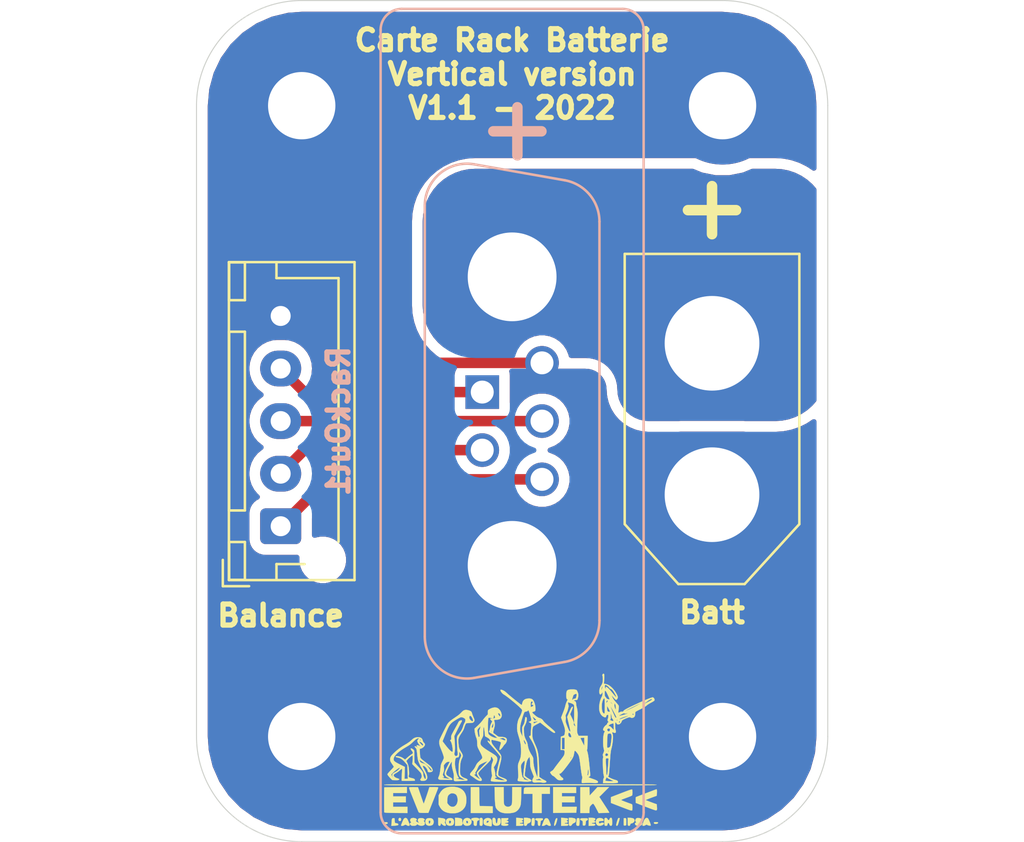
<source format=kicad_pcb>
(kicad_pcb (version 20171130) (host pcbnew "(5.1.10)-1")

  (general
    (thickness 1.6)
    (drawings 11)
    (tracks 10)
    (zones 0)
    (modules 8)
    (nets 7)
  )

  (page A4)
  (layers
    (0 F.Cu signal)
    (31 B.Cu signal)
    (32 B.Adhes user)
    (33 F.Adhes user)
    (34 B.Paste user)
    (35 F.Paste user)
    (36 B.SilkS user)
    (37 F.SilkS user)
    (38 B.Mask user)
    (39 F.Mask user)
    (40 Dwgs.User user)
    (41 Cmts.User user)
    (42 Eco1.User user)
    (43 Eco2.User user)
    (44 Edge.Cuts user)
    (45 Margin user)
    (46 B.CrtYd user)
    (47 F.CrtYd user)
    (48 B.Fab user)
    (49 F.Fab user)
  )

  (setup
    (last_trace_width 0.5)
    (user_trace_width 0.5)
    (user_trace_width 1)
    (user_trace_width 5)
    (trace_clearance 0.2)
    (zone_clearance 0.508)
    (zone_45_only no)
    (trace_min 0.2)
    (via_size 0.8)
    (via_drill 0.4)
    (via_min_size 0.4)
    (via_min_drill 0.3)
    (uvia_size 0.3)
    (uvia_drill 0.1)
    (uvias_allowed no)
    (uvia_min_size 0.2)
    (uvia_min_drill 0.1)
    (edge_width 0.05)
    (segment_width 0.2)
    (pcb_text_width 0.3)
    (pcb_text_size 1.5 1.5)
    (mod_edge_width 0.12)
    (mod_text_size 1 1)
    (mod_text_width 0.15)
    (pad_size 5.6 5.6)
    (pad_drill 3.2)
    (pad_to_mask_clearance 0)
    (aux_axis_origin 0 0)
    (visible_elements 7FFFFFFF)
    (pcbplotparams
      (layerselection 0x010fc_ffffffff)
      (usegerberextensions false)
      (usegerberattributes true)
      (usegerberadvancedattributes true)
      (creategerberjobfile true)
      (excludeedgelayer true)
      (linewidth 0.100000)
      (plotframeref false)
      (viasonmask false)
      (mode 1)
      (useauxorigin false)
      (hpglpennumber 1)
      (hpglpenspeed 20)
      (hpglpendiameter 15.000000)
      (psnegative false)
      (psa4output false)
      (plotreference true)
      (plotvalue true)
      (plotinvisibletext false)
      (padsonsilk false)
      (subtractmaskfromsilk false)
      (outputformat 1)
      (mirror false)
      (drillshape 0)
      (scaleselection 1)
      (outputdirectory "Output/"))
  )

  (net 0 "")
  (net 1 GND)
  (net 2 /C1)
  (net 3 /C2)
  (net 4 /C3)
  (net 5 /C4)
  (net 6 /BATT)

  (net_class Default "This is the default net class."
    (clearance 0.2)
    (trace_width 0.25)
    (via_dia 0.8)
    (via_drill 0.4)
    (uvia_dia 0.3)
    (uvia_drill 0.1)
    (add_net /BATT)
    (add_net /C1)
    (add_net /C2)
    (add_net /C3)
    (add_net /C4)
    (add_net GND)
  )

  (module Connector_JST:JST_XH_B5B-XH-AM_1x05_P2.50mm_Vertical (layer F.Cu) (tedit 6175F069) (tstamp 61A41061)
    (at 39 55 90)
    (descr "JST XH series connector, B5B-XH-AM, with boss (http://www.jst-mfg.com/product/pdf/eng/eXH.pdf), generated with kicad-footprint-generator")
    (tags "connector JST XH vertical boss")
    (path /61746AF2)
    (fp_text reference Balance (at -4.25 0 180) (layer F.SilkS)
      (effects (font (size 1 1) (thickness 0.25)))
    )
    (fp_text value Conn_01x05_Male (at 5 4.6 270) (layer F.Fab)
      (effects (font (size 1 1) (thickness 0.15)))
    )
    (fp_line (start -2.85 -2.75) (end -2.85 -1.5) (layer F.SilkS) (width 0.12))
    (fp_line (start -1.6 -2.75) (end -2.85 -2.75) (layer F.SilkS) (width 0.12))
    (fp_line (start 11.8 2.75) (end 5 2.75) (layer F.SilkS) (width 0.12))
    (fp_line (start 11.8 -0.2) (end 11.8 2.75) (layer F.SilkS) (width 0.12))
    (fp_line (start 12.55 -0.2) (end 11.8 -0.2) (layer F.SilkS) (width 0.12))
    (fp_line (start 5 2.75) (end -0.74 2.75) (layer F.SilkS) (width 0.12))
    (fp_line (start -1.8 -0.2) (end -1.8 1.14) (layer F.SilkS) (width 0.12))
    (fp_line (start -2.55 -0.2) (end -1.8 -0.2) (layer F.SilkS) (width 0.12))
    (fp_line (start 12.55 -2.45) (end 10.75 -2.45) (layer F.SilkS) (width 0.12))
    (fp_line (start 12.55 -1.7) (end 12.55 -2.45) (layer F.SilkS) (width 0.12))
    (fp_line (start 10.75 -1.7) (end 12.55 -1.7) (layer F.SilkS) (width 0.12))
    (fp_line (start 10.75 -2.45) (end 10.75 -1.7) (layer F.SilkS) (width 0.12))
    (fp_line (start -0.75 -2.45) (end -2.55 -2.45) (layer F.SilkS) (width 0.12))
    (fp_line (start -0.75 -1.7) (end -0.75 -2.45) (layer F.SilkS) (width 0.12))
    (fp_line (start -2.55 -1.7) (end -0.75 -1.7) (layer F.SilkS) (width 0.12))
    (fp_line (start -2.55 -2.45) (end -2.55 -1.7) (layer F.SilkS) (width 0.12))
    (fp_line (start 9.25 -2.45) (end 0.75 -2.45) (layer F.SilkS) (width 0.12))
    (fp_line (start 9.25 -1.7) (end 9.25 -2.45) (layer F.SilkS) (width 0.12))
    (fp_line (start 0.75 -1.7) (end 9.25 -1.7) (layer F.SilkS) (width 0.12))
    (fp_line (start 0.75 -2.45) (end 0.75 -1.7) (layer F.SilkS) (width 0.12))
    (fp_line (start 0 -1.35) (end 0.625 -2.35) (layer F.Fab) (width 0.1))
    (fp_line (start -0.625 -2.35) (end 0 -1.35) (layer F.Fab) (width 0.1))
    (fp_line (start 12.95 -2.85) (end -2.95 -2.85) (layer F.CrtYd) (width 0.05))
    (fp_line (start 12.95 3.9) (end 12.95 -2.85) (layer F.CrtYd) (width 0.05))
    (fp_line (start -2.95 3.9) (end 12.95 3.9) (layer F.CrtYd) (width 0.05))
    (fp_line (start -2.95 -2.85) (end -2.95 3.9) (layer F.CrtYd) (width 0.05))
    (fp_line (start 12.56 -2.46) (end -2.56 -2.46) (layer F.SilkS) (width 0.12))
    (fp_line (start 12.56 3.51) (end 12.56 -2.46) (layer F.SilkS) (width 0.12))
    (fp_line (start -2.56 3.51) (end 12.56 3.51) (layer F.SilkS) (width 0.12))
    (fp_line (start -2.56 -2.46) (end -2.56 3.51) (layer F.SilkS) (width 0.12))
    (fp_line (start 12.45 -2.35) (end -2.45 -2.35) (layer F.Fab) (width 0.1))
    (fp_line (start 12.45 3.4) (end 12.45 -2.35) (layer F.Fab) (width 0.1))
    (fp_line (start -2.45 3.4) (end 12.45 3.4) (layer F.Fab) (width 0.1))
    (fp_line (start -2.45 -2.35) (end -2.45 3.4) (layer F.Fab) (width 0.1))
    (fp_text user %R (at 5 2.7 270) (layer F.Fab)
      (effects (font (size 1 1) (thickness 0.15)))
    )
    (pad 1 thru_hole roundrect (at 0 0 90) (size 1.7 1.95) (drill 0.95) (layers *.Cu *.Mask) (roundrect_rratio 0.1470588235294118)
      (net 5 /C4))
    (pad 2 thru_hole oval (at 2.5 0 90) (size 1.7 1.95) (drill 0.95) (layers *.Cu *.Mask)
      (net 4 /C3))
    (pad 3 thru_hole oval (at 5 0 90) (size 1.7 1.95) (drill 0.95) (layers *.Cu *.Mask)
      (net 3 /C2))
    (pad 4 thru_hole oval (at 7.5 0 90) (size 1.7 1.95) (drill 0.95) (layers *.Cu *.Mask)
      (net 2 /C1))
    (pad 5 thru_hole oval (at 10 0 90) (size 1.7 1.95) (drill 0.95) (layers *.Cu *.Mask)
      (net 1 GND))
    (pad "" np_thru_hole circle (at -1.6 2 90) (size 1.2 1.2) (drill 1.2) (layers *.Cu *.Mask))
    (model ${KISYS3DMOD}/Connector_JST.3dshapes/JST_XH_B5B-XH-AM_1x05_P2.50mm_Vertical.wrl
      (at (xyz 0 0 0))
      (scale (xyz 1 1 1))
      (rotate (xyz 0 0 0))
    )
    (model "${LIBELEC}/3D/Connectors/JST - XH - Thru V - 5Pin - 2.54mm.stp"
      (offset (xyz 5 0 0))
      (scale (xyz 1 1 1))
      (rotate (xyz 0 0 -180))
    )
  )

  (module ConnectorsEvo:681M7W2103LYYY (layer B.Cu) (tedit 6175ED4F) (tstamp 6175F1EB)
    (at 50 50 270)
    (path /61764DD4)
    (fp_text reference RackOut1 (at 0 8.25 90) (layer B.SilkS)
      (effects (font (size 1 1) (thickness 0.25)) (justify mirror))
    )
    (fp_text value 7W2_sub-d_connector (at 0 -8.89 90) (layer B.Fab)
      (effects (font (size 1 1) (thickness 0.15)) (justify mirror))
    )
    (fp_line (start -18.6 6.25) (end 18.6 6.25) (layer B.SilkS) (width 0.12))
    (fp_line (start 19.6 5.25) (end 19.6 -5.25) (layer B.SilkS) (width 0.12))
    (fp_line (start 18.6 -6.25) (end -18.6 -6.25) (layer B.SilkS) (width 0.12))
    (fp_line (start -19.6 -5.25) (end -19.6 5.25) (layer B.SilkS) (width 0.12))
    (fp_line (start -18.6 6.25) (end 18.6 6.25) (layer B.CrtYd) (width 0.12))
    (fp_line (start 19.6 5.25) (end 19.6 -5.25) (layer B.CrtYd) (width 0.12))
    (fp_line (start 18.6 -6.25) (end -18.6 -6.25) (layer B.CrtYd) (width 0.12))
    (fp_line (start -19.6 -5.25) (end -19.6 5.25) (layer B.CrtYd) (width 0.12))
    (fp_line (start -10.241 4.15) (end 10.240641 4.150327) (layer B.SilkS) (width 0.12))
    (fp_line (start 12.211 1.803) (end 11.452616 -2.497296) (layer B.SilkS) (width 0.12))
    (fp_line (start 9.483 -4.15) (end -9.483654 -4.150275) (layer B.SilkS) (width 0.12))
    (fp_line (start -11.453 -2.4967) (end -12.210616 1.802704) (layer B.SilkS) (width 0.12))
    (fp_line (start 10.241 4.15) (end -10.241 4.15) (layer B.CrtYd) (width 0.12))
    (fp_line (start 12.211 1.8103) (end 11.452616 -2.497296) (layer B.CrtYd) (width 0.12))
    (fp_line (start 9.483 -4.15) (end -9.483 -4.15) (layer B.CrtYd) (width 0.12))
    (fp_line (start -11.453 -2.497) (end -12.210614 1.802703) (layer B.CrtYd) (width 0.12))
    (fp_arc (start 18.6 5.25) (end 19.6 5.25) (angle 90) (layer B.SilkS) (width 0.12))
    (fp_arc (start 18.6 -5.25) (end 18.6 -6.25) (angle 90) (layer B.SilkS) (width 0.12))
    (fp_arc (start -18.6 -5.25) (end -19.6 -5.25) (angle 90) (layer B.SilkS) (width 0.12))
    (fp_arc (start -18.6 5.25) (end -18.6 6.25) (angle 90) (layer B.SilkS) (width 0.12))
    (fp_arc (start 18.6 5.25) (end 19.6 5.25) (angle 90) (layer B.CrtYd) (width 0.12))
    (fp_arc (start 18.6 -5.25) (end 18.6 -6.25) (angle 90) (layer B.CrtYd) (width 0.12))
    (fp_arc (start -18.6 -5.25) (end -19.6 -5.25) (angle 90) (layer B.CrtYd) (width 0.12))
    (fp_arc (start -18.6 5.25) (end -18.6 6.25) (angle 90) (layer B.CrtYd) (width 0.12))
    (fp_arc (start 10.241 2.15) (end 12.211 1.803) (angle 100) (layer B.SilkS) (width 0.12))
    (fp_arc (start -10.241 2.15) (end -10.241 4.15) (angle 100) (layer B.SilkS) (width 0.12))
    (fp_arc (start 9.483 -2.15) (end 9.483 -4.15) (angle 80) (layer B.SilkS) (width 0.12))
    (fp_arc (start -9.483 -2.15) (end -11.453 -2.4967) (angle 80) (layer B.SilkS) (width 0.12))
    (fp_arc (start 10.241 2.15) (end 12.211 1.8103) (angle 100) (layer B.CrtYd) (width 0.12))
    (fp_arc (start 9.483 -2.15) (end 9.483 -4.15) (angle 80) (layer B.CrtYd) (width 0.12))
    (fp_arc (start -9.483 -2.15) (end -11.453 -2.497) (angle 80) (layer B.CrtYd) (width 0.12))
    (fp_arc (start -10.241 2.15) (end -10.241001 4.149999) (angle 100) (layer B.CrtYd) (width 0.12))
    (pad 4 thru_hole circle (at 0 -1.42 270) (size 1.6 1.6) (drill 1.09) (layers *.Cu *.Mask)
      (net 3 /C2))
    (pad 5 thru_hole circle (at 2.77 -1.42 270) (size 1.6 1.6) (drill 1.09) (layers *.Cu *.Mask)
      (net 5 /C4))
    (pad 2 thru_hole circle (at 1.38 1.42 270) (size 1.6 1.6) (drill 1.09) (layers *.Cu *.Mask)
      (net 4 /C3))
    (pad 1 thru_hole rect (at -1.38 1.42 270) (size 1.6 1.6) (drill 1.09) (layers *.Cu *.Mask)
      (net 2 /C1))
    (pad 3 thru_hole circle (at -2.77 -1.42 270) (size 1.6 1.6) (drill 1.09) (layers *.Cu *.Mask)
      (net 1 GND))
    (pad A2 thru_hole rect (at 6.86 0 270) (size 5 5) (drill 4.22) (layers *.Cu *.Mask)
      (net 1 GND))
    (pad A1 thru_hole rect (at -6.86 0 270) (size 5 5) (drill 4.22) (layers *.Cu *.Mask)
      (net 6 /BATT))
    (model ${LIBELEC}/3D/Connectors/681M7W2103L001.stp
      (offset (xyz 0 0 7))
      (scale (xyz 1 1 1))
      (rotate (xyz 0 0 0))
    )
  )

  (module Connector_AMASS:AMASS_XT60-M_1x02_P7.20mm_Vertical (layer F.Cu) (tedit 5D6C1D36) (tstamp 61A40EF6)
    (at 59.5 53.5 90)
    (descr "AMASS female XT60, through hole, vertical, https://www.tme.eu/Document/2d152ced3b7a446066e6c419d84bb460/XT60%20SPEC.pdf")
    (tags "XT60 female vertical")
    (path /6174C88C)
    (fp_text reference Batt (at -5.6 0) (layer F.SilkS)
      (effects (font (size 1 1) (thickness 0.25)))
    )
    (fp_text value Conn_01x02_Male (at 3.6 5.4 90) (layer F.Fab)
      (effects (font (size 1 1) (thickness 0.15)))
    )
    (fp_line (start 11.45 -4.15) (end -1.4 -4.15) (layer F.SilkS) (width 0.12))
    (fp_line (start -4.25 -1.6) (end -4.25 1.55) (layer F.SilkS) (width 0.12))
    (fp_line (start -1.4 4.15) (end 11.45 4.15) (layer F.SilkS) (width 0.12))
    (fp_line (start 11.45 4.15) (end 11.45 -4.15) (layer F.SilkS) (width 0.12))
    (fp_line (start -1.4 -4.15) (end -4.25 -1.6) (layer F.SilkS) (width 0.12))
    (fp_line (start -4.25 1.55) (end -1.4 4.15) (layer F.SilkS) (width 0.12))
    (fp_line (start 11.35 -4.05) (end -1.4 -4.05) (layer F.Fab) (width 0.12))
    (fp_line (start -1.4 -4.05) (end -4.15 -1.55) (layer F.Fab) (width 0.12))
    (fp_line (start -4.15 -1.55) (end -4.15 1.55) (layer F.Fab) (width 0.12))
    (fp_line (start -4.15 1.55) (end -1.4 4.05) (layer F.Fab) (width 0.12))
    (fp_line (start -1.4 4.05) (end 11.35 4.05) (layer F.Fab) (width 0.12))
    (fp_line (start 11.35 4.05) (end 11.35 -4.05) (layer F.Fab) (width 0.12))
    (fp_line (start 11.85 -4.6) (end 11.85 4.6) (layer F.CrtYd) (width 0.05))
    (fp_line (start 11.85 4.6) (end -1.6 4.6) (layer F.CrtYd) (width 0.05))
    (fp_line (start -1.6 4.6) (end -4.65 1.85) (layer F.CrtYd) (width 0.05))
    (fp_line (start -4.65 1.85) (end -4.65 -1.85) (layer F.CrtYd) (width 0.05))
    (fp_line (start -4.65 -1.85) (end -1.6 -4.6) (layer F.CrtYd) (width 0.05))
    (fp_line (start -1.6 -4.6) (end 11.85 -4.6) (layer F.CrtYd) (width 0.05))
    (fp_text user %R (at 3.6 0.05 90) (layer F.Fab)
      (effects (font (size 1 1) (thickness 0.15)))
    )
    (pad 2 thru_hole circle (at 7.2 0 90) (size 6 6) (drill 4.5) (layers *.Cu *.Mask)
      (net 6 /BATT))
    (pad 1 thru_hole roundrect (at 0 0 90) (size 6 6) (drill 4.5) (layers *.Cu *.Mask) (roundrect_rratio 0.25)
      (net 1 GND))
    (model ${KISYS3DMOD}/Connector_AMASS.3dshapes/AMASS_XT60-M_1x02_P7.2mm_Vertical.wrl
      (at (xyz 0 0 0))
      (scale (xyz 1 1 1))
      (rotate (xyz 0 0 0))
    )
  )

  (module MountingHole:MountingHole_3.2mm_M3_DIN965_Pad (layer F.Cu) (tedit 61753287) (tstamp 61759B46)
    (at 40 35)
    (descr "Mounting Hole 3.2mm, M3, DIN965")
    (tags "mounting hole 3.2mm m3 din965")
    (attr virtual)
    (fp_text reference REF** (at 0 -3.8) (layer F.SilkS) hide
      (effects (font (size 1 1) (thickness 0.15)))
    )
    (fp_text value MountingHole_3.2mm_M3_DIN965_Pad (at 0 3.8) (layer F.Fab)
      (effects (font (size 1 1) (thickness 0.15)))
    )
    (fp_circle (center 0 0) (end 3.05 0) (layer F.CrtYd) (width 0.05))
    (fp_circle (center 0 0) (end 2.8 0) (layer Cmts.User) (width 0.15))
    (fp_text user %R (at 0.3 0) (layer F.Fab)
      (effects (font (size 1 1) (thickness 0.15)))
    )
    (pad 1 thru_hole circle (at 0 0) (size 5.6 5.6) (drill 3.2) (layers *.Cu *.Mask)
      (net 1 GND))
  )

  (module MountingHole:MountingHole_3.2mm_M3_DIN965_Pad (layer F.Cu) (tedit 61753270) (tstamp 61759B46)
    (at 60 35)
    (descr "Mounting Hole 3.2mm, M3, DIN965")
    (tags "mounting hole 3.2mm m3 din965")
    (attr virtual)
    (fp_text reference REF** (at 0 -3.8) (layer F.SilkS) hide
      (effects (font (size 1 1) (thickness 0.15)))
    )
    (fp_text value MountingHole_3.2mm_M3_DIN965_Pad (at 0 3.8) (layer F.Fab)
      (effects (font (size 1 1) (thickness 0.15)))
    )
    (fp_circle (center 0 0) (end 3.05 0) (layer F.CrtYd) (width 0.05))
    (fp_circle (center 0 0) (end 2.8 0) (layer Cmts.User) (width 0.15))
    (fp_text user %R (at 0.3 0) (layer F.Fab)
      (effects (font (size 1 1) (thickness 0.15)))
    )
    (pad 1 thru_hole circle (at 0 0) (size 5.6 5.6) (drill 3.2) (layers *.Cu *.Mask)
      (net 1 GND))
  )

  (module MountingHole:MountingHole_3.2mm_M3_DIN965_Pad (layer F.Cu) (tedit 61753278) (tstamp 61759B46)
    (at 40 65)
    (descr "Mounting Hole 3.2mm, M3, DIN965")
    (tags "mounting hole 3.2mm m3 din965")
    (attr virtual)
    (fp_text reference REF** (at 0 -3.8) (layer F.SilkS) hide
      (effects (font (size 1 1) (thickness 0.15)))
    )
    (fp_text value MountingHole_3.2mm_M3_DIN965_Pad (at 0 3.8) (layer F.Fab)
      (effects (font (size 1 1) (thickness 0.15)))
    )
    (fp_circle (center 0 0) (end 3.05 0) (layer F.CrtYd) (width 0.05))
    (fp_circle (center 0 0) (end 2.8 0) (layer Cmts.User) (width 0.15))
    (fp_text user %R (at 0.3 0) (layer F.Fab)
      (effects (font (size 1 1) (thickness 0.15)))
    )
    (pad 1 thru_hole circle (at 0 0) (size 5.6 5.6) (drill 3.2) (layers *.Cu *.Mask)
      (net 1 GND))
  )

  (module MountingHole:MountingHole_3.2mm_M3_DIN965_Pad (layer F.Cu) (tedit 6175323C) (tstamp 61759AEF)
    (at 60 65)
    (descr "Mounting Hole 3.2mm, M3, DIN965")
    (tags "mounting hole 3.2mm m3 din965")
    (attr virtual)
    (fp_text reference REF** (at 0 -3.8) (layer F.SilkS) hide
      (effects (font (size 1 1) (thickness 0.15)))
    )
    (fp_text value MountingHole_3.2mm_M3_DIN965_Pad (at 0 3.8) (layer F.Fab)
      (effects (font (size 1 1) (thickness 0.15)))
    )
    (fp_circle (center 0 0) (end 3.05 0) (layer F.CrtYd) (width 0.05))
    (fp_circle (center 0 0) (end 2.8 0) (layer Cmts.User) (width 0.15))
    (fp_text user %R (at 0.3 0) (layer F.Fab)
      (effects (font (size 1 1) (thickness 0.15)))
    )
    (pad 1 thru_hole circle (at 0 0) (size 5.6 5.6) (drill 3.2) (layers *.Cu *.Mask)
      (net 1 GND))
  )

  (module ComponentsEvo:logo-evo-min locked (layer F.Cu) (tedit 0) (tstamp 61732F2A)
    (at 50.5 65.5)
    (fp_text reference G*** (at 0 0) (layer F.SilkS) hide
      (effects (font (size 1.524 1.524) (thickness 0.3)))
    )
    (fp_text value LOGO (at 0.75 0) (layer F.SilkS) hide
      (effects (font (size 1.524 1.524) (thickness 0.3)))
    )
    (fp_poly (pts (xy -4.914522 -0.465022) (xy -4.845985 -0.445429) (xy -4.795613 -0.408612) (xy -4.762846 -0.354222)
      (xy -4.751281 -0.312351) (xy -4.732936 -0.256533) (xy -4.697331 -0.209957) (xy -4.694605 -0.207276)
      (xy -4.65871 -0.168091) (xy -4.642677 -0.135465) (xy -4.64517 -0.10196) (xy -4.664851 -0.060142)
      (xy -4.667384 -0.055777) (xy -4.703079 -0.009482) (xy -4.74978 0.031284) (xy -4.800152 0.061384)
      (xy -4.846862 0.075684) (xy -4.85584 0.0762) (xy -4.893406 0.0762) (xy -4.884812 0.266638)
      (xy -4.880896 0.336499) (xy -4.875939 0.399812) (xy -4.870477 0.451049) (xy -4.865045 0.484679)
      (xy -4.862964 0.492063) (xy -4.850797 0.5179) (xy -4.832579 0.543567) (xy -4.805065 0.57223)
      (xy -4.765015 0.607052) (xy -4.709186 0.651198) (xy -4.66725 0.683114) (xy -4.579309 0.749925)
      (xy -4.509248 0.804393) (xy -4.45428 0.848938) (xy -4.411619 0.885983) (xy -4.378478 0.917948)
      (xy -4.352071 0.947255) (xy -4.329609 0.976326) (xy -4.329274 0.976792) (xy -4.295282 1.035585)
      (xy -4.279363 1.090117) (xy -4.282516 1.135958) (xy -4.289878 1.15173) (xy -4.314235 1.171021)
      (xy -4.355409 1.185823) (xy -4.404873 1.193365) (xy -4.419389 1.1938) (xy -4.468582 1.190569)
      (xy -4.496892 1.179657) (xy -4.508154 1.159237) (xy -4.508779 1.151166) (xy -4.51737 1.106608)
      (xy -4.539742 1.057221) (xy -4.572046 1.007416) (xy -4.610434 0.961607) (xy -4.651056 0.924206)
      (xy -4.690064 0.899625) (xy -4.723608 0.892278) (xy -4.732772 0.894368) (xy -4.742517 0.901498)
      (xy -4.74496 0.914968) (xy -4.738957 0.93788) (xy -4.723364 0.973335) (xy -4.697036 1.024436)
      (xy -4.65933 1.093381) (xy -4.599646 1.209894) (xy -4.558985 1.310329) (xy -4.537282 1.395367)
      (xy -4.534474 1.46569) (xy -4.550498 1.521981) (xy -4.585288 1.56492) (xy -4.61349 1.583682)
      (xy -4.651175 1.59662) (xy -4.700723 1.604271) (xy -4.753695 1.606434) (xy -4.801653 1.602911)
      (xy -4.836161 1.5935) (xy -4.843099 1.589119) (xy -4.862103 1.560224) (xy -4.857095 1.52795)
      (xy -4.838647 1.504901) (xy -4.809992 1.462834) (xy -4.797019 1.406457) (xy -4.799873 1.341556)
      (xy -4.8187 1.273917) (xy -4.83207 1.244803) (xy -4.847842 1.2227) (xy -4.878726 1.186238)
      (xy -4.92165 1.138792) (xy -4.973541 1.083736) (xy -5.031325 1.024443) (xy -5.048774 1.006908)
      (xy -5.242422 0.81326) (xy -5.230353 0.660179) (xy -5.223895 0.562973) (xy -5.221827 0.489577)
      (xy -5.224205 0.43877) (xy -5.231085 0.409335) (xy -5.242241 0.40005) (xy -5.262016 0.408531)
      (xy -5.294792 0.431336) (xy -5.335936 0.464509) (xy -5.380815 0.504094) (xy -5.424796 0.546133)
      (xy -5.463245 0.586671) (xy -5.470427 0.594908) (xy -5.528487 0.662767) (xy -5.488389 0.740958)
      (xy -5.463616 0.7973) (xy -5.440941 0.8623) (xy -5.428584 0.90805) (xy -5.419782 0.957477)
      (xy -5.412239 1.018046) (xy -5.406189 1.084774) (xy -5.401863 1.152677) (xy -5.399495 1.216771)
      (xy -5.399317 1.272073) (xy -5.401562 1.313598) (xy -5.406463 1.336363) (xy -5.408469 1.338779)
      (xy -5.418922 1.356811) (xy -5.4229 1.384756) (xy -5.416481 1.415163) (xy -5.395022 1.438435)
      (xy -5.355229 1.456678) (xy -5.293804 1.472002) (xy -5.2832 1.474051) (xy -5.212425 1.490449)
      (xy -5.163995 1.50946) (xy -5.13488 1.532644) (xy -5.123109 1.556572) (xy -5.119509 1.583123)
      (xy -5.12223 1.595862) (xy -5.137619 1.599111) (xy -5.174056 1.601997) (xy -5.227192 1.604475)
      (xy -5.292677 1.606499) (xy -5.366162 1.608025) (xy -5.443296 1.609008) (xy -5.51973 1.609402)
      (xy -5.591114 1.609162) (xy -5.653098 1.608242) (xy -5.701334 1.606599) (xy -5.731471 1.604185)
      (xy -5.739173 1.602273) (xy -5.744138 1.598408) (xy -5.74796 1.592718) (xy -5.750599 1.582594)
      (xy -5.752011 1.565432) (xy -5.752157 1.538625) (xy -5.750995 1.499566) (xy -5.748482 1.44565)
      (xy -5.744578 1.374269) (xy -5.739242 1.282817) (xy -5.732431 1.168689) (xy -5.732224 1.165225)
      (xy -5.729683 1.105816) (xy -5.729801 1.060763) (xy -5.732473 1.034161) (xy -5.735639 1.0287)
      (xy -5.749524 1.036624) (xy -5.777589 1.057968) (xy -5.815203 1.089088) (xy -5.842238 1.112533)
      (xy -5.894872 1.155432) (xy -5.952862 1.197157) (xy -6.006243 1.230692) (xy -6.022481 1.239443)
      (xy -6.083415 1.274674) (xy -6.120161 1.30768) (xy -6.133559 1.340584) (xy -6.124446 1.375506)
      (xy -6.093661 1.41457) (xy -6.092225 1.416015) (xy -6.047749 1.449372) (xy -5.985332 1.476673)
      (xy -5.958875 1.485133) (xy -5.909905 1.501126) (xy -5.881418 1.51462) (xy -5.868992 1.528105)
      (xy -5.8674 1.536662) (xy -5.874572 1.553747) (xy -5.897661 1.56546) (xy -5.939033 1.572213)
      (xy -6.001052 1.574417) (xy -6.075686 1.572879) (xy -6.196764 1.56845) (xy -6.267932 1.4986)
      (xy -6.317951 1.446624) (xy -6.362025 1.395435) (xy -6.396903 1.349292) (xy -6.416595 1.316959)
      (xy -6.241967 1.316959) (xy -6.23526 1.340627) (xy -6.215274 1.375808) (xy -6.204871 1.391776)
      (xy -6.178956 1.429148) (xy -6.160714 1.452451) (xy -6.151979 1.460141) (xy -6.154582 1.45067)
      (xy -6.170356 1.422494) (xy -6.17234 1.419225) (xy -6.193327 1.368055) (xy -6.196261 1.31787)
      (xy -6.18129 1.275731) (xy -6.169025 1.261519) (xy -6.143987 1.242941) (xy -6.104468 1.217705)
      (xy -6.058504 1.190912) (xy -6.053016 1.187878) (xy -5.973497 1.138696) (xy -5.908522 1.087308)
      (xy -5.862084 1.037103) (xy -5.846609 1.012631) (xy -5.834681 0.987741) (xy -5.836639 0.979944)
      (xy -5.854459 0.9839) (xy -5.856956 0.984665) (xy -5.890596 1.000832) (xy -5.937466 1.031105)
      (xy -5.992862 1.071601) (xy -6.05208 1.118437) (xy -6.110417 1.167732) (xy -6.16317 1.215603)
      (xy -6.205635 1.258167) (xy -6.233108 1.291542) (xy -6.237511 1.298782) (xy -6.241967 1.316959)
      (xy -6.416595 1.316959) (xy -6.419336 1.312459) (xy -6.4262 1.291079) (xy -6.417774 1.275736)
      (xy -6.394417 1.245679) (xy -6.359012 1.204298) (xy -6.314442 1.154987) (xy -6.2738 1.111769)
      (xy -6.224078 1.059126) (xy -6.181148 1.012425) (xy -6.147868 0.974877) (xy -6.127096 0.949692)
      (xy -6.1214 0.940517) (xy -6.128181 0.925557) (xy -6.146433 0.894914) (xy -6.173024 0.853687)
      (xy -6.192525 0.824755) (xy -6.225461 0.774978) (xy -6.25451 0.728048) (xy -6.275352 0.691076)
      (xy -6.281425 0.678358) (xy -6.297096 0.611383) (xy -6.295871 0.583535) (xy -6.1341 0.583535)
      (xy -6.131224 0.613312) (xy -6.120969 0.640569) (xy -6.100896 0.667261) (xy -6.068567 0.695346)
      (xy -6.021543 0.726779) (xy -5.957385 0.763516) (xy -5.873655 0.807513) (xy -5.822601 0.833393)
      (xy -5.59835 0.94615) (xy -5.607132 1.228725) (xy -5.615913 1.5113) (xy -5.530626 1.5113)
      (xy -5.485551 1.510842) (xy -5.460835 1.508215) (xy -5.451436 1.501535) (xy -5.452315 1.488921)
      (xy -5.454127 1.482725) (xy -5.456931 1.462202) (xy -5.459993 1.420268) (xy -5.463118 1.360906)
      (xy -5.46611 1.2881) (xy -5.468775 1.205836) (xy -5.470039 1.157612) (xy -5.477163 0.861074)
      (xy -5.562781 0.757187) (xy -5.643988 0.665702) (xy -5.719511 0.596163) (xy -5.792168 0.546577)
      (xy -5.864772 0.514956) (xy -5.924849 0.501236) (xy -5.982792 0.489774) (xy -6.017719 0.475071)
      (xy -6.03192 0.456045) (xy -6.0325 0.450403) (xy -6.021448 0.436638) (xy -5.991419 0.431335)
      (xy -5.947105 0.433739) (xy -5.8932 0.443095) (xy -5.834395 0.458649) (xy -5.775383 0.479646)
      (xy -5.73405 0.49839) (xy -5.69044 0.523565) (xy -5.645505 0.554037) (xy -5.635648 0.561539)
      (xy -5.588046 0.598998) (xy -5.495948 0.514562) (xy -5.443827 0.469156) (xy -5.386235 0.422678)
      (xy -5.333411 0.383306) (xy -5.319789 0.373944) (xy -5.278013 0.34507) (xy -5.243639 0.319575)
      (xy -5.223001 0.302195) (xy -5.221091 0.300125) (xy -5.213256 0.274532) (xy -5.224851 0.238468)
      (xy -5.256525 0.190344) (xy -5.275435 0.166793) (xy -5.305082 0.125406) (xy -5.319449 0.092105)
      (xy -5.317661 0.07035) (xy -5.30162 0.0635) (xy -5.266233 0.072635) (xy -5.224209 0.096557)
      (xy -5.184552 0.130042) (xy -5.1816 0.133138) (xy -5.171362 0.144632) (xy -5.163555 0.156645)
      (xy -5.157795 0.172632) (xy -5.153699 0.19605) (xy -5.150882 0.230355) (xy -5.14896 0.279001)
      (xy -5.147548 0.345445) (xy -5.146263 0.433143) (xy -5.145988 0.453463) (xy -5.142126 0.739836)
      (xy -4.958045 0.936786) (xy -4.885445 1.015456) (xy -4.829119 1.079213) (xy -4.78715 1.130872)
      (xy -4.757621 1.173248) (xy -4.738616 1.209154) (xy -4.728217 1.241407) (xy -4.724509 1.272821)
      (xy -4.7244 1.279888) (xy -4.719562 1.330558) (xy -4.70665 1.384913) (xy -4.68807 1.437195)
      (xy -4.666228 1.481644) (xy -4.64353 1.512498) (xy -4.622454 1.524) (xy -4.612781 1.512953)
      (xy -4.604188 1.486028) (xy -4.603534 1.482725) (xy -4.599852 1.439885) (xy -4.605081 1.392618)
      (xy -4.620317 1.338105) (xy -4.646658 1.27353) (xy -4.685203 1.196073) (xy -4.737047 1.102918)
      (xy -4.779693 1.030448) (xy -4.860899 0.886108) (xy -4.922431 0.757595) (xy -4.964357 0.644759)
      (xy -4.977622 0.59567) (xy -4.915755 0.59567) (xy -4.895672 0.643736) (xy -4.874609 0.687368)
      (xy -4.850234 0.719478) (xy -4.817329 0.74371) (xy -4.770679 0.763703) (xy -4.705067 0.7831)
      (xy -4.690659 0.786856) (xy -4.637979 0.810388) (xy -4.581053 0.852664) (xy -4.525153 0.908877)
      (xy -4.47555 0.974221) (xy -4.462886 0.994546) (xy -4.430322 1.044209) (xy -4.396748 1.086473)
      (xy -4.366394 1.11663) (xy -4.343489 1.129976) (xy -4.340975 1.130236) (xy -4.326931 1.121257)
      (xy -4.324581 1.117972) (xy -4.323755 1.093206) (xy -4.342933 1.056851) (xy -4.380411 1.010507)
      (xy -4.434482 0.955769) (xy -4.503442 0.894236) (xy -4.585586 0.827505) (xy -4.679208 0.757174)
      (xy -4.782603 0.684841) (xy -4.797853 0.674584) (xy -4.915755 0.59567) (xy -4.977622 0.59567)
      (xy -4.977775 0.595104) (xy -4.983702 0.562561) (xy -4.991228 0.510955) (xy -4.999524 0.446503)
      (xy -5.00776 0.375427) (xy -5.010569 0.34925) (xy -5.020514 0.258596) (xy -5.029489 0.189397)
      (xy -5.038494 0.137782) (xy -5.048527 0.099881) (xy -5.060587 0.071825) (xy -5.075674 0.049745)
      (xy -5.092498 0.031944) (xy -5.121229 -0.001307) (xy -5.129819 -0.024236) (xy -5.121572 -0.036297)
      (xy -5.099791 -0.036945) (xy -5.067778 -0.025633) (xy -5.028837 -0.001814) (xy -5.004928 0.017462)
      (xy -4.987145 0.030792) (xy -4.985887 0.024895) (xy -5.00114 -0.000179) (xy -5.020357 -0.027368)
      (xy -5.037125 -0.05967) (xy -5.033291 -0.079956) (xy -5.010904 -0.087709) (xy -4.97201 -0.082411)
      (xy -4.918655 -0.063544) (xy -4.903742 -0.056854) (xy -4.835433 -0.025055) (xy -4.882533 -0.077189)
      (xy -4.934658 -0.140909) (xy -4.973868 -0.201319) (xy -4.997625 -0.254014) (xy -4.998999 -0.261495)
      (xy -4.91164 -0.261495) (xy -4.910413 -0.246309) (xy -4.895027 -0.218621) (xy -4.86973 -0.183437)
      (xy -4.838766 -0.14576) (xy -4.806381 -0.110595) (xy -4.776821 -0.082947) (xy -4.754331 -0.067821)
      (xy -4.746379 -0.066694) (xy -4.732416 -0.081977) (xy -4.726501 -0.100882) (xy -4.734075 -0.134079)
      (xy -4.764601 -0.174025) (xy -4.796016 -0.202198) (xy -4.83277 -0.228723) (xy -4.868568 -0.249853)
      (xy -4.897111 -0.261842) (xy -4.91164 -0.261495) (xy -4.998999 -0.261495) (xy -5.0038 -0.287626)
      (xy -4.997287 -0.322095) (xy -4.99206 -0.329959) (xy -4.9022 -0.329959) (xy -4.891953 -0.320386)
      (xy -4.868923 -0.317862) (xy -4.844677 -0.322208) (xy -4.831828 -0.331045) (xy -4.828565 -0.348317)
      (xy -4.830487 -0.351621) (xy -4.847423 -0.3547) (xy -4.873037 -0.3493) (xy -4.895171 -0.339091)
      (xy -4.9022 -0.329959) (xy -4.99206 -0.329959) (xy -4.974767 -0.355973) (xy -4.957402 -0.374039)
      (xy -4.911004 -0.4191) (xy -4.94511 -0.4191) (xy -4.988644 -0.412949) (xy -5.035117 -0.393139)
      (xy -5.087807 -0.357632) (xy -5.149991 -0.304395) (xy -5.18795 -0.268264) (xy -5.252167 -0.206517)
      (xy -5.305687 -0.158194) (xy -5.355186 -0.118191) (xy -5.407342 -0.081401) (xy -5.46883 -0.042718)
      (xy -5.53085 -0.006032) (xy -5.661329 0.072513) (xy -5.771088 0.144337) (xy -5.863192 0.211629)
      (xy -5.940709 0.276577) (xy -5.9826 0.316439) (xy -6.050767 0.391088) (xy -6.097609 0.45797)
      (xy -6.124816 0.520065) (xy -6.134078 0.580354) (xy -6.1341 0.583535) (xy -6.295871 0.583535)
      (xy -6.293871 0.538092) (xy -6.274435 0.473728) (xy -6.243987 0.423659) (xy -6.194864 0.363561)
      (xy -6.130307 0.296241) (xy -6.053557 0.224507) (xy -5.967857 0.151167) (xy -5.876448 0.079029)
      (xy -5.782571 0.0109) (xy -5.689468 -0.050412) (xy -5.625587 -0.08828) (xy -5.492335 -0.167569)
      (xy -5.382267 -0.242617) (xy -5.296056 -0.312947) (xy -5.266382 -0.34173) (xy -5.193629 -0.404693)
      (xy -5.117213 -0.444948) (xy -5.031624 -0.465118) (xy -5.001785 -0.467737) (xy -4.914522 -0.465022)) (layer F.SilkS) (width 0.01))
    (fp_poly (pts (xy -2.63246 -1.760143) (xy -2.56996 -1.746409) (xy -2.511629 -1.726501) (xy -2.464907 -1.702887)
      (xy -2.439841 -1.681697) (xy -2.421109 -1.647983) (xy -2.407777 -1.60694) (xy -2.407096 -1.603486)
      (xy -2.398381 -1.571993) (xy -2.38176 -1.524582) (xy -2.359868 -1.468444) (xy -2.342162 -1.426288)
      (xy -2.315417 -1.363592) (xy -2.298247 -1.318843) (xy -2.289731 -1.286858) (xy -2.288948 -1.262453)
      (xy -2.294975 -1.240447) (xy -2.305265 -1.218785) (xy -2.327088 -1.187106) (xy -2.357144 -1.165181)
      (xy -2.399802 -1.151521) (xy -2.459425 -1.144637) (xy -2.527505 -1.143) (xy -2.584196 -1.14188)
      (xy -2.6329 -1.138864) (xy -2.666985 -1.13447) (xy -2.677918 -1.131255) (xy -2.698923 -1.10918)
      (xy -2.723023 -1.065465) (xy -2.7487 -1.003447) (xy -2.774434 -0.926462) (xy -2.780516 -0.905902)
      (xy -2.799803 -0.851316) (xy -2.828154 -0.792805) (xy -2.868517 -0.72475) (xy -2.903793 -0.670952)
      (xy -2.958586 -0.587873) (xy -2.999626 -0.519428) (xy -3.02847 -0.459989) (xy -3.046676 -0.403925)
      (xy -3.055802 -0.345604) (xy -3.057407 -0.279397) (xy -3.053048 -0.199673) (xy -3.048629 -0.147532)
      (xy -3.039734 -0.061858) (xy -3.029185 0.00537) (xy -3.014824 0.061104) (xy -2.994494 0.112293)
      (xy -2.966037 0.165887) (xy -2.936067 0.215009) (xy -2.893035 0.285516) (xy -2.864218 0.340834)
      (xy -2.848867 0.386298) (xy -2.84623 0.427241) (xy -2.855559 0.468999) (xy -2.876103 0.516906)
      (xy -2.889828 0.543843) (xy -2.921474 0.616994) (xy -2.945466 0.702431) (xy -2.96232 0.803261)
      (xy -2.972552 0.922589) (xy -2.976679 1.063524) (xy -2.976704 1.0668) (xy -2.976932 1.143946)
      (xy -2.975973 1.200708) (xy -2.973324 1.242092) (xy -2.968484 1.273105) (xy -2.96095 1.298751)
      (xy -2.951085 1.322177) (xy -2.910006 1.384584) (xy -2.849723 1.433773) (xy -2.768121 1.471466)
      (xy -2.767392 1.47172) (xy -2.722235 1.488166) (xy -2.681556 1.504172) (xy -2.66407 1.51174)
      (xy -2.635493 1.532391) (xy -2.620451 1.557663) (xy -2.622165 1.580303) (xy -2.630101 1.588241)
      (xy -2.650958 1.594839) (xy -2.691763 1.600754) (xy -2.753682 1.606075) (xy -2.837879 1.610887)
      (xy -2.945523 1.615277) (xy -3.031937 1.618043) (xy -3.108656 1.62016) (xy -3.16398 1.621058)
      (xy -3.201903 1.620351) (xy -3.226416 1.617655) (xy -3.241512 1.612583) (xy -3.251182 1.604751)
      (xy -3.257677 1.596265) (xy -3.266965 1.577599) (xy -3.271738 1.55108) (xy -3.272437 1.511032)
      (xy -3.269507 1.451775) (xy -3.269246 1.4478) (xy -3.266624 1.401184) (xy -3.266234 1.362243)
      (xy -3.268884 1.325146) (xy -3.275386 1.284065) (xy -3.28655 1.233171) (xy -3.303186 1.166635)
      (xy -3.31426 1.12395) (xy -3.334561 1.044477) (xy -3.348778 0.983382) (xy -3.357829 0.934627)
      (xy -3.362634 0.892174) (xy -3.364114 0.849985) (xy -3.363205 0.802548) (xy -3.362277 0.775469)
      (xy -3.218434 0.775469) (xy -3.218338 0.8128) (xy -3.214332 0.879342) (xy -3.204158 0.957094)
      (xy -3.188993 1.041472) (xy -3.170014 1.127893) (xy -3.148396 1.211772) (xy -3.125315 1.288525)
      (xy -3.101949 1.353569) (xy -3.079473 1.402321) (xy -3.060146 1.429251) (xy -3.040419 1.454361)
      (xy -3.036365 1.475861) (xy -3.049047 1.486877) (xy -3.051175 1.48713) (xy -3.073478 1.487562)
      (xy -3.108745 1.487084) (xy -3.11785 1.486837) (xy -3.148389 1.486773) (xy -3.156783 1.490247)
      (xy -3.146219 1.498922) (xy -3.143831 1.50039) (xy -3.121389 1.508198) (xy -3.079674 1.517838)
      (xy -3.024658 1.528341) (xy -2.962312 1.538738) (xy -2.89861 1.548058) (xy -2.839522 1.555334)
      (xy -2.791022 1.559596) (xy -2.77495 1.560259) (xy -2.753892 1.560135) (xy -2.745048 1.557454)
      (xy -2.750688 1.550245) (xy -2.773086 1.536539) (xy -2.814511 1.514367) (xy -2.847977 1.496942)
      (xy -2.906438 1.464409) (xy -2.954941 1.433207) (xy -2.988182 1.406897) (xy -2.997481 1.396605)
      (xy -3.018366 1.357029) (xy -3.033049 1.304124) (xy -3.041856 1.235111) (xy -3.045115 1.14721)
      (xy -3.043154 1.037641) (xy -3.042298 1.016) (xy -3.036659 0.9007) (xy -3.030099 0.806861)
      (xy -3.021988 0.730547) (xy -3.011701 0.66782) (xy -2.998608 0.614744) (xy -2.982084 0.56738)
      (xy -2.96453 0.527967) (xy -2.943468 0.480092) (xy -2.928011 0.436459) (xy -2.921115 0.40557)
      (xy -2.921 0.402763) (xy -2.929 0.362418) (xy -2.950252 0.312513) (xy -2.980638 0.262014)
      (xy -2.993594 0.244697) (xy -3.004658 0.231958) (xy -3.011367 0.230249) (xy -3.01481 0.243258)
      (xy -3.016074 0.274675) (xy -3.01625 0.321464) (xy -3.019527 0.394375) (xy -3.030301 0.445382)
      (xy -3.049986 0.477245) (xy -3.079998 0.492721) (xy -3.105443 0.4953) (xy -3.142809 0.501263)
      (xy -3.171726 0.520609) (xy -3.192971 0.55552) (xy -3.20732 0.608178) (xy -3.215549 0.680767)
      (xy -3.218434 0.775469) (xy -3.362277 0.775469) (xy -3.35915 0.684347) (xy -3.388066 0.719998)
      (xy -3.406836 0.747967) (xy -3.433491 0.79404) (xy -3.465474 0.853165) (xy -3.500231 0.920292)
      (xy -3.535207 0.990369) (xy -3.567845 1.058345) (xy -3.595592 1.119168) (xy -3.615891 1.167787)
      (xy -3.619602 1.177718) (xy -3.634761 1.223076) (xy -3.640721 1.253579) (xy -3.638367 1.277687)
      (xy -3.631966 1.295966) (xy -3.609756 1.3319) (xy -3.571811 1.366917) (xy -3.514849 1.403628)
      (xy -3.46075 1.432311) (xy -3.397087 1.468571) (xy -3.357776 1.501718) (xy -3.342062 1.532473)
      (xy -3.342399 1.54528) (xy -3.348198 1.557821) (xy -3.363236 1.564312) (xy -3.393353 1.566088)
      (xy -3.429237 1.565133) (xy -3.469925 1.563843) (xy -3.529724 1.5624) (xy -3.602345 1.560934)
      (xy -3.681501 1.559576) (xy -3.735642 1.558783) (xy -3.81744 1.557426) (xy -3.87774 1.555613)
      (xy -3.920443 1.552921) (xy -3.94945 1.548927) (xy -3.968665 1.543206) (xy -3.981987 1.535335)
      (xy -3.986467 1.531556) (xy -4.005141 1.509771) (xy -4.011475 1.485216) (xy -4.005313 1.451779)
      (xy -3.9999 1.437845) (xy -3.830858 1.437845) (xy -3.821639 1.445561) (xy -3.81 1.452636)
      (xy -3.774796 1.466649) (xy -3.719692 1.480091) (xy -3.650186 1.492049) (xy -3.571777 1.501606)
      (xy -3.489961 1.507848) (xy -3.47345 1.508628) (xy -3.456732 1.507939) (xy -3.458807 1.502688)
      (xy -3.481585 1.491309) (xy -3.508491 1.479843) (xy -3.554307 1.458715) (xy -3.595657 1.43613)
      (xy -3.616441 1.422266) (xy -3.65904 1.37829) (xy -3.691039 1.324735) (xy -3.707296 1.270909)
      (xy -3.708335 1.255871) (xy -3.700919 1.208496) (xy -3.678668 1.140984) (xy -3.641732 1.053709)
      (xy -3.590265 0.94704) (xy -3.549063 0.867429) (xy -3.519299 0.81069) (xy -3.494361 0.762235)
      (xy -3.476415 0.726343) (xy -3.467627 0.707293) (xy -3.4671 0.705504) (xy -3.478438 0.701266)
      (xy -3.50702 0.698776) (xy -3.522372 0.6985) (xy -3.581755 0.708674) (xy -3.637481 0.740328)
      (xy -3.692281 0.795153) (xy -3.705878 0.812314) (xy -3.748876 0.868689) (xy -3.740181 0.990168)
      (xy -3.736675 1.051311) (xy -3.737057 1.095885) (xy -3.74215 1.132535) (xy -3.75278 1.169905)
      (xy -3.759004 1.187649) (xy -3.779906 1.247991) (xy -3.791299 1.290741) (xy -3.793429 1.321753)
      (xy -3.786543 1.346888) (xy -3.770888 1.372) (xy -3.767003 1.377175) (xy -3.742443 1.412612)
      (xy -3.736606 1.432859) (xy -3.750493 1.440923) (xy -3.785106 1.439808) (xy -3.787775 1.439524)
      (xy -3.820515 1.43639) (xy -3.830858 1.437845) (xy -3.9999 1.437845) (xy -3.986499 1.40335)
      (xy -3.983006 1.395385) (xy -3.965232 1.351078) (xy -3.950514 1.303772) (xy -3.937926 1.248857)
      (xy -3.926542 1.181722) (xy -3.915436 1.097759) (xy -3.905515 1.00965) (xy -3.897574 0.938147)
      (xy -3.890155 0.88477) (xy -3.881277 0.842367) (xy -3.868959 0.803787) (xy -3.851219 0.761879)
      (xy -3.826074 0.709491) (xy -3.817525 0.69215) (xy -3.790028 0.635009) (xy -3.766497 0.58339)
      (xy -3.749471 0.543042) (xy -3.741558 0.520044) (xy -3.74303 0.492374) (xy -3.753916 0.444698)
      (xy -3.773185 0.380166) (xy -3.799808 0.301925) (xy -3.832754 0.213125) (xy -3.870995 0.116913)
      (xy -3.882584 0.0889) (xy -3.905979 0.030398) (xy -3.927037 -0.026605) (xy -3.942652 -0.073508)
      (xy -3.947665 -0.091349) (xy -3.958899 -0.160285) (xy -3.961655 -0.2347) (xy -3.958449 -0.274371)
      (xy -3.807386 -0.274371) (xy -3.675538 -0.100723) (xy -3.605015 -0.01098) (xy -3.538908 0.067056)
      (xy -3.47902 0.131584) (xy -3.427155 0.180802) (xy -3.385113 0.212908) (xy -3.354699 0.226103)
      (xy -3.34839 0.226146) (xy -3.331333 0.220124) (xy -3.323527 0.203802) (xy -3.321902 0.170091)
      (xy -3.321967 0.1651) (xy -3.326229 0.0868) (xy -3.335869 0.005504) (xy -3.34979 -0.07416)
      (xy -3.366894 -0.147561) (xy -3.386085 -0.210072) (xy -3.406264 -0.257064) (xy -3.426335 -0.283907)
      (xy -3.428819 -0.285638) (xy -3.441778 -0.304728) (xy -3.439062 -0.327399) (xy -3.423234 -0.3419)
      (xy -3.416319 -0.3429) (xy -3.403589 -0.344914) (xy -3.396277 -0.354417) (xy -3.393195 -0.376608)
      (xy -3.393151 -0.41668) (xy -3.393789 -0.441325) (xy -3.394585 -0.48388) (xy -3.392809 -0.516645)
      (xy -3.386531 -0.546229) (xy -3.37382 -0.579242) (xy -3.352745 -0.622293) (xy -3.326079 -0.6731)
      (xy -3.291637 -0.737364) (xy -3.249837 -0.814107) (xy -3.205924 -0.89376) (xy -3.165145 -0.96675)
      (xy -3.164669 -0.967595) (xy -3.130257 -1.029622) (xy -3.098843 -1.088057) (xy -3.073365 -1.137305)
      (xy -3.056764 -1.171768) (xy -3.054019 -1.178226) (xy -3.022968 -1.224062) (xy -2.975757 -1.256313)
      (xy -2.920172 -1.26987) (xy -2.91422 -1.27) (xy -2.892678 -1.266103) (xy -2.88471 -1.252496)
      (xy -2.890776 -1.226311) (xy -2.911335 -1.184678) (xy -2.93419 -1.14548) (xy -2.954939 -1.10891)
      (xy -2.984316 -1.054128) (xy -3.019908 -0.985793) (xy -3.059298 -0.908564) (xy -3.100071 -0.827103)
      (xy -3.116823 -0.793161) (xy -3.248167 -0.525872) (xy -3.23103 -0.291511) (xy -3.222442 -0.164933)
      (xy -3.216964 -0.060346) (xy -3.214609 0.025468) (xy -3.215391 0.095728) (xy -3.219322 0.153653)
      (xy -3.226417 0.202462) (xy -3.233198 0.232642) (xy -3.245991 0.30685) (xy -3.241175 0.364458)
      (xy -3.218583 0.407333) (xy -3.217331 0.408741) (xy -3.184475 0.428824) (xy -3.14659 0.429718)
      (xy -3.113569 0.412046) (xy -3.105061 0.401696) (xy -3.09234 0.376596) (xy -3.085667 0.346112)
      (xy -3.084848 0.305088) (xy -3.089693 0.24837) (xy -3.097198 0.1905) (xy -3.102052 0.144974)
      (xy -3.106925 0.079683) (xy -3.111503 0.000258) (xy -3.115471 -0.087668) (xy -3.118516 -0.178463)
      (xy -3.11915 -0.2032) (xy -3.121531 -0.296493) (xy -3.122951 -0.368633) (xy -3.122334 -0.423868)
      (xy -3.118603 -0.466446) (xy -3.110684 -0.500615) (xy -3.097501 -0.530623) (xy -3.077979 -0.560716)
      (xy -3.051041 -0.595142) (xy -3.015612 -0.63815) (xy -3.006065 -0.649806) (xy -2.932456 -0.749688)
      (xy -2.877909 -0.847539) (xy -2.838187 -0.951454) (xy -2.826333 -0.993317) (xy -2.808281 -1.048723)
      (xy -2.784374 -1.104499) (xy -2.765327 -1.139367) (xy -2.734421 -1.20236) (xy -2.72057 -1.260242)
      (xy -2.718686 -1.299213) (xy -2.725451 -1.324738) (xy -2.744764 -1.348323) (xy -2.753116 -1.3563)
      (xy -2.803384 -1.390277) (xy -2.865349 -1.414011) (xy -2.923007 -1.4224) (xy -2.948774 -1.41561)
      (xy -2.991522 -1.396705) (xy -3.047249 -1.36788) (xy -3.11195 -1.331332) (xy -3.181624 -1.289259)
      (xy -3.252268 -1.243857) (xy -3.270028 -1.231962) (xy -3.321769 -1.195536) (xy -3.366749 -1.159721)
      (xy -3.406678 -1.121805) (xy -3.443264 -1.079076) (xy -3.478218 -1.028822) (xy -3.513248 -0.968331)
      (xy -3.550065 -0.894891) (xy -3.590377 -0.805789) (xy -3.635894 -0.698315) (xy -3.688326 -0.569754)
      (xy -3.689916 -0.565811) (xy -3.807386 -0.274371) (xy -3.958449 -0.274371) (xy -3.956039 -0.304176)
      (xy -3.945025 -0.350829) (xy -3.933638 -0.378112) (xy -3.912468 -0.424202) (xy -3.883388 -0.485339)
      (xy -3.848274 -0.557764) (xy -3.808999 -0.637718) (xy -3.76744 -0.721442) (xy -3.72547 -0.805176)
      (xy -3.684964 -0.88516) (xy -3.647798 -0.957636) (xy -3.615846 -1.018844) (xy -3.590982 -1.065025)
      (xy -3.575624 -1.091569) (xy -3.542833 -1.13751) (xy -3.502185 -1.182904) (xy -3.450689 -1.230325)
      (xy -3.385354 -1.282341) (xy -3.30319 -1.341525) (xy -3.21626 -1.400468) (xy -3.163798 -1.436321)
      (xy -2.538449 -1.436321) (xy -2.537276 -1.392302) (xy -2.519094 -1.337735) (xy -2.518803 -1.337119)
      (xy -2.499717 -1.308951) (xy -2.47 -1.276969) (xy -2.436482 -1.247296) (xy -2.405995 -1.226056)
      (xy -2.38725 -1.2192) (xy -2.372331 -1.227796) (xy -2.362608 -1.237759) (xy -2.355218 -1.266314)
      (xy -2.365099 -1.313039) (xy -2.392153 -1.37757) (xy -2.410363 -1.413182) (xy -2.4423 -1.458335)
      (xy -2.474539 -1.480797) (xy -2.503618 -1.482997) (xy -2.526076 -1.467362) (xy -2.538449 -1.436321)
      (xy -3.163798 -1.436321) (xy -3.121964 -1.46491) (xy -3.046824 -1.520424) (xy -2.987411 -1.569701)
      (xy -2.940297 -1.615433) (xy -2.934486 -1.621708) (xy -2.876911 -1.681334) (xy -2.828411 -1.722616)
      (xy -2.78411 -1.748437) (xy -2.73913 -1.76168) (xy -2.691691 -1.765235) (xy -2.63246 -1.760143)) (layer F.SilkS) (width 0.01))
    (fp_poly (pts (xy -1.266016 -1.878679) (xy -1.216323 -1.86678) (xy -1.172087 -1.842457) (xy -1.129929 -1.807904)
      (xy -1.067899 -1.736526) (xy -1.023764 -1.653097) (xy -1.000476 -1.56397) (xy -0.997578 -1.522964)
      (xy -0.99895 -1.472712) (xy -1.005799 -1.437161) (xy -1.020846 -1.405764) (xy -1.032335 -1.388268)
      (xy -1.060096 -1.353597) (xy -1.090687 -1.329671) (xy -1.129915 -1.314077) (xy -1.183587 -1.304402)
      (xy -1.247407 -1.298864) (xy -1.297028 -1.295287) (xy -1.33529 -1.291839) (xy -1.356468 -1.289069)
      (xy -1.3589 -1.288196) (xy -1.355999 -1.275113) (xy -1.348413 -1.244259) (xy -1.338356 -1.20456)
      (xy -1.323541 -1.09863) (xy -1.331778 -0.985288) (xy -1.363171 -0.863146) (xy -1.363777 -0.861361)
      (xy -1.379887 -0.807597) (xy -1.391693 -0.755825) (xy -1.396922 -0.716227) (xy -1.397 -0.712462)
      (xy -1.394043 -0.676721) (xy -1.381634 -0.655724) (xy -1.360992 -0.642432) (xy -1.332407 -0.624706)
      (xy -1.293387 -0.596845) (xy -1.256217 -0.56794) (xy -1.206978 -0.529237) (xy -1.168866 -0.504394)
      (xy -1.134049 -0.49037) (xy -1.094695 -0.484122) (xy -1.042972 -0.482609) (xy -1.036511 -0.4826)
      (xy -0.935355 -0.477755) (xy -0.856929 -0.462951) (xy -0.800428 -0.437793) (xy -0.765049 -0.40188)
      (xy -0.749988 -0.354817) (xy -0.7493 -0.340348) (xy -0.758011 -0.28107) (xy -0.781106 -0.219488)
      (xy -0.814027 -0.165474) (xy -0.844416 -0.134314) (xy -0.87547 -0.104078) (xy -0.907367 -0.06311)
      (xy -0.920852 -0.041771) (xy -0.946953 -0.002058) (xy -0.980208 0.040507) (xy -1.015967 0.080894)
      (xy -1.049583 0.114074) (xy -1.076408 0.135015) (xy -1.088548 0.1397) (xy -1.101479 0.128429)
      (xy -1.103675 0.095446) (xy -1.09527 0.041995) (xy -1.076399 -0.030681) (xy -1.066576 -0.062874)
      (xy -1.050314 -0.116704) (xy -1.037547 -0.163335) (xy -1.030003 -0.196219) (xy -1.0287 -0.206463)
      (xy -1.03856 -0.22658) (xy -1.068945 -0.246595) (xy -1.121067 -0.266982) (xy -1.196136 -0.288218)
      (xy -1.292428 -0.310164) (xy -1.353528 -0.322701) (xy -1.406568 -0.333019) (xy -1.446067 -0.340091)
      (xy -1.466547 -0.342891) (xy -1.467053 -0.3429) (xy -1.480233 -0.331918) (xy -1.485609 -0.303203)
      (xy -1.483457 -0.263101) (xy -1.474056 -0.217959) (xy -1.459882 -0.178829) (xy -1.443887 -0.149296)
      (xy -1.41799 -0.110184) (xy -1.380861 -0.059767) (xy -1.331171 0.003678) (xy -1.26759 0.081876)
      (xy -1.188791 0.176554) (xy -1.155685 0.2159) (xy -1.108039 0.273428) (xy -1.070523 0.323118)
      (xy -1.042742 0.368601) (xy -1.024298 0.413503) (xy -1.014797 0.461455) (xy -1.01384 0.516084)
      (xy -1.021032 0.581019) (xy -1.035977 0.65989) (xy -1.058278 0.756324) (xy -1.084931 0.8636)
      (xy -1.113883 0.98086) (xy -1.136057 1.076476) (xy -1.151831 1.153175) (xy -1.161586 1.213684)
      (xy -1.1657 1.26073) (xy -1.164554 1.297039) (xy -1.158525 1.325338) (xy -1.151481 1.34208)
      (xy -1.137708 1.36266) (xy -1.116723 1.381773) (xy -1.084919 1.401435) (xy -1.038687 1.423664)
      (xy -0.974422 1.450475) (xy -0.918101 1.472538) (xy -0.845942 1.502624) (xy -0.796013 1.529299)
      (xy -0.765717 1.554527) (xy -0.752459 1.580273) (xy -0.751774 1.598438) (xy -0.761662 1.625064)
      (xy -0.787999 1.638579) (xy -0.79375 1.639912) (xy -0.821204 1.642854) (xy -0.869196 1.645083)
      (xy -0.932876 1.64661) (xy -1.007395 1.647447) (xy -1.0879 1.647604) (xy -1.169541 1.647092)
      (xy -1.247468 1.645923) (xy -1.31683 1.644107) (xy -1.372776 1.641655) (xy -1.410456 1.63858)
      (xy -1.411066 1.638502) (xy -1.452878 1.631928) (xy -1.485013 1.624723) (xy -1.496791 1.620368)
      (xy -1.509198 1.599297) (xy -1.508369 1.558974) (xy -1.494215 1.498518) (xy -1.479595 1.453099)
      (xy -1.464382 1.407616) (xy -1.456162 1.374422) (xy -1.454399 1.344225) (xy -1.458554 1.30773)
      (xy -1.46809 1.255645) (xy -1.468157 1.255294) (xy -1.479886 1.171653) (xy -1.484211 1.078125)
      (xy -1.482901 0.99695) (xy -1.479627 0.926956) (xy -1.474706 0.874157) (xy -1.466645 0.830348)
      (xy -1.453952 0.787324) (xy -1.435991 0.739062) (xy -1.413014 0.674516) (xy -1.402371 0.62861)
      (xy -1.403021 0.599362) (xy -1.414131 0.568276) (xy -1.43202 0.531298) (xy -1.452521 0.495649)
      (xy -1.471466 0.46855) (xy -1.484686 0.457223) (xy -1.485077 0.4572) (xy -1.499577 0.469101)
      (xy -1.508659 0.502355) (xy -1.5113 0.545233) (xy -1.513449 0.570132) (xy -1.521165 0.595547)
      (xy -1.536356 0.623838) (xy -1.560931 0.657365) (xy -1.596795 0.698487) (xy -1.645858 0.749566)
      (xy -1.710025 0.812959) (xy -1.789421 0.889325) (xy -1.882434 0.979104) (xy -1.957449 1.053857)
      (xy -2.015771 1.115071) (xy -2.0587 1.164232) (xy -2.087542 1.202826) (xy -2.103599 1.232341)
      (xy -2.1082 1.252914) (xy -2.09828 1.298085) (xy -2.069813 1.354722) (xy -2.024747 1.419281)
      (xy -2.000924 1.44839) (xy -1.965706 1.493994) (xy -1.947498 1.529802) (xy -1.9431 1.556807)
      (xy -1.952391 1.591387) (xy -1.978656 1.610054) (xy -2.019481 1.613304) (xy -2.072455 1.601636)
      (xy -2.135164 1.575548) (xy -2.205197 1.535537) (xy -2.271057 1.489137) (xy -2.3202 1.452469)
      (xy -2.368274 1.418263) (xy -2.407477 1.392013) (xy -2.41935 1.384723) (xy -2.465859 1.354049)
      (xy -2.492927 1.325294) (xy -2.496329 1.311594) (xy -2.312996 1.311594) (xy -2.270923 1.355695)
      (xy -2.2441 1.380668) (xy -2.206425 1.411829) (xy -2.163211 1.445262) (xy -2.119769 1.477048)
      (xy -2.081409 1.503271) (xy -2.053444 1.520014) (xy -2.042709 1.524) (xy -2.032067 1.517401)
      (xy -2.032 1.516577) (xy -2.039298 1.503694) (xy -2.058563 1.476538) (xy -2.085848 1.440634)
      (xy -2.090002 1.435328) (xy -2.135133 1.368688) (xy -2.16431 1.305465) (xy -2.176044 1.249805)
      (xy -2.170786 1.210443) (xy -2.158707 1.192785) (xy -2.131095 1.159945) (xy -2.090438 1.114641)
      (xy -2.039224 1.05959) (xy -1.979941 0.997511) (xy -1.915287 0.931334) (xy -1.851776 0.866566)
      (xy -1.794958 0.807698) (xy -1.747058 0.757113) (xy -1.710305 0.717194) (xy -1.686925 0.690324)
      (xy -1.679145 0.678887) (xy -1.679224 0.678742) (xy -1.693468 0.680383) (xy -1.725437 0.691311)
      (xy -1.770209 0.709317) (xy -1.822859 0.73219) (xy -1.878465 0.757719) (xy -1.932103 0.783693)
      (xy -1.978852 0.807903) (xy -2.013787 0.828137) (xy -2.017869 0.830803) (xy -2.043532 0.849117)
      (xy -2.064257 0.868133) (xy -2.082954 0.892311) (xy -2.102529 0.926114) (xy -2.12589 0.974002)
      (xy -2.155946 1.040438) (xy -2.159055 1.047424) (xy -2.183242 1.097678) (xy -2.208985 1.14469)
      (xy -2.230759 1.178379) (xy -2.230983 1.178674) (xy -2.251081 1.209864) (xy -2.253476 1.229395)
      (xy -2.249366 1.235514) (xy -2.234488 1.263146) (xy -2.242628 1.287756) (xy -2.271588 1.303273)
      (xy -2.274098 1.303814) (xy -2.312996 1.311594) (xy -2.496329 1.311594) (xy -2.500529 1.294686)
      (xy -2.48864 1.258453) (xy -2.457232 1.212824) (xy -2.417841 1.166805) (xy -2.359151 1.099436)
      (xy -2.314162 1.042219) (xy -2.277997 0.987985) (xy -2.24578 0.929566) (xy -2.220106 0.87616)
      (xy -2.178407 0.799687) (xy -2.128611 0.737616) (xy -2.107996 0.71741) (xy -2.04341 0.657343)
      (xy -1.995074 0.611795) (xy -1.960737 0.577884) (xy -1.938145 0.552729) (xy -1.925046 0.53345)
      (xy -1.919187 0.517164) (xy -1.918314 0.50099) (xy -1.920176 0.482047) (xy -1.920663 0.477805)
      (xy -1.929947 0.440046) (xy -1.949854 0.386784) (xy -1.977906 0.324281) (xy -1.994824 0.290334)
      (xy -2.040737 0.2016) (xy -2.076698 0.131892) (xy -2.103982 0.077454) (xy -2.123865 0.03453)
      (xy -2.137622 -0.000637) (xy -2.146528 -0.031805) (xy -2.151861 -0.06273) (xy -2.154894 -0.097169)
      (xy -2.156904 -0.138878) (xy -2.157793 -0.159604) (xy -2.004465 -0.159604) (xy -1.994059 -0.114684)
      (xy -1.971456 -0.077376) (xy -1.931567 -0.034054) (xy -1.873294 0.016136) (xy -1.795539 0.074048)
      (xy -1.697202 0.140539) (xy -1.577186 0.216462) (xy -1.5367 0.24126) (xy -1.441627 0.29992)
      (xy -1.366514 0.348669) (xy -1.309077 0.389854) (xy -1.26703 0.42582) (xy -1.238088 0.458914)
      (xy -1.219964 0.491483) (xy -1.210373 0.525871) (xy -1.20703 0.564425) (xy -1.206915 0.579769)
      (xy -1.215903 0.655055) (xy -1.242724 0.736563) (xy -1.288646 0.827754) (xy -1.31199 0.866663)
      (xy -1.372097 0.963101) (xy -1.33901 1.075275) (xy -1.310853 1.203911) (xy -1.303818 1.293474)
      (xy -1.302434 1.345369) (xy -1.299525 1.377749) (xy -1.293162 1.396497) (xy -1.281417 1.407496)
      (xy -1.263631 1.416074) (xy -1.22555 1.43265) (xy -1.279893 1.454996) (xy -1.311142 1.47068)
      (xy -1.328546 1.485027) (xy -1.329956 1.490184) (xy -1.313829 1.504065) (xy -1.277125 1.519405)
      (xy -1.224547 1.535191) (xy -1.160795 1.550409) (xy -1.090573 1.564043) (xy -1.018582 1.575081)
      (xy -0.949525 1.582507) (xy -0.889 1.585305) (xy -0.81915 1.585602) (xy -0.90805 1.54277)
      (xy -0.967587 1.514148) (xy -1.033456 1.482576) (xy -1.08361 1.458606) (xy -1.152267 1.419598)
      (xy -1.203768 1.377198) (xy -1.23538 1.33413) (xy -1.244575 1.298133) (xy -1.241581 1.266611)
      (xy -1.233257 1.214829) (xy -1.220545 1.147139) (xy -1.204387 1.067893) (xy -1.185723 0.981443)
      (xy -1.165496 0.892142) (xy -1.144648 0.804344) (xy -1.12412 0.722399) (xy -1.104855 0.650662)
      (xy -1.103264 0.645025) (xy -1.050269 0.458201) (xy -1.120975 0.36426) (xy -1.173181 0.29757)
      (xy -1.239447 0.217124) (xy -1.316024 0.127277) (xy -1.399161 0.032382) (xy -1.485107 -0.063206)
      (xy -1.54758 -0.131043) (xy -1.604649 -0.195281) (xy -1.642949 -0.245169) (xy -1.662223 -0.28027)
      (xy -1.662217 -0.300146) (xy -1.649024 -0.3048) (xy -1.63041 -0.297613) (xy -1.601761 -0.27966)
      (xy -1.591874 -0.272404) (xy -1.5494 -0.240008) (xy -1.5494 -0.285735) (xy -1.554174 -0.331138)
      (xy -1.57086 -0.368777) (xy -1.603005 -0.403107) (xy -1.603009 -0.40311) (xy -1.103827 -0.40311)
      (xy -1.001759 -0.367767) (xy -0.954406 -0.35083) (xy -0.916792 -0.336367) (xy -0.895007 -0.326758)
      (xy -0.892229 -0.324962) (xy -0.87265 -0.317448) (xy -0.845368 -0.317847) (xy -0.821689 -0.324699)
      (xy -0.8128 -0.335235) (xy -0.822883 -0.356809) (xy -0.84799 -0.383454) (xy -0.880413 -0.408915)
      (xy -0.912443 -0.426933) (xy -0.931774 -0.4318) (xy -0.960416 -0.429328) (xy -1.002619 -0.42298)
      (xy -1.032396 -0.417455) (xy -1.103827 -0.40311) (xy -1.603009 -0.40311) (xy -1.654156 -0.438585)
      (xy -1.685565 -0.456809) (xy -1.78589 -0.512849) (xy -1.808797 -0.72315) (xy -1.817024 -0.794531)
      (xy -1.825162 -0.857759) (xy -1.832546 -0.908201) (xy -1.838514 -0.941223) (xy -1.841476 -0.951458)
      (xy -1.849531 -0.954539) (xy -1.856778 -0.934248) (xy -1.862975 -0.89261) (xy -1.867882 -0.831646)
      (xy -1.871257 -0.75338) (xy -1.872554 -0.69121) (xy -1.873454 -0.626109) (xy -1.875339 -0.57784)
      (xy -1.879971 -0.539861) (xy -1.889108 -0.505631) (xy -1.904514 -0.468607) (xy -1.927947 -0.422247)
      (xy -1.961169 -0.36001) (xy -1.962231 -0.358025) (xy -1.988878 -0.292807) (xy -2.003322 -0.223869)
      (xy -2.004465 -0.159604) (xy -2.157793 -0.159604) (xy -2.159167 -0.191614) (xy -2.159281 -0.194017)
      (xy -2.163708 -0.272146) (xy -2.168867 -0.329845) (xy -2.175498 -0.372084) (xy -2.184341 -0.403834)
      (xy -2.193723 -0.42545) (xy -2.214762 -0.476719) (xy -2.235983 -0.545285) (xy -2.255411 -0.623138)
      (xy -2.271067 -0.702268) (xy -2.280538 -0.771471) (xy -2.151842 -0.771471) (xy -2.145735 -0.71642)
      (xy -2.140081 -0.682118) (xy -2.125224 -0.59916) (xy -2.112683 -0.539042) (xy -2.10145 -0.49942)
      (xy -2.090519 -0.477953) (xy -2.078885 -0.472298) (xy -2.065542 -0.480111) (xy -2.057212 -0.489177)
      (xy -2.051117 -0.498482) (xy -2.047491 -0.511456) (xy -2.046473 -0.532027) (xy -2.048198 -0.56412)
      (xy -2.052805 -0.611662) (xy -2.06043 -0.678578) (xy -2.06523 -0.718965) (xy -2.06777 -0.76604)
      (xy -2.060647 -0.799461) (xy -2.050716 -0.817878) (xy -2.035193 -0.849696) (xy -2.019617 -0.894284)
      (xy -2.011842 -0.923275) (xy -1.999163 -0.977817) (xy -1.650073 -0.977817) (xy -1.649958 -0.874187)
      (xy -1.648523 -0.792568) (xy -1.645313 -0.729585) (xy -1.639872 -0.681864) (xy -1.631744 -0.64603)
      (xy -1.620476 -0.618708) (xy -1.60561 -0.596524) (xy -1.597329 -0.586997) (xy -1.543907 -0.541384)
      (xy -1.474501 -0.499306) (xy -1.397519 -0.464582) (xy -1.321372 -0.441035) (xy -1.2573 -0.432497)
      (xy -1.20015 -0.431869) (xy -1.2573 -0.482807) (xy -1.365649 -0.569662) (xy -1.485667 -0.646011)
      (xy -1.511124 -0.660204) (xy -1.562471 -0.691848) (xy -1.590846 -0.719168) (xy -1.596672 -0.740596)
      (xy -1.490725 -0.740596) (xy -1.489134 -0.727075) (xy -1.480408 -0.711981) (xy -1.475236 -0.721238)
      (xy -1.474093 -0.752475) (xy -1.475691 -0.777596) (xy -1.479859 -0.779501) (xy -1.485036 -0.76835)
      (xy -1.490725 -0.740596) (xy -1.596672 -0.740596) (xy -1.597762 -0.744605) (xy -1.58473 -0.770602)
      (xy -1.581647 -0.774152) (xy -1.567962 -0.802942) (xy -1.556438 -0.856312) (xy -1.548902 -0.916082)
      (xy -1.543194 -0.960899) (xy -1.471711 -0.960899) (xy -1.467966 -0.931632) (xy -1.457495 -0.916475)
      (xy -1.439225 -0.911158) (xy -1.420642 -0.930026) (xy -1.402673 -0.971895) (xy -1.395707 -0.995405)
      (xy -1.389007 -1.040896) (xy -1.390396 -1.086154) (xy -1.391243 -1.091048) (xy -1.400253 -1.13665)
      (xy -1.436687 -1.06045) (xy -1.461478 -1.002494) (xy -1.471711 -0.960899) (xy -1.543194 -0.960899)
      (xy -1.540281 -0.983766) (xy -1.528171 -1.037162) (xy -1.509506 -1.087381) (xy -1.490672 -1.12704)
      (xy -1.444407 -1.219029) (xy -1.498055 -1.27723) (xy -1.524657 -1.30869) (xy -1.540808 -1.332994)
      (xy -1.543198 -1.343991) (xy -1.52733 -1.34872) (xy -1.492743 -1.353678) (xy -1.446096 -1.357968)
      (xy -1.432232 -1.3589) (xy -1.370882 -1.364708) (xy -1.331931 -1.374831) (xy -1.312428 -1.391995)
      (xy -1.30942 -1.418923) (xy -1.319957 -1.458339) (xy -1.321077 -1.4615) (xy -1.335117 -1.493827)
      (xy -1.348339 -1.513387) (xy -1.352394 -1.515809) (xy -1.361319 -1.505612) (xy -1.369941 -1.477602)
      (xy -1.373474 -1.457964) (xy -1.38021 -1.419688) (xy -1.387412 -1.391629) (xy -1.390256 -1.384939)
      (xy -1.410342 -1.374462) (xy -1.448161 -1.372668) (xy -1.497645 -1.379366) (xy -1.537897 -1.389585)
      (xy -1.576602 -1.398248) (xy -1.605759 -1.399194) (xy -1.613057 -1.396904) (xy -1.623894 -1.382931)
      (xy -1.6326 -1.354503) (xy -1.639347 -1.309683) (xy -1.644306 -1.246534) (xy -1.647647 -1.16312)
      (xy -1.649542 -1.057502) (xy -1.650073 -0.977817) (xy -1.999163 -0.977817) (xy -1.995245 -0.994671)
      (xy -2.059069 -0.932311) (xy -2.104738 -0.885886) (xy -2.133791 -0.848644) (xy -2.148676 -0.813026)
      (xy -2.151842 -0.771471) (xy -2.280538 -0.771471) (xy -2.280976 -0.774665) (xy -2.281597 -0.781496)
      (xy -2.289266 -0.870841) (xy -2.133454 -1.016446) (xy -2.060705 -1.087239) (xy -1.994231 -1.15728)
      (xy -1.938952 -1.221206) (xy -1.906579 -1.26365) (xy -1.863754 -1.320699) (xy -1.811627 -1.384094)
      (xy -1.759402 -1.442787) (xy -1.743258 -1.459709) (xy -1.651 -1.554168) (xy -1.651 -1.588428)
      (xy -1.172596 -1.588428) (xy -1.160679 -1.559748) (xy -1.140816 -1.525758) (xy -1.117447 -1.493319)
      (xy -1.095011 -1.46929) (xy -1.078645 -1.4605) (xy -1.066941 -1.470624) (xy -1.061521 -1.48134)
      (xy -1.058913 -1.513906) (xy -1.070853 -1.548618) (xy -1.092713 -1.580305) (xy -1.119866 -1.603796)
      (xy -1.147686 -1.613921) (xy -1.171546 -1.605508) (xy -1.172127 -1.60494) (xy -1.172596 -1.588428)
      (xy -1.651 -1.588428) (xy -1.651 -1.652519) (xy -1.650444 -1.702593) (xy -1.647423 -1.734065)
      (xy -1.639909 -1.75373) (xy -1.625872 -1.76838) (xy -1.61371 -1.777424) (xy -1.533158 -1.825645)
      (xy -1.448132 -1.860577) (xy -1.366497 -1.87932) (xy -1.33086 -1.881715) (xy -1.266016 -1.878679)) (layer F.SilkS) (width 0.01))
    (fp_poly (pts (xy -1.012825 -2.724003) (xy -0.927662 -2.695906) (xy -0.843777 -2.646282) (xy -0.758349 -2.573442)
      (xy -0.75369 -2.568867) (xy -0.720327 -2.537823) (xy -0.67044 -2.493966) (xy -0.607464 -2.440192)
      (xy -0.534836 -2.379396) (xy -0.45599 -2.314474) (xy -0.374364 -2.248322) (xy -0.353678 -2.231733)
      (xy -0.266722 -2.162341) (xy -0.19742 -2.107586) (xy -0.143739 -2.066052) (xy -0.103646 -2.036328)
      (xy -0.075106 -2.016999) (xy -0.056088 -2.006652) (xy -0.044559 -2.003872) (xy -0.043202 -2.004626)
      (xy 0.381 -2.004626) (xy 0.381 -1.902247) (xy 0.41515 -1.910818) (xy 0.45005 -1.924524)
      (xy 0.485622 -1.945253) (xy 0.511772 -1.969639) (xy 0.513379 -1.989072) (xy 0.490126 -2.004813)
      (xy 0.468904 -2.01174) (xy 0.438717 -2.020624) (xy 0.421393 -2.026921) (xy 0.420503 -2.027459)
      (xy 0.424484 -2.038781) (xy 0.440211 -2.063111) (xy 0.451073 -2.077873) (xy 0.473565 -2.117427)
      (xy 0.473884 -2.146952) (xy 0.452256 -2.165097) (xy 0.435981 -2.169107) (xy 0.41153 -2.162218)
      (xy 0.394355 -2.132668) (xy 0.384247 -2.079837) (xy 0.381 -2.004626) (xy -0.043202 -2.004626)
      (xy -0.038484 -2.007247) (xy -0.036699 -2.01133) (xy -0.029186 -2.039499) (xy -0.018933 -2.080268)
      (xy -0.013735 -2.101621) (xy 0.014483 -2.177443) (xy 0.058981 -2.235267) (xy 0.120904 -2.275918)
      (xy 0.201398 -2.300221) (xy 0.27305 -2.308139) (xy 0.355244 -2.306506) (xy 0.419344 -2.290996)
      (xy 0.469753 -2.259524) (xy 0.510874 -2.210006) (xy 0.522873 -2.18986) (xy 0.558067 -2.110437)
      (xy 0.585803 -2.015906) (xy 0.603747 -1.916038) (xy 0.6096 -1.827062) (xy 0.607499 -1.76899)
      (xy 0.598733 -1.730688) (xy 0.579602 -1.706703) (xy 0.546409 -1.691578) (xy 0.512052 -1.683181)
      (xy 0.474979 -1.672438) (xy 0.457963 -1.657866) (xy 0.46115 -1.636555) (xy 0.484684 -1.605592)
      (xy 0.517552 -1.572587) (xy 0.592911 -1.50504) (xy 0.66371 -1.449724) (xy 0.726715 -1.40886)
      (xy 0.778693 -1.384672) (xy 0.798067 -1.379749) (xy 0.843976 -1.36445) (xy 0.893979 -1.335797)
      (xy 0.939124 -1.300043) (xy 0.970456 -1.263443) (xy 0.974203 -1.25672) (xy 0.995625 -1.224568)
      (xy 1.033446 -1.181901) (xy 1.088668 -1.127754) (xy 1.162291 -1.06116) (xy 1.255315 -0.981153)
      (xy 1.289399 -0.952515) (xy 1.376218 -0.878925) (xy 1.443764 -0.819171) (xy 1.493116 -0.771896)
      (xy 1.525353 -0.735742) (xy 1.541557 -0.709349) (xy 1.542806 -0.691361) (xy 1.53018 -0.680417)
      (xy 1.509513 -0.67566) (xy 1.491933 -0.676839) (xy 1.468672 -0.684937) (xy 1.437822 -0.701264)
      (xy 1.397477 -0.727128) (xy 1.345731 -0.763839) (xy 1.280676 -0.812704) (xy 1.200406 -0.875033)
      (xy 1.103014 -0.952135) (xy 1.080064 -0.970442) (xy 0.832978 -1.167732) (xy 0.686364 -1.09041)
      (xy 0.62833 -1.058843) (xy 0.576239 -1.028749) (xy 0.535503 -1.003373) (xy 0.511538 -0.985961)
      (xy 0.510431 -0.984936) (xy 0.488125 -0.948309) (xy 0.472024 -0.887474) (xy 0.462183 -0.802867)
      (xy 0.458658 -0.694923) (xy 0.460261 -0.5969) (xy 0.462172 -0.542564) (xy 0.464659 -0.497592)
      (xy 0.468859 -0.458121) (xy 0.475906 -0.420292) (xy 0.486939 -0.380242) (xy 0.503092 -0.334111)
      (xy 0.525501 -0.278037) (xy 0.555304 -0.208159) (xy 0.593636 -0.120616) (xy 0.61406 -0.074228)
      (xy 0.64162 -0.00937) (xy 0.666357 0.053001) (xy 0.685791 0.106347) (xy 0.697443 0.144134)
      (xy 0.698359 0.148022) (xy 0.708772 0.195005) (xy 0.721526 0.252051) (xy 0.73054 0.2921)
      (xy 0.74151 0.353809) (xy 0.75136 0.437208) (xy 0.760138 0.542983) (xy 0.767887 0.671821)
      (xy 0.774654 0.824409) (xy 0.780485 1.001433) (xy 0.782473 1.075605) (xy 0.791216 1.42096)
      (xy 0.862333 1.473985) (xy 0.911594 1.506987) (xy 0.971186 1.541669) (xy 1.025672 1.569299)
      (xy 1.082494 1.59826) (xy 1.116085 1.62305) (xy 1.127928 1.645355) (xy 1.119508 1.666864)
      (xy 1.115394 1.671347) (xy 1.087751 1.685196) (xy 1.042518 1.693538) (xy 0.987027 1.695786)
      (xy 0.928607 1.691353) (xy 0.90805 1.687965) (xy 0.869984 1.683782) (xy 0.814296 1.681606)
      (xy 0.748698 1.681588) (xy 0.6858 1.683627) (xy 0.61925 1.686655) (xy 0.572929 1.687609)
      (xy 0.541715 1.685969) (xy 0.520485 1.681216) (xy 0.504116 1.67283) (xy 0.492125 1.663983)
      (xy 0.466681 1.634991) (xy 0.458255 1.598989) (xy 0.46693 1.552225) (xy 0.468275 1.549036)
      (xy 0.6223 1.549036) (xy 0.634421 1.562664) (xy 0.668619 1.573731) (xy 0.721642 1.581606)
      (xy 0.79024 1.585658) (xy 0.8128 1.586029) (xy 0.92075 1.586849) (xy 0.851488 1.542724)
      (xy 0.810327 1.51697) (xy 0.784768 1.503587) (xy 0.769075 1.50117) (xy 0.757513 1.508311)
      (xy 0.7493 1.51765) (xy 0.724448 1.531052) (xy 0.682686 1.53665) (xy 0.677894 1.5367)
      (xy 0.644354 1.539214) (xy 0.624562 1.545559) (xy 0.6223 1.549036) (xy 0.468275 1.549036)
      (xy 0.492787 1.490946) (xy 0.496117 1.484281) (xy 0.535034 1.407187) (xy 0.464908 1.233818)
      (xy 0.427851 1.140169) (xy 0.400123 1.063836) (xy 0.380415 0.999074) (xy 0.367419 0.940133)
      (xy 0.359827 0.881266) (xy 0.35633 0.816724) (xy 0.3556 0.753606) (xy 0.354389 0.685678)
      (xy 0.351106 0.619974) (xy 0.346272 0.56458) (xy 0.341236 0.531175) (xy 0.326872 0.4642)
      (xy 0.289931 0.508325) (xy 0.258589 0.55028) (xy 0.231957 0.597094) (xy 0.208989 0.652194)
      (xy 0.188638 0.719006) (xy 0.169858 0.800955) (xy 0.151603 0.901467) (xy 0.133178 1.02153)
      (xy 0.123721 1.091694) (xy 0.114878 1.165384) (xy 0.107956 1.23135) (xy 0.105461 1.260003)
      (xy 0.097781 1.359595) (xy 0.154097 1.413555) (xy 0.19238 1.444951) (xy 0.244158 1.480521)
      (xy 0.299854 1.513813) (xy 0.314756 1.5218) (xy 0.369534 1.552153) (xy 0.403052 1.575547)
      (xy 0.417852 1.593894) (xy 0.4191 1.600267) (xy 0.416562 1.612728) (xy 0.406326 1.622003)
      (xy 0.38446 1.629144) (xy 0.347029 1.635207) (xy 0.290101 1.641243) (xy 0.254 1.644502)
      (xy 0.203181 1.646857) (xy 0.140141 1.646628) (xy 0.069828 1.644193) (xy -0.002807 1.639934)
      (xy -0.072818 1.634231) (xy -0.135255 1.627462) (xy -0.18517 1.620009) (xy -0.217613 1.612251)
      (xy -0.226648 1.607595) (xy -0.23521 1.594925) (xy -0.237383 1.576151) (xy -0.232909 1.545115)
      (xy -0.22203 1.497698) (xy -0.212507 1.454154) (xy -0.206924 1.41346) (xy -0.204968 1.368557)
      (xy -0.206325 1.312388) (xy -0.210581 1.239436) (xy -0.21508 1.16149) (xy -0.218758 1.077932)
      (xy -0.22119 0.999666) (xy -0.221961 0.94615) (xy -0.221716 0.906018) (xy -0.080493 0.906018)
      (xy -0.080296 0.9525) (xy -0.07719 1.009035) (xy -0.070737 1.076766) (xy -0.061738 1.150546)
      (xy -0.050992 1.225231) (xy -0.0393 1.295677) (xy -0.027464 1.356737) (xy -0.016284 1.403267)
      (xy -0.00656 1.430121) (xy -0.005767 1.431422) (xy 0.017079 1.453237) (xy 0.038392 1.4605)
      (xy 0.058651 1.469421) (xy 0.062752 1.48861) (xy 0.049693 1.505633) (xy 0.041812 1.516267)
      (xy 0.053398 1.527704) (xy 0.0862 1.540827) (xy 0.141966 1.556519) (xy 0.158973 1.560768)
      (xy 0.224103 1.576026) (xy 0.265598 1.583813) (xy 0.284141 1.584002) (xy 0.280413 1.576463)
      (xy 0.255096 1.561069) (xy 0.228932 1.547561) (xy 0.177307 1.517763) (xy 0.125698 1.481614)
      (xy 0.093553 1.454488) (xy 0.0381 1.401353) (xy 0.0381 1.305032) (xy 0.039899 1.260052)
      (xy 0.044883 1.19639) (xy 0.052425 1.120476) (xy 0.061903 1.038742) (xy 0.06985 0.9779)
      (xy 0.084072 0.870479) (xy 0.093901 0.786324) (xy 0.099448 0.723703) (xy 0.100824 0.680883)
      (xy 0.098139 0.656134) (xy 0.091505 0.647723) (xy 0.091016 0.6477) (xy 0.073493 0.657123)
      (xy 0.046213 0.681755) (xy 0.014183 0.716138) (xy -0.017586 0.754813) (xy -0.044087 0.792323)
      (xy -0.048844 0.8001) (xy -0.066891 0.834412) (xy -0.076776 0.866498) (xy -0.080493 0.906018)
      (xy -0.221716 0.906018) (xy -0.221628 0.891783) (xy -0.219254 0.849977) (xy -0.213211 0.813288)
      (xy -0.20187 0.774271) (xy -0.183602 0.725479) (xy -0.162051 0.67232) (xy -0.131678 0.595587)
      (xy -0.109358 0.530706) (xy -0.093883 0.471008) (xy -0.084047 0.409826) (xy -0.078642 0.340491)
      (xy -0.076463 0.256334) (xy -0.0762 0.197958) (xy -0.077577 0.086239) (xy -0.082344 -0.013148)
      (xy -0.091452 -0.105734) (xy -0.105857 -0.197051) (xy -0.12651 -0.292629) (xy -0.131406 -0.31115)
      (xy 0.051535 -0.31115) (xy 0.057475 -0.274885) (xy 0.072745 -0.22801) (xy 0.093137 -0.181407)
      (xy 0.114442 -0.145959) (xy 0.116328 -0.143607) (xy 0.137948 -0.127943) (xy 0.155309 -0.134493)
      (xy 0.156676 -0.136525) (xy 0.156283 -0.155318) (xy 0.146206 -0.188764) (xy 0.129523 -0.229555)
      (xy 0.109312 -0.270382) (xy 0.088653 -0.303939) (xy 0.083113 -0.31115) (xy 0.051713 -0.34925)
      (xy 0.051535 -0.31115) (xy -0.131406 -0.31115) (xy -0.154365 -0.398) (xy -0.190376 -0.518692)
      (xy -0.211 -0.5842) (xy -0.249008 -0.733184) (xy -0.265317 -0.876838) (xy -0.264403 -0.90462)
      (xy -0.123055 -0.90462) (xy -0.121382 -0.806635) (xy -0.109894 -0.740129) (xy -0.099413 -0.706484)
      (xy -0.084126 -0.666051) (xy -0.066049 -0.623049) (xy -0.047198 -0.581695) (xy -0.02959 -0.546207)
      (xy -0.015241 -0.520801) (xy -0.006167 -0.509695) (xy -0.004384 -0.517107) (xy -0.004987 -0.5207)
      (xy -0.00767 -0.544348) (xy -0.010968 -0.587963) (xy -0.014531 -0.646131) (xy -0.018008 -0.713438)
      (xy -0.019351 -0.74295) (xy -0.022425 -0.816277) (xy -0.023866 -0.869274) (xy -0.023155 -0.906984)
      (xy -0.019774 -0.934454) (xy -0.013206 -0.956728) (xy -0.00293 -0.978851) (xy 0.006746 -0.99695)
      (xy 0.031345 -1.042526) (xy 0.055404 -1.087389) (xy 0.065512 -1.10637) (xy 0.078163 -1.140176)
      (xy 0.091078 -1.191486) (xy 0.102428 -1.25249) (xy 0.106628 -1.28173) (xy 0.114763 -1.337073)
      (xy 0.123338 -1.38313) (xy 0.131142 -1.413952) (xy 0.135403 -1.423184) (xy 0.154898 -1.426285)
      (xy 0.172024 -1.417201) (xy 0.186628 -1.400993) (xy 0.193897 -1.375143) (xy 0.195698 -1.332366)
      (xy 0.195625 -1.32503) (xy 0.186699 -1.242564) (xy 0.161263 -1.153041) (xy 0.118055 -1.052341)
      (xy 0.102998 -1.02235) (xy 0.083485 -0.983718) (xy 0.070567 -0.953319) (xy 0.062994 -0.924287)
      (xy 0.059513 -0.889752) (xy 0.058873 -0.842845) (xy 0.059688 -0.784656) (xy 0.062963 -0.685203)
      (xy 0.070059 -0.603966) (xy 0.082557 -0.53386) (xy 0.102039 -0.4678) (xy 0.130087 -0.3987)
      (xy 0.159715 -0.33655) (xy 0.192168 -0.268892) (xy 0.214338 -0.215342) (xy 0.228848 -0.16813)
      (xy 0.238324 -0.119489) (xy 0.241849 -0.093393) (xy 0.2667 0.03678) (xy 0.310008 0.163656)
      (xy 0.373738 0.292355) (xy 0.41779 0.365122) (xy 0.455593 0.42572) (xy 0.481112 0.472635)
      (xy 0.496722 0.512926) (xy 0.504801 0.553651) (xy 0.507726 0.601868) (xy 0.508 0.632984)
      (xy 0.514484 0.769936) (xy 0.534533 0.910905) (xy 0.569043 1.060062) (xy 0.618908 1.221579)
      (xy 0.656944 1.32715) (xy 0.70485 1.45415) (xy 0.708629 1.14935) (xy 0.709155 1.047065)
      (xy 0.708438 0.937793) (xy 0.706616 0.829196) (xy 0.703827 0.728937) (xy 0.700207 0.644676)
      (xy 0.699288 0.62865) (xy 0.689278 0.500623) (xy 0.674939 0.387809) (xy 0.654465 0.280146)
      (xy 0.626053 0.167574) (xy 0.601736 0.084586) (xy 0.573544 0.004677) (xy 0.535071 -0.087188)
      (xy 0.49021 -0.1829) (xy 0.442853 -0.274352) (xy 0.396893 -0.353435) (xy 0.376461 -0.384637)
      (xy 0.338602 -0.443554) (xy 0.318209 -0.485758) (xy 0.314943 -0.512648) (xy 0.328461 -0.525624)
      (xy 0.341719 -0.527334) (xy 0.362213 -0.531238) (xy 0.376451 -0.544967) (xy 0.385537 -0.57221)
      (xy 0.39057 -0.616656) (xy 0.392653 -0.681996) (xy 0.392817 -0.6985) (xy 0.394596 -0.766903)
      (xy 0.398583 -0.847152) (xy 0.404057 -0.92586) (xy 0.406696 -0.955977) (xy 0.41216 -1.029219)
      (xy 0.412857 -1.082107) (xy 0.408777 -1.112544) (xy 0.407457 -1.115625) (xy 0.388705 -1.134815)
      (xy 0.356416 -1.155447) (xy 0.343671 -1.161703) (xy 0.314164 -1.176816) (xy 0.516079 -1.176816)
      (xy 0.518208 -1.149381) (xy 0.522932 -1.13856) (xy 0.531622 -1.128461) (xy 0.545575 -1.127528)
      (xy 0.570637 -1.136889) (xy 0.606996 -1.154779) (xy 0.649571 -1.177543) (xy 0.686073 -1.198867)
      (xy 0.70485 -1.211419) (xy 0.71985 -1.224271) (xy 0.720434 -1.229937) (xy 0.703755 -1.228478)
      (xy 0.666962 -1.219957) (xy 0.639285 -1.212846) (xy 0.596202 -1.203591) (xy 0.560839 -1.199464)
      (xy 0.54499 -1.200503) (xy 0.526024 -1.196715) (xy 0.516079 -1.176816) (xy 0.314164 -1.176816)
      (xy 0.312578 -1.177628) (xy 0.294214 -1.190715) (xy 0.2921 -1.194316) (xy 0.303177 -1.202581)
      (xy 0.330415 -1.210781) (xy 0.336184 -1.211944) (xy 0.38135 -1.230509) (xy 0.407151 -1.263961)
      (xy 0.411451 -1.309403) (xy 0.410863 -1.313121) (xy 0.400162 -1.364929) (xy 0.384851 -1.426371)
      (xy 0.378415 -1.449558) (xy 0.46986 -1.449558) (xy 0.482298 -1.416843) (xy 0.500064 -1.375277)
      (xy 0.521556 -1.331886) (xy 0.541552 -1.29689) (xy 0.549242 -1.285875) (xy 0.574129 -1.272371)
      (xy 0.608324 -1.272492) (xy 0.635 -1.283267) (xy 0.642628 -1.293265) (xy 0.636698 -1.307887)
      (xy 0.627107 -1.318161) (xy 0.801866 -1.318161) (xy 0.808576 -1.309042) (xy 0.818222 -1.301478)
      (xy 0.840728 -1.288984) (xy 0.850318 -1.29248) (xy 0.845072 -1.307256) (xy 0.826458 -1.318947)
      (xy 0.815225 -1.320397) (xy 0.801866 -1.318161) (xy 0.627107 -1.318161) (xy 0.614617 -1.33154)
      (xy 0.5969 -1.347956) (xy 0.559239 -1.380948) (xy 0.523253 -1.410614) (xy 0.504805 -1.424663)
      (xy 0.46986 -1.449558) (xy 0.378415 -1.449558) (xy 0.366359 -1.492982) (xy 0.346111 -1.560299)
      (xy 0.325536 -1.623857) (xy 0.306061 -1.679192) (xy 0.289114 -1.72184) (xy 0.27612 -1.747336)
      (xy 0.270352 -1.7526) (xy 0.258947 -1.743692) (xy 0.240038 -1.722125) (xy 0.239031 -1.72085)
      (xy 0.212694 -1.697732) (xy 0.17672 -1.689423) (xy 0.164178 -1.6891) (xy 0.115204 -1.680774)
      (xy 0.089941 -1.664742) (xy 0.076473 -1.642741) (xy 0.057864 -1.600378) (xy 0.035524 -1.54183)
      (xy 0.010862 -1.471277) (xy -0.014712 -1.392896) (xy -0.039788 -1.310867) (xy -0.062956 -1.229366)
      (xy -0.08264 -1.153257) (xy -0.110182 -1.019542) (xy -0.123055 -0.90462) (xy -0.264403 -0.90462)
      (xy -0.26054 -1.021973) (xy -0.254678 -1.069692) (xy -0.237692 -1.171903) (xy -0.218075 -1.254833)
      (xy -0.193973 -1.324589) (xy -0.163528 -1.387279) (xy -0.152331 -1.406535) (xy -0.12202 -1.462484)
      (xy -0.092115 -1.527519) (xy -0.065063 -1.595142) (xy -0.043312 -1.658856) (xy -0.029308 -1.712165)
      (xy -0.025322 -1.743739) (xy -0.027937 -1.764388) (xy -0.037952 -1.785867) (xy -0.058496 -1.812377)
      (xy -0.092698 -1.848117) (xy -0.130097 -1.884366) (xy -0.20374 -1.95274) (xy -0.286603 -2.026477)
      (xy -0.375525 -2.103033) (xy -0.467343 -2.179865) (xy -0.558899 -2.254428) (xy -0.647032 -2.324179)
      (xy -0.728579 -2.386573) (xy -0.800382 -2.439066) (xy -0.859278 -2.479114) (xy -0.896707 -2.501404)
      (xy -0.938923 -2.530855) (xy -0.980822 -2.571894) (xy -1.017348 -2.618084) (xy -1.043447 -2.662983)
      (xy -1.054066 -2.700154) (xy -1.0541 -2.701929) (xy -1.051481 -2.722228) (xy -1.038605 -2.727905)
      (xy -1.012825 -2.724003)) (layer F.SilkS) (width 0.01))
    (fp_poly (pts (xy 3.860662 -3.482299) (xy 3.871388 -3.462515) (xy 3.877725 -3.426414) (xy 3.879953 -3.371978)
      (xy 3.87835 -3.297188) (xy 3.873196 -3.200026) (xy 3.870183 -3.154157) (xy 3.860517 -3.012664)
      (xy 3.935585 -2.999441) (xy 4.016958 -2.977915) (xy 4.09377 -2.941437) (xy 4.171315 -2.887019)
      (xy 4.236116 -2.829816) (xy 4.297111 -2.766084) (xy 4.35587 -2.694101) (xy 4.409677 -2.618263)
      (xy 4.455814 -2.542968) (xy 4.491564 -2.472614) (xy 4.51421 -2.411598) (xy 4.521142 -2.36855)
      (xy 4.514426 -2.33089) (xy 4.497523 -2.293102) (xy 4.475197 -2.26306) (xy 4.452213 -2.248635)
      (xy 4.448361 -2.248304) (xy 4.431946 -2.250752) (xy 4.414684 -2.259593) (xy 4.392907 -2.278008)
      (xy 4.362947 -2.309177) (xy 4.321135 -2.35628) (xy 4.312953 -2.365677) (xy 4.279438 -2.403036)
      (xy 4.252408 -2.430932) (xy 4.235848 -2.445359) (xy 4.23278 -2.446315) (xy 4.234939 -2.432445)
      (xy 4.247451 -2.402625) (xy 4.267383 -2.362553) (xy 4.291803 -2.317926) (xy 4.317778 -2.274444)
      (xy 4.334003 -2.249643) (xy 4.358947 -2.216464) (xy 4.395573 -2.17167) (xy 4.438154 -2.122145)
      (xy 4.466114 -2.090893) (xy 4.505396 -2.04582) (xy 4.538178 -2.004572) (xy 4.560467 -1.972394)
      (xy 4.567964 -1.957106) (xy 4.569661 -1.932515) (xy 4.568331 -1.889227) (xy 4.564302 -1.833723)
      (xy 4.559078 -1.782432) (xy 4.553053 -1.724689) (xy 4.549224 -1.676708) (xy 4.547937 -1.643792)
      (xy 4.549267 -1.631399) (xy 4.563206 -1.63315) (xy 4.592006 -1.644813) (xy 4.618009 -1.657846)
      (xy 4.666613 -1.679528) (xy 4.707652 -1.686241) (xy 4.728311 -1.684857) (xy 4.76127 -1.682926)
      (xy 4.778582 -1.690732) (xy 4.787772 -1.707816) (xy 4.796958 -1.72085) (xy 4.8768 -1.72085)
      (xy 4.88315 -1.7145) (xy 4.8895 -1.72085) (xy 4.88315 -1.7272) (xy 4.8768 -1.72085)
      (xy 4.796958 -1.72085) (xy 4.802721 -1.729026) (xy 4.80819 -1.733584) (xy 4.9022 -1.733584)
      (xy 4.907575 -1.72984) (xy 4.92541 -1.733326) (xy 4.958267 -1.744957) (xy 5.008709 -1.765649)
      (xy 5.079298 -1.796318) (xy 5.085767 -1.799174) (xy 5.142311 -1.825164) (xy 5.206581 -1.85635)
      (xy 5.275339 -1.890974) (xy 5.345346 -1.927276) (xy 5.413364 -1.9635) (xy 5.457278 -1.98755)
      (xy 5.6388 -1.98755) (xy 5.64515 -1.9812) (xy 5.6515 -1.98755) (xy 5.64515 -1.9939)
      (xy 5.6388 -1.98755) (xy 5.457278 -1.98755) (xy 5.476153 -1.997887) (xy 5.476733 -1.998216)
      (xy 5.6642 -1.998216) (xy 5.674735 -2.001364) (xy 5.703638 -2.014371) (xy 5.746854 -2.035161)
      (xy 5.800326 -2.061661) (xy 5.86 -2.091796) (xy 5.921822 -2.123492) (xy 5.981734 -2.154675)
      (xy 6.035683 -2.18327) (xy 6.079613 -2.207204) (xy 6.109468 -2.224401) (xy 6.119645 -2.231177)
      (xy 6.139662 -2.255062) (xy 6.145045 -2.277182) (xy 6.140139 -2.287318) (xy 6.128071 -2.288799)
      (xy 6.103823 -2.280633) (xy 6.062377 -2.261831) (xy 6.058895 -2.260183) (xy 6.008976 -2.233484)
      (xy 5.961069 -2.202885) (xy 5.930325 -2.179042) (xy 5.898402 -2.153488) (xy 5.852245 -2.120592)
      (xy 5.799587 -2.085758) (xy 5.773755 -2.06962) (xy 5.727909 -2.041193) (xy 5.691489 -2.017827)
      (xy 5.669085 -2.002515) (xy 5.6642 -1.998216) (xy 5.476733 -1.998216) (xy 5.530476 -2.028678)
      (xy 5.573094 -2.054115) (xy 5.600767 -2.072441) (xy 5.610258 -2.081896) (xy 5.608202 -2.0828)
      (xy 5.593644 -2.077419) (xy 5.560159 -2.062381) (xy 5.511109 -2.039353) (xy 5.449855 -2.009996)
      (xy 5.379762 -1.975973) (xy 5.304192 -1.938949) (xy 5.226507 -1.900587) (xy 5.15007 -1.862549)
      (xy 5.078245 -1.826499) (xy 5.014392 -1.794101) (xy 4.961876 -1.767018) (xy 4.924059 -1.746913)
      (xy 4.904304 -1.735449) (xy 4.9022 -1.733584) (xy 4.80819 -1.733584) (xy 4.83405 -1.755135)
      (xy 4.883213 -1.787013) (xy 4.951663 -1.82553) (xy 5.040856 -1.871556) (xy 5.152244 -1.92596)
      (xy 5.152742 -1.926199) (xy 5.313048 -2.002244) (xy 5.464973 -2.072925) (xy 5.500602 -2.08915)
      (xy 5.6261 -2.08915) (xy 5.63245 -2.0828) (xy 5.6388 -2.08915) (xy 5.63245 -2.0955)
      (xy 5.6261 -2.08915) (xy 5.500602 -2.08915) (xy 5.606882 -2.137547) (xy 5.737141 -2.195413)
      (xy 5.854113 -2.24583) (xy 5.956165 -2.288101) (xy 6.041661 -2.321531) (xy 6.108967 -2.345424)
      (xy 6.156447 -2.359086) (xy 6.177926 -2.362201) (xy 6.211598 -2.350806) (xy 6.241048 -2.321846)
      (xy 6.261843 -2.283151) (xy 6.269547 -2.242554) (xy 6.262605 -2.212614) (xy 6.246739 -2.197693)
      (xy 6.212766 -2.174509) (xy 6.165373 -2.146005) (xy 6.109247 -2.115122) (xy 6.097541 -2.109)
      (xy 6.018123 -2.065132) (xy 5.949599 -2.021997) (xy 5.897413 -1.983111) (xy 5.883688 -1.970844)
      (xy 5.849197 -1.941881) (xy 5.802991 -1.910616) (xy 5.741751 -1.875071) (xy 5.662154 -1.833263)
      (xy 5.606348 -1.805403) (xy 5.53714 -1.770871) (xy 5.474748 -1.738878) (xy 5.423206 -1.71156)
      (xy 5.386544 -1.691053) (xy 5.368925 -1.67961) (xy 5.355555 -1.660002) (xy 5.348604 -1.627449)
      (xy 5.3467 -1.578551) (xy 5.343625 -1.526572) (xy 5.335536 -1.481928) (xy 5.328209 -1.461582)
      (xy 5.298301 -1.425605) (xy 5.255541 -1.400098) (xy 5.207534 -1.387182) (xy 5.161884 -1.388973)
      (xy 5.128057 -1.405833) (xy 5.110333 -1.418212) (xy 5.089516 -1.420904) (xy 5.056355 -1.41453)
      (xy 5.044507 -1.411448) (xy 4.99092 -1.394514) (xy 4.930217 -1.371152) (xy 4.868149 -1.344071)
      (xy 4.810466 -1.315982) (xy 4.762919 -1.289596) (xy 4.731259 -1.267623) (xy 4.724146 -1.260444)
      (xy 4.706166 -1.229966) (xy 4.699 -1.203294) (xy 4.690427 -1.180576) (xy 4.668434 -1.149447)
      (xy 4.649694 -1.128806) (xy 4.615453 -1.098289) (xy 4.586278 -1.083539) (xy 4.55242 -1.079693)
      (xy 4.551269 -1.079695) (xy 4.5093 -1.082689) (xy 4.482687 -1.095238) (xy 4.461636 -1.123323)
      (xy 4.452795 -1.139825) (xy 4.436251 -1.166914) (xy 4.422636 -1.18067) (xy 4.420861 -1.1811)
      (xy 4.409852 -1.169314) (xy 4.401719 -1.137305) (xy 4.396554 -1.090097) (xy 4.394448 -1.032715)
      (xy 4.395494 -0.970182) (xy 4.399785 -0.907522) (xy 4.407411 -0.84976) (xy 4.414193 -0.81725)
      (xy 4.42737 -0.756699) (xy 4.4304 -0.715963) (xy 4.422494 -0.691241) (xy 4.402865 -0.678734)
      (xy 4.384784 -0.675479) (xy 4.345849 -0.678807) (xy 4.315283 -0.691354) (xy 4.281659 -0.708182)
      (xy 4.260877 -0.704713) (xy 4.254215 -0.683266) (xy 4.262953 -0.646158) (xy 4.275311 -0.618894)
      (xy 4.286409 -0.580327) (xy 4.292095 -0.521399) (xy 4.292732 -0.446485) (xy 4.288685 -0.359959)
      (xy 4.280319 -0.266195) (xy 4.267996 -0.169567) (xy 4.252081 -0.074449) (xy 4.232939 0.014784)
      (xy 4.217861 0.071243) (xy 4.207753 0.108433) (xy 4.198789 0.148546) (xy 4.190684 0.194245)
      (xy 4.183156 0.248193) (xy 4.175919 0.313054) (xy 4.168689 0.39149) (xy 4.161182 0.486164)
      (xy 4.153114 0.599739) (xy 4.144199 0.734878) (xy 4.140047 0.8001) (xy 4.130974 0.939665)
      (xy 4.122801 1.055827) (xy 4.115311 1.150559) (xy 4.108289 1.225833) (xy 4.10152 1.283622)
      (xy 4.094788 1.325898) (xy 4.087877 1.354635) (xy 4.080572 1.371803) (xy 4.077053 1.376326)
      (xy 4.064947 1.397896) (xy 4.064 1.404474) (xy 4.075178 1.418883) (xy 4.10559 1.43956)
      (xy 4.150546 1.464231) (xy 4.205361 1.490621) (xy 4.265346 1.516455) (xy 4.325814 1.539458)
      (xy 4.374718 1.555268) (xy 4.435637 1.573627) (xy 4.476546 1.588575) (xy 4.502064 1.602916)
      (xy 4.516809 1.619453) (xy 4.525399 1.640991) (xy 4.527217 1.647848) (xy 4.530736 1.666619)
      (xy 4.529142 1.681498) (xy 4.519922 1.692937) (xy 4.500563 1.701384) (xy 4.468553 1.707289)
      (xy 4.421377 1.711104) (xy 4.356524 1.713277) (xy 4.271479 1.714258) (xy 4.16373 1.714499)
      (xy 4.155007 1.7145) (xy 3.81907 1.7145) (xy 3.826064 1.612457) (xy 3.829247 1.584757)
      (xy 3.931872 1.584757) (xy 3.932546 1.600659) (xy 3.951424 1.607633) (xy 3.989243 1.6136)
      (xy 4.040381 1.618379) (xy 4.099213 1.621787) (xy 4.160119 1.623645) (xy 4.217473 1.623769)
      (xy 4.265654 1.621978) (xy 4.299039 1.618092) (xy 4.31165 1.6129) (xy 4.308045 1.602647)
      (xy 4.295347 1.6002) (xy 4.270514 1.594157) (xy 4.234675 1.578803) (xy 4.215222 1.568542)
      (xy 4.167238 1.54274) (xy 4.11588 1.51703) (xy 4.1021 1.510536) (xy 4.062055 1.489477)
      (xy 4.027952 1.467204) (xy 4.018293 1.459233) (xy 3.991637 1.434277) (xy 3.95669 1.51215)
      (xy 3.940535 1.552927) (xy 3.931872 1.584757) (xy 3.829247 1.584757) (xy 3.833954 1.543798)
      (xy 3.846522 1.494345) (xy 3.855087 1.476794) (xy 3.868102 1.451587) (xy 3.870467 1.425411)
      (xy 3.863104 1.387049) (xy 3.862635 1.385162) (xy 3.849727 1.326814) (xy 3.839271 1.263365)
      (xy 3.830907 1.190895) (xy 3.824277 1.105483) (xy 3.819021 1.003211) (xy 3.814779 0.880159)
      (xy 3.814107 0.855942) (xy 3.811685 0.743676) (xy 3.811149 0.655342) (xy 3.811736 0.627197)
      (xy 3.951232 0.627197) (xy 3.952732 0.686352) (xy 3.956624 0.765921) (xy 3.960317 0.833973)
      (xy 3.964852 0.921259) (xy 3.968842 1.005375) (xy 3.972071 1.081102) (xy 3.974318 1.14322)
      (xy 3.975365 1.18651) (xy 3.975413 1.1938) (xy 3.977648 1.260247) (xy 3.984052 1.306461)
      (xy 3.994267 1.330455) (xy 4.000622 1.3335) (xy 4.013278 1.32347) (xy 4.017457 1.315322)
      (xy 4.022321 1.292325) (xy 4.028374 1.247313) (xy 4.03533 1.183628) (xy 4.042901 1.104614)
      (xy 4.0508 1.013612) (xy 4.058741 0.913964) (xy 4.066436 0.809014) (xy 4.073598 0.702103)
      (xy 4.079941 0.596573) (xy 4.081327 0.5715) (xy 4.079539 0.550842) (xy 4.066606 0.540864)
      (xy 4.035677 0.536667) (xy 4.03225 0.536436) (xy 4.004479 0.534805) (xy 3.983362 0.53596)
      (xy 3.96819 0.542839) (xy 3.958251 0.558379) (xy 3.952835 0.585519) (xy 3.951232 0.627197)
      (xy 3.811736 0.627197) (xy 3.812523 0.589537) (xy 3.815836 0.54486) (xy 3.820492 0.521573)
      (xy 3.828292 0.481868) (xy 3.822812 0.436672) (xy 3.819689 0.424223) (xy 3.813372 0.391634)
      (xy 3.926768 0.391634) (xy 3.943234 0.41799) (xy 3.972106 0.430928) (xy 4.009052 0.426118)
      (xy 4.040112 0.407729) (xy 4.060341 0.386426) (xy 4.061939 0.363409) (xy 4.057167 0.34763)
      (xy 4.032797 0.313038) (xy 4.008469 0.298932) (xy 3.979759 0.292896) (xy 3.959318 0.303631)
      (xy 3.94837 0.315987) (xy 3.927036 0.356189) (xy 3.926768 0.391634) (xy 3.813372 0.391634)
      (xy 3.811318 0.38104) (xy 3.814367 0.347254) (xy 3.821416 0.326791) (xy 3.845848 0.266787)
      (xy 3.861795 0.224218) (xy 3.870195 0.192933) (xy 3.870203 0.192806) (xy 4.054592 0.192806)
      (xy 4.062226 0.206482) (xy 4.08175 0.208238) (xy 4.083456 0.207636) (xy 4.099998 0.195568)
      (xy 4.1021 0.18989) (xy 4.092759 0.173886) (xy 4.071538 0.173915) (xy 4.064941 0.177218)
      (xy 4.054592 0.192806) (xy 3.870203 0.192806) (xy 3.871986 0.166779) (xy 3.868104 0.139606)
      (xy 3.859488 0.10526) (xy 3.85674 0.094969) (xy 3.842128 0.023038) (xy 3.832264 -0.060116)
      (xy 4.011829 -0.060116) (xy 4.013225 -0.011762) (xy 4.016262 0.017644) (xy 4.018202 0.023504)
      (xy 4.038114 0.033725) (xy 4.071608 0.032187) (xy 4.110403 0.020064) (xy 4.134643 0.006997)
      (xy 4.150516 -0.008147) (xy 4.16407 -0.033055) (xy 4.176186 -0.070994) (xy 4.187744 -0.125231)
      (xy 4.199625 -0.199033) (xy 4.209474 -0.270689) (xy 4.222317 -0.383702) (xy 4.22799 -0.474005)
      (xy 4.226338 -0.543297) (xy 4.217206 -0.593279) (xy 4.200442 -0.625652) (xy 4.17589 -0.642115)
      (xy 4.175837 -0.642132) (xy 4.147412 -0.64514) (xy 4.109983 -0.642213) (xy 4.073676 -0.634989)
      (xy 4.048615 -0.625106) (xy 4.044022 -0.6208) (xy 4.038586 -0.600231) (xy 4.033203 -0.558946)
      (xy 4.028049 -0.501353) (xy 4.023301 -0.431859) (xy 4.019135 -0.35487) (xy 4.015729 -0.274795)
      (xy 4.013258 -0.196039) (xy 4.011899 -0.12301) (xy 4.011829 -0.060116) (xy 3.832264 -0.060116)
      (xy 3.831902 -0.06316) (xy 3.825924 -0.158953) (xy 3.824055 -0.259672) (xy 3.826158 -0.360648)
      (xy 3.832093 -0.45721) (xy 3.841721 -0.54469) (xy 3.854905 -0.618417) (xy 3.871506 -0.673722)
      (xy 3.880065 -0.691373) (xy 3.899225 -0.732247) (xy 3.899128 -0.758786) (xy 3.879416 -0.773623)
      (xy 3.868511 -0.776406) (xy 3.841389 -0.790685) (xy 3.831221 -0.802093) (xy 3.824694 -0.834144)
      (xy 4.01446 -0.834144) (xy 4.019216 -0.799422) (xy 4.040813 -0.765994) (xy 4.068554 -0.742227)
      (xy 4.093235 -0.739348) (xy 4.1245 -0.756249) (xy 4.124674 -0.756371) (xy 4.145327 -0.783726)
      (xy 4.1532 -0.820935) (xy 4.147428 -0.856933) (xy 4.134014 -0.876164) (xy 4.106848 -0.884732)
      (xy 4.070183 -0.880714) (xy 4.035546 -0.865775) (xy 4.029146 -0.861024) (xy 4.01446 -0.834144)
      (xy 3.824694 -0.834144) (xy 3.824604 -0.834583) (xy 3.834671 -0.877789) (xy 3.85835 -0.926464)
      (xy 3.892568 -0.975358) (xy 3.927242 -1.011847) (xy 4.0767 -1.011847) (xy 4.087682 -1.006028)
      (xy 4.114474 -0.998996) (xy 4.117975 -0.998281) (xy 4.149649 -0.984798) (xy 4.189305 -0.954272)
      (xy 4.239721 -0.90455) (xy 4.2418 -0.902345) (xy 4.277902 -0.864398) (xy 4.3071 -0.834508)
      (xy 4.325339 -0.816784) (xy 4.329268 -0.813702) (xy 4.330674 -0.825209) (xy 4.3309 -0.85723)
      (xy 4.329988 -0.90491) (xy 4.327984 -0.963391) (xy 4.327897 -0.965513) (xy 4.324894 -1.025254)
      (xy 4.321355 -1.075291) (xy 4.317721 -1.110411) (xy 4.31443 -1.125402) (xy 4.314404 -1.125429)
      (xy 4.296987 -1.12618) (xy 4.25753 -1.116467) (xy 4.197019 -1.096547) (xy 4.1783 -1.089852)
      (xy 4.153237 -1.076881) (xy 4.123127 -1.056404) (xy 4.095734 -1.034381) (xy 4.078822 -1.016774)
      (xy 4.0767 -1.011847) (xy 3.927242 -1.011847) (xy 3.934254 -1.019226) (xy 3.976808 -1.05078)
      (xy 4.010119 -1.084095) (xy 4.021065 -1.114865) (xy 4.036165 -1.152124) (xy 4.060911 -1.169641)
      (xy 4.082438 -1.180208) (xy 4.082502 -1.18422) (xy 4.574792 -1.18422) (xy 4.584834 -1.161888)
      (xy 4.603737 -1.150306) (xy 4.618149 -1.162222) (xy 4.623243 -1.1811) (xy 4.624234 -1.220207)
      (xy 4.616347 -1.241121) (xy 4.602464 -1.241565) (xy 4.58547 -1.219264) (xy 4.58256 -1.213227)
      (xy 4.574792 -1.18422) (xy 4.082502 -1.18422) (xy 4.082631 -1.192177) (xy 4.073658 -1.203648)
      (xy 4.043805 -1.244542) (xy 4.033596 -1.280328) (xy 4.033891 -1.281859) (xy 4.151812 -1.281859)
      (xy 4.193631 -1.264879) (xy 4.23619 -1.247895) (xy 4.262183 -1.238752) (xy 4.27846 -1.235454)
      (xy 4.291872 -1.236003) (xy 4.292454 -1.236078) (xy 4.310779 -1.248984) (xy 4.315594 -1.260541)
      (xy 4.312807 -1.271896) (xy 4.462891 -1.271896) (xy 4.463172 -1.27142) (xy 4.480655 -1.258619)
      (xy 4.499754 -1.260522) (xy 4.5085 -1.275601) (xy 4.502409 -1.296138) (xy 4.498368 -1.300163)
      (xy 4.480087 -1.300693) (xy 4.464643 -1.288316) (xy 4.462891 -1.271896) (xy 4.312807 -1.271896)
      (xy 4.310332 -1.281973) (xy 4.292294 -1.313853) (xy 4.284257 -1.324696) (xy 4.598116 -1.324696)
      (xy 4.615306 -1.3208) (xy 4.633402 -1.325074) (xy 4.670151 -1.336762) (xy 4.720499 -1.354165)
      (xy 4.779392 -1.375583) (xy 4.789931 -1.379517) (xy 4.877633 -1.412984) (xy 4.942649 -1.439238)
      (xy 4.986447 -1.458929) (xy 5.010492 -1.47271) (xy 5.0165 -1.480119) (xy 5.005365 -1.481618)
      (xy 4.975162 -1.475893) (xy 4.930692 -1.4644) (xy 4.876756 -1.448597) (xy 4.818157 -1.429941)
      (xy 4.759696 -1.40989) (xy 4.706173 -1.389902) (xy 4.670425 -1.375063) (xy 4.626643 -1.353359)
      (xy 4.60202 -1.336058) (xy 4.598116 -1.324696) (xy 4.284257 -1.324696) (xy 4.274465 -1.337904)
      (xy 4.245833 -1.377603) (xy 4.232139 -1.412323) (xy 4.228766 -1.449108) (xy 4.222553 -1.498273)
      (xy 4.207665 -1.547791) (xy 4.204137 -1.55575) (xy 4.17984 -1.60655) (xy 4.187109 -1.485361)
      (xy 4.189845 -1.423594) (xy 4.188887 -1.380484) (xy 4.183668 -1.349484) (xy 4.173624 -1.324046)
      (xy 4.173095 -1.323016) (xy 4.151812 -1.281859) (xy 4.033891 -1.281859) (xy 4.04114 -1.319361)
      (xy 4.045134 -1.32955) (xy 4.057892 -1.37008) (xy 4.068618 -1.421274) (xy 4.072605 -1.450206)
      (xy 4.075858 -1.492833) (xy 4.073581 -1.516882) (xy 4.064671 -1.528785) (xy 4.058619 -1.531736)
      (xy 4.023191 -1.533548) (xy 3.992662 -1.515313) (xy 3.974528 -1.482248) (xy 3.972778 -1.471968)
      (xy 3.962668 -1.433845) (xy 3.940336 -1.415738) (xy 3.903373 -1.416605) (xy 3.869257 -1.427271)
      (xy 3.794168 -1.469109) (xy 3.732288 -1.530989) (xy 3.684641 -1.61067) (xy 3.65225 -1.705907)
      (xy 3.636138 -1.814458) (xy 3.637329 -1.93408) (xy 3.637441 -1.935444) (xy 3.639744 -1.954331)
      (xy 3.76187 -1.954331) (xy 3.763361 -1.874554) (xy 3.768519 -1.797706) (xy 3.777054 -1.73204)
      (xy 3.784923 -1.697003) (xy 3.801651 -1.65843) (xy 3.825953 -1.622542) (xy 3.852064 -1.596529)
      (xy 3.87268 -1.5875) (xy 3.885104 -1.598301) (xy 3.895483 -1.622425) (xy 3.898284 -1.645489)
      (xy 3.90048 -1.689465) (xy 3.902081 -1.749873) (xy 3.903097 -1.822234) (xy 3.90312 -1.826406)
      (xy 4.009853 -1.826406) (xy 4.0159 -1.764955) (xy 4.028171 -1.718954) (xy 4.045338 -1.693596)
      (xy 4.074439 -1.681478) (xy 4.11153 -1.676401) (xy 4.111733 -1.6764) (xy 4.140175 -1.678274)
      (xy 4.149285 -1.687217) (xy 4.146034 -1.704975) (xy 4.136507 -1.728078) (xy 4.117823 -1.767092)
      (xy 4.093081 -1.815684) (xy 4.076146 -1.847682) (xy 4.03432 -1.925545) (xy 4.181911 -1.925545)
      (xy 4.184763 -1.912609) (xy 4.19623 -1.880703) (xy 4.214529 -1.834029) (xy 4.237877 -1.776791)
      (xy 4.26449 -1.713193) (xy 4.292585 -1.647437) (xy 4.32038 -1.583729) (xy 4.346091 -1.52627)
      (xy 4.367935 -1.479264) (xy 4.38413 -1.446916) (xy 4.387483 -1.44093) (xy 4.413329 -1.404197)
      (xy 4.433799 -1.391654) (xy 4.438896 -1.392502) (xy 4.455551 -1.40511) (xy 4.4577 -1.41129)
      (xy 4.452084 -1.429241) (xy 4.436581 -1.464209) (xy 4.425677 -1.486708) (xy 4.57835 -1.486708)
      (xy 4.60375 -1.486324) (xy 4.625676 -1.489358) (xy 4.666134 -1.49789) (xy 4.719195 -1.510582)
      (xy 4.774216 -1.524827) (xy 4.854474 -1.54764) (xy 4.886692 -1.558173) (xy 5.209761 -1.558173)
      (xy 5.22331 -1.542977) (xy 5.25291 -1.536701) (xy 5.25313 -1.5367) (xy 5.276851 -1.541567)
      (xy 5.280881 -1.558401) (xy 5.28081 -1.55878) (xy 5.266191 -1.579071) (xy 5.240639 -1.586359)
      (xy 5.216917 -1.577098) (xy 5.209761 -1.558173) (xy 4.886692 -1.558173) (xy 4.917795 -1.568341)
      (xy 4.962109 -1.586115) (xy 4.985348 -1.600153) (xy 4.987166 -1.608367) (xy 4.97228 -1.608921)
      (xy 4.942349 -1.602842) (xy 4.928673 -1.599022) (xy 4.889782 -1.59019) (xy 4.862008 -1.592738)
      (xy 4.845616 -1.599898) (xy 4.827697 -1.607041) (xy 4.808089 -1.607006) (xy 4.780524 -1.598361)
      (xy 4.738734 -1.579672) (xy 4.721953 -1.571636) (xy 4.674663 -1.547868) (xy 4.633721 -1.525599)
      (xy 4.606736 -1.509003) (xy 4.60375 -1.506784) (xy 4.57835 -1.486708) (xy 4.425677 -1.486708)
      (xy 4.41321 -1.512431) (xy 4.38399 -1.570145) (xy 4.350937 -1.633586) (xy 4.316071 -1.698991)
      (xy 4.281409 -1.762598) (xy 4.24897 -1.820642) (xy 4.220772 -1.869361) (xy 4.198833 -1.904991)
      (xy 4.185171 -1.923769) (xy 4.181911 -1.925545) (xy 4.03432 -1.925545) (xy 4.014837 -1.961813)
      (xy 4.010843 -1.898482) (xy 4.009853 -1.826406) (xy 3.90312 -1.826406) (xy 3.90354 -1.902067)
      (xy 3.903425 -1.981447) (xy 4.35805 -1.981447) (xy 4.370551 -1.897559) (xy 4.382412 -1.861027)
      (xy 4.401993 -1.814849) (xy 4.416725 -1.793525) (xy 4.426418 -1.796938) (xy 4.430879 -1.824972)
      (xy 4.429917 -1.877512) (xy 4.429167 -1.88935) (xy 4.422866 -1.945062) (xy 4.412711 -1.998037)
      (xy 4.400844 -2.037216) (xy 4.400261 -2.038575) (xy 4.386279 -2.06905) (xy 4.378257 -2.078503)
      (xy 4.372211 -2.069287) (xy 4.368374 -2.0574) (xy 4.35805 -1.981447) (xy 3.903425 -1.981447)
      (xy 3.90342 -1.984892) (xy 3.902747 -2.06623) (xy 3.901769 -2.126927) (xy 3.978463 -2.126927)
      (xy 3.983191 -2.106506) (xy 3.994513 -2.106367) (xy 4.008231 -2.125686) (xy 4.173722 -2.125686)
      (xy 4.188513 -2.106978) (xy 4.200725 -2.095128) (xy 4.229454 -2.072085) (xy 4.252419 -2.058959)
      (xy 4.257875 -2.057773) (xy 4.259077 -2.065315) (xy 4.244286 -2.084023) (xy 4.232074 -2.095873)
      (xy 4.203345 -2.118916) (xy 4.18038 -2.132042) (xy 4.174924 -2.133228) (xy 4.173722 -2.125686)
      (xy 4.008231 -2.125686) (xy 4.010309 -2.128612) (xy 4.03006 -2.162299) (xy 4.048507 -2.187575)
      (xy 4.059609 -2.202986) (xy 4.052487 -2.208901) (xy 4.029281 -2.2098) (xy 4.002582 -2.206619)
      (xy 3.989153 -2.192036) (xy 3.982247 -2.165134) (xy 3.978463 -2.126927) (xy 3.901769 -2.126927)
      (xy 3.901532 -2.1416) (xy 3.899787 -2.206521) (xy 3.897521 -2.256515) (xy 3.894745 -2.287101)
      (xy 3.893889 -2.291535) (xy 3.882207 -2.314515) (xy 3.865763 -2.31573) (xy 3.846258 -2.297977)
      (xy 3.825396 -2.264054) (xy 3.804879 -2.216761) (xy 3.78641 -2.158894) (xy 3.771691 -2.093253)
      (xy 3.771058 -2.089671) (xy 3.764339 -2.028787) (xy 3.76187 -1.954331) (xy 3.639744 -1.954331)
      (xy 3.654385 -2.074355) (xy 3.681544 -2.196178) (xy 3.72088 -2.307847) (xy 3.772512 -2.413)
      (xy 3.789444 -2.457186) (xy 3.796408 -2.514549) (xy 3.796771 -2.54) (xy 3.796758 -2.542345)
      (xy 3.8974 -2.542345) (xy 3.90203 -2.465181) (xy 3.915415 -2.411548) (xy 3.937649 -2.381102)
      (xy 3.940728 -2.379101) (xy 3.958392 -2.360714) (xy 3.976168 -2.331062) (xy 3.976457 -2.33045)
      (xy 3.996316 -2.302356) (xy 4.028622 -2.284399) (xy 4.051399 -2.277498) (xy 4.097204 -2.266086)
      (xy 4.122774 -2.262664) (xy 4.132409 -2.26865) (xy 4.13041 -2.285465) (xy 4.12524 -2.301875)
      (xy 4.114915 -2.328115) (xy 4.095934 -2.371813) (xy 4.070713 -2.427566) (xy 4.041669 -2.489973)
      (xy 4.031505 -2.511425) (xy 3.992739 -2.589239) (xy 3.961534 -2.643145) (xy 3.937275 -2.673285)
      (xy 3.919349 -2.679801) (xy 3.907143 -2.662833) (xy 3.900042 -2.622524) (xy 3.897434 -2.559015)
      (xy 3.8974 -2.542345) (xy 3.796758 -2.542345) (xy 3.796283 -2.62255) (xy 3.776151 -2.58445)
      (xy 3.744819 -2.535704) (xy 3.714482 -2.507876) (xy 3.687251 -2.501856) (xy 3.665237 -2.518529)
      (xy 3.657285 -2.534477) (xy 3.648317 -2.576917) (xy 3.645342 -2.634703) (xy 3.648128 -2.698553)
      (xy 3.651788 -2.72524) (xy 3.735352 -2.72524) (xy 3.74047 -2.719561) (xy 3.75301 -2.734632)
      (xy 3.771154 -2.769394) (xy 3.772242 -2.771775) (xy 3.786301 -2.809767) (xy 3.794747 -2.846281)
      (xy 3.796912 -2.875125) (xy 3.792126 -2.890107) (xy 3.784945 -2.889464) (xy 3.776427 -2.878973)
      (xy 3.766883 -2.855322) (xy 3.755013 -2.814594) (xy 3.739512 -2.752875) (xy 3.739476 -2.752725)
      (xy 3.735352 -2.72524) (xy 3.651788 -2.72524) (xy 3.656444 -2.759189) (xy 3.663654 -2.789045)
      (xy 3.682419 -2.836304) (xy 3.709883 -2.88805) (xy 3.719276 -2.902516) (xy 3.905802 -2.902516)
      (xy 3.905803 -2.885875) (xy 3.909034 -2.840178) (xy 3.919783 -2.809932) (xy 3.935618 -2.790625)
      (xy 3.964881 -2.76225) (xy 3.956349 -2.803216) (xy 3.952686 -2.835265) (xy 3.955527 -2.856615)
      (xy 3.955829 -2.857144) (xy 3.972482 -2.862526) (xy 4.002213 -2.848563) (xy 4.043475 -2.816675)
      (xy 4.094723 -2.768283) (xy 4.154409 -2.704807) (xy 4.220986 -2.62767) (xy 4.266528 -2.57175)
      (xy 4.329776 -2.494283) (xy 4.380958 -2.435522) (xy 4.41955 -2.395988) (xy 4.445029 -2.376203)
      (xy 4.456872 -2.376686) (xy 4.4577 -2.381568) (xy 4.451726 -2.399013) (xy 4.435814 -2.432713)
      (xy 4.412974 -2.47707) (xy 4.386215 -2.526488) (xy 4.35855 -2.575369) (xy 4.332988 -2.618118)
      (xy 4.31782 -2.6416) (xy 4.277959 -2.696583) (xy 4.244635 -2.733094) (xy 4.213189 -2.755461)
      (xy 4.182839 -2.767025) (xy 4.148849 -2.786636) (xy 4.114241 -2.824868) (xy 4.109835 -2.831206)
      (xy 4.077353 -2.870017) (xy 4.036132 -2.906391) (xy 3.992728 -2.935747) (xy 3.953697 -2.953505)
      (xy 3.93065 -2.95638) (xy 3.915642 -2.950689) (xy 3.908118 -2.934887) (xy 3.905802 -2.902516)
      (xy 3.719276 -2.902516) (xy 3.727497 -2.915175) (xy 3.757171 -2.96415) (xy 3.783055 -3.019518)
      (xy 3.793099 -3.047943) (xy 3.80529 -3.10665) (xy 3.812248 -3.176535) (xy 3.81381 -3.248803)
      (xy 3.809813 -3.314663) (xy 3.800093 -3.365319) (xy 3.799055 -3.368476) (xy 3.789247 -3.421119)
      (xy 3.800673 -3.459989) (xy 3.824923 -3.480991) (xy 3.845267 -3.487785) (xy 3.860662 -3.482299)) (layer F.SilkS) (width 0.01))
    (fp_poly (pts (xy 2.486551 -2.733068) (xy 2.540368 -2.719792) (xy 2.572669 -2.700539) (xy 2.578574 -2.692208)
      (xy 2.615568 -2.611206) (xy 2.638141 -2.543665) (xy 2.647445 -2.482977) (xy 2.644634 -2.422538)
      (xy 2.634686 -2.370953) (xy 2.619812 -2.311562) (xy 2.607172 -2.272628) (xy 2.593436 -2.249827)
      (xy 2.575274 -2.238832) (xy 2.549355 -2.235319) (xy 2.530028 -2.235006) (xy 2.490458 -2.232643)
      (xy 2.460165 -2.226905) (xy 2.452647 -2.223726) (xy 2.442366 -2.207094) (xy 2.451012 -2.190732)
      (xy 2.470899 -2.1844) (xy 2.502803 -2.172757) (xy 2.526242 -2.14061) (xy 2.538751 -2.09214)
      (xy 2.540157 -2.066925) (xy 2.543792 -2.022831) (xy 2.553298 -1.965278) (xy 2.566818 -1.905001)
      (xy 2.570703 -1.890419) (xy 2.585218 -1.83391) (xy 2.596414 -1.779263) (xy 2.604466 -1.72277)
      (xy 2.609549 -1.660722) (xy 2.611838 -1.58941) (xy 2.611509 -1.505128) (xy 2.608737 -1.404166)
      (xy 2.603698 -1.282817) (xy 2.601569 -1.237715) (xy 2.595377 -1.107843) (xy 2.59056 -1.000629)
      (xy 2.587203 -0.913367) (xy 2.58539 -0.843348) (xy 2.585207 -0.787865) (xy 2.586738 -0.744208)
      (xy 2.590067 -0.70967) (xy 2.59528 -0.681544) (xy 2.60246 -0.657121) (xy 2.611693 -0.633692)
      (xy 2.621109 -0.612775) (xy 2.657768 -0.5334) (xy 3.088054 -0.5334) (xy 3.083902 -0.217827)
      (xy 3.08218 -0.112805) (xy 3.079999 -0.030731) (xy 3.077205 0.030844) (xy 3.073643 0.07437)
      (xy 3.06916 0.102296) (xy 3.063601 0.117072) (xy 3.062762 0.118189) (xy 3.054348 0.133729)
      (xy 3.054768 0.154869) (xy 3.064757 0.188842) (xy 3.071929 0.208535) (xy 3.083637 0.247834)
      (xy 3.096865 0.305064) (xy 3.11009 0.37294) (xy 3.121788 0.444176) (xy 3.123152 0.453544)
      (xy 3.13232 0.521758) (xy 3.142338 0.603479) (xy 3.152845 0.695017) (xy 3.16348 0.792683)
      (xy 3.17388 0.89279) (xy 3.183685 0.991648) (xy 3.192532 1.085569) (xy 3.200062 1.170864)
      (xy 3.205911 1.243844) (xy 3.209719 1.300821) (xy 3.211125 1.338105) (xy 3.210812 1.348223)
      (xy 3.202577 1.380528) (xy 3.180638 1.401849) (xy 3.163084 1.411111) (xy 3.135574 1.424918)
      (xy 3.128749 1.433626) (xy 3.140196 1.442705) (xy 3.147419 1.446632) (xy 3.170041 1.456485)
      (xy 3.210944 1.472236) (xy 3.264324 1.491717) (xy 3.324375 1.512758) (xy 3.324434 1.512779)
      (xy 3.416716 1.546022) (xy 3.486305 1.574905) (xy 3.535295 1.600613) (xy 3.565781 1.624331)
      (xy 3.579857 1.647245) (xy 3.5814 1.658199) (xy 3.577065 1.680226) (xy 3.562107 1.69596)
      (xy 3.533598 1.706007) (xy 3.48861 1.710974) (xy 3.424213 1.711469) (xy 3.3401 1.708235)
      (xy 3.254005 1.70411) (xy 3.185499 1.701694) (xy 3.126826 1.700999) (xy 3.070231 1.702039)
      (xy 3.007958 1.704825) (xy 2.939817 1.708889) (xy 2.888116 1.711138) (xy 2.846311 1.711035)
      (xy 2.82066 1.708683) (xy 2.815992 1.706858) (xy 2.808676 1.685527) (xy 2.806871 1.646852)
      (xy 2.810167 1.59819) (xy 2.818154 1.546896) (xy 2.826852 1.51155) (xy 2.838336 1.463597)
      (xy 2.838717 1.430594) (xy 2.833665 1.414414) (xy 2.824315 1.386288) (xy 2.813727 1.339709)
      (xy 2.81279 1.334543) (xy 3.074475 1.334543) (xy 3.079835 1.344853) (xy 3.09378 1.344176)
      (xy 3.110352 1.333801) (xy 3.122071 1.306847) (xy 3.128974 1.27416) (xy 3.132578 1.238042)
      (xy 3.133498 1.193395) (xy 3.132133 1.146177) (xy 3.12888 1.102349) (xy 3.124137 1.06787)
      (xy 3.118304 1.0487) (xy 3.113833 1.047532) (xy 3.109069 1.063176) (xy 3.103564 1.097607)
      (xy 3.098308 1.14427) (xy 3.096929 1.159656) (xy 3.091591 1.214719) (xy 3.085485 1.26537)
      (xy 3.079793 1.301985) (xy 3.078933 1.306211) (xy 3.074475 1.334543) (xy 2.81279 1.334543)
      (xy 2.801704 1.273458) (xy 2.788052 1.186317) (xy 2.772575 1.077069) (xy 2.755078 0.944495)
      (xy 2.743235 0.8509) (xy 2.727863 0.730796) (xy 2.714287 0.632851) (xy 2.701792 0.553945)
      (xy 2.689664 0.490962) (xy 2.677189 0.440782) (xy 2.663653 0.400289) (xy 2.64834 0.366365)
      (xy 2.630537 0.33589) (xy 2.622477 0.32385) (xy 2.580727 0.266939) (xy 2.542162 0.221019)
      (xy 2.509534 0.188882) (xy 2.485601 0.173321) (xy 2.474923 0.174296) (xy 2.467609 0.191679)
      (xy 2.458341 0.227966) (xy 2.448604 0.276893) (xy 2.443708 0.306134) (xy 2.434268 0.358863)
      (xy 2.422378 0.40688) (xy 2.4063 0.453374) (xy 2.384292 0.501532) (xy 2.354616 0.554542)
      (xy 2.315532 0.615592) (xy 2.265299 0.68787) (xy 2.202177 0.774565) (xy 2.149121 0.845898)
      (xy 2.060737 0.962575) (xy 1.985279 1.058806) (xy 1.921918 1.135498) (xy 1.869825 1.193556)
      (xy 1.828169 1.233889) (xy 1.796123 1.257403) (xy 1.772856 1.265004) (xy 1.766669 1.264084)
      (xy 1.745103 1.263032) (xy 1.741307 1.279405) (xy 1.755282 1.313502) (xy 1.766642 1.3335)
      (xy 1.803523 1.386463) (xy 1.843484 1.42987) (xy 1.880673 1.457596) (xy 1.88877 1.461328)
      (xy 1.913981 1.482318) (xy 1.926638 1.514331) (xy 1.923389 1.546358) (xy 1.917563 1.555914)
      (xy 1.900572 1.566311) (xy 1.868009 1.572326) (xy 1.815582 1.574637) (xy 1.798669 1.574716)
      (xy 1.749316 1.573948) (xy 1.711672 1.569838) (xy 1.680105 1.559539) (xy 1.648982 1.540202)
      (xy 1.61267 1.508981) (xy 1.565535 1.463027) (xy 1.553042 1.450544) (xy 1.514835 1.414872)
      (xy 1.480756 1.387589) (xy 1.456334 1.372957) (xy 1.450643 1.3716) (xy 1.427423 1.361484)
      (xy 1.397184 1.335312) (xy 1.365031 1.299349) (xy 1.336068 1.259858) (xy 1.315401 1.223103)
      (xy 1.3081 1.196688) (xy 1.318349 1.184073) (xy 1.345072 1.164233) (xy 1.378232 1.143944)
      (xy 1.43677 1.102885) (xy 1.480785 1.051173) (xy 1.488644 1.038901) (xy 1.508171 1.009838)
      (xy 1.54056 0.964689) (xy 1.582945 0.90731) (xy 1.632462 0.841561) (xy 1.686246 0.7713)
      (xy 1.712396 0.737544) (xy 1.785024 0.64401) (xy 1.843564 0.567882) (xy 1.87065 0.53178)
      (xy 2.27375 0.53178) (xy 2.2742 0.56515) (xy 2.29235 0.5334) (xy 2.305937 0.504145)
      (xy 2.310949 0.484219) (xy 2.307699 0.473374) (xy 2.293192 0.481904) (xy 2.29235 0.4826)
      (xy 2.277911 0.506711) (xy 2.27375 0.53178) (xy 1.87065 0.53178) (xy 1.889575 0.506556)
      (xy 1.924617 0.457432) (xy 1.95025 0.417905) (xy 1.968034 0.385373) (xy 1.979527 0.357235)
      (xy 1.986289 0.330887) (xy 1.98988 0.303728) (xy 1.99186 0.273154) (xy 1.991968 0.271018)
      (xy 1.993243 0.212173) (xy 1.987503 0.174062) (xy 1.97111 0.152244) (xy 1.940426 0.142277)
      (xy 1.891813 0.139719) (xy 1.884394 0.1397) (xy 1.8034 0.1397) (xy 1.8034 0.052835)
      (xy 1.803874 0.010959) (xy 1.805187 -0.050043) (xy 1.807174 -0.123914) (xy 1.80967 -0.2044)
      (xy 1.811753 -0.264647) (xy 1.818268 -0.4445) (xy 1.8669 -0.4445) (xy 1.8669 0.1016)
      (xy 1.9939 0.1016) (xy 1.9939 -0.429067) (xy 2.748932 -0.429067) (xy 2.752199 -0.416354)
      (xy 2.764952 -0.385849) (xy 2.784872 -0.342245) (xy 2.809639 -0.29024) (xy 2.836933 -0.234528)
      (xy 2.864432 -0.179806) (xy 2.889818 -0.130768) (xy 2.910769 -0.09211) (xy 2.924966 -0.068529)
      (xy 2.92957 -0.0635) (xy 2.931002 -0.075471) (xy 2.932218 -0.108468) (xy 2.933125 -0.158118)
      (xy 2.933629 -0.220046) (xy 2.9337 -0.255434) (xy 2.9337 -0.447367) (xy 2.845481 -0.442382)
      (xy 2.800327 -0.438774) (xy 2.765768 -0.434048) (xy 2.749085 -0.429208) (xy 2.748932 -0.429067)
      (xy 1.9939 -0.429067) (xy 1.9939 -0.4445) (xy 1.8669 -0.4445) (xy 1.818268 -0.4445)
      (xy 1.820107 -0.495266) (xy 1.888136 -0.51671) (xy 1.929589 -0.532359) (xy 1.962662 -0.549412)
      (xy 1.975008 -0.558975) (xy 1.985425 -0.580849) (xy 1.988308 -0.591286) (xy 2.165171 -0.591286)
      (xy 2.175352 -0.542061) (xy 2.198933 -0.499814) (xy 2.232493 -0.470338) (xy 2.272609 -0.459429)
      (xy 2.27925 -0.459778) (xy 2.306083 -0.465415) (xy 2.314812 -0.480657) (xy 2.314059 -0.50165)
      (xy 2.306946 -0.5334) (xy 2.583556 -0.5334) (xy 2.583642 -0.524067) (xy 2.5908 -0.508)
      (xy 2.603915 -0.488042) (xy 2.610743 -0.4826) (xy 2.610657 -0.491934) (xy 2.6035 -0.508)
      (xy 2.590384 -0.527959) (xy 2.583556 -0.5334) (xy 2.306946 -0.5334) (xy 2.304844 -0.54278)
      (xy 2.286819 -0.588303) (xy 2.265339 -0.628402) (xy 2.504896 -0.628402) (xy 2.517712 -0.61374)
      (xy 2.529604 -0.6096) (xy 2.534723 -0.616857) (xy 2.527045 -0.628957) (xy 2.511515 -0.642271)
      (xy 2.505168 -0.642502) (xy 2.504896 -0.628402) (xy 2.265339 -0.628402) (xy 2.263764 -0.631341)
      (xy 2.239461 -0.665016) (xy 2.217689 -0.682447) (xy 2.214198 -0.683348) (xy 2.193613 -0.680495)
      (xy 2.179077 -0.660947) (xy 2.171813 -0.641694) (xy 2.165171 -0.591286) (xy 1.988308 -0.591286)
      (xy 1.996374 -0.620475) (xy 2.005885 -0.670329) (xy 2.007985 -0.684828) (xy 2.013502 -0.735394)
      (xy 2.015032 -0.782294) (xy 2.01175 -0.829634) (xy 2.002832 -0.881517) (xy 1.987454 -0.942048)
      (xy 1.96479 -1.015332) (xy 1.934018 -1.105473) (xy 1.909838 -1.173484) (xy 1.828247 -1.400818)
      (xy 1.865368 -1.495593) (xy 2.036424 -1.495593) (xy 2.037111 -1.472998) (xy 2.043235 -1.446717)
      (xy 2.044727 -1.441353) (xy 2.053577 -1.395877) (xy 2.052515 -1.34949) (xy 2.046121 -1.310178)
      (xy 2.039009 -1.265588) (xy 2.038921 -1.229159) (xy 2.046699 -1.189155) (xy 2.057453 -1.152167)
      (xy 2.074821 -1.100423) (xy 2.097869 -1.037991) (xy 2.124223 -0.970657) (xy 2.151508 -0.904206)
      (xy 2.17735 -0.844424) (xy 2.199374 -0.797098) (xy 2.214996 -0.768329) (xy 2.236155 -0.745806)
      (xy 2.257355 -0.736808) (xy 2.271483 -0.743257) (xy 2.273666 -0.752475) (xy 2.270932 -0.768631)
      (xy 2.265975 -0.792159) (xy 2.398537 -0.792159) (xy 2.415406 -0.78996) (xy 2.41935 -0.789876)
      (xy 2.441039 -0.791249) (xy 2.442948 -0.795225) (xy 2.441816 -0.795731) (xy 2.416604 -0.798243)
      (xy 2.403716 -0.796201) (xy 2.398537 -0.792159) (xy 2.265975 -0.792159) (xy 2.263039 -0.806091)
      (xy 2.250751 -0.861457) (xy 2.234833 -0.931336) (xy 2.21605 -1.01233) (xy 2.195356 -1.100241)
      (xy 2.11668 -1.432132) (xy 2.183914 -1.589191) (xy 2.227967 -1.69067) (xy 2.264136 -1.770486)
      (xy 2.293557 -1.830718) (xy 2.317366 -1.873449) (xy 2.3367 -1.900758) (xy 2.352697 -1.914727)
      (xy 2.363368 -1.9177) (xy 2.380646 -1.914424) (xy 2.384775 -1.899745) (xy 2.381019 -1.876425)
      (xy 2.372696 -1.848207) (xy 2.356695 -1.803228) (xy 2.335437 -1.748033) (xy 2.314865 -1.697548)
      (xy 2.257308 -1.559945) (xy 2.340746 -1.386398) (xy 2.381287 -1.299521) (xy 2.409911 -1.231556)
      (xy 2.427515 -1.179486) (xy 2.434996 -1.140292) (xy 2.43325 -1.110956) (xy 2.427285 -1.095164)
      (xy 2.422043 -1.076458) (xy 2.42956 -1.05557) (xy 2.452628 -1.025414) (xy 2.456604 -1.020802)
      (xy 2.482063 -0.994373) (xy 2.501064 -0.979911) (xy 2.507146 -0.979124) (xy 2.506561 -0.993715)
      (xy 2.497862 -1.025294) (xy 2.482859 -1.06747) (xy 2.480154 -1.074374) (xy 2.445378 -1.16205)
      (xy 2.448945 -1.562591) (xy 2.449551 -1.676815) (xy 2.449259 -1.777348) (xy 2.448116 -1.861856)
      (xy 2.44617 -1.928002) (xy 2.443471 -1.973451) (xy 2.440065 -1.995869) (xy 2.440027 -1.995971)
      (xy 2.417278 -2.025651) (xy 2.373254 -2.055613) (xy 2.361912 -2.061515) (xy 2.320432 -2.079502)
      (xy 2.272757 -2.096207) (xy 2.225492 -2.10983) (xy 2.185243 -2.118574) (xy 2.158617 -2.120641)
      (xy 2.152408 -2.118543) (xy 2.152165 -2.103959) (xy 2.157676 -2.071837) (xy 2.167753 -2.029072)
      (xy 2.167981 -2.028202) (xy 2.179544 -1.979167) (xy 2.183369 -1.943599) (xy 2.179821 -1.910893)
      (xy 2.172964 -1.883374) (xy 2.159997 -1.833642) (xy 2.148203 -1.783126) (xy 2.145314 -1.769332)
      (xy 2.134865 -1.733807) (xy 2.116039 -1.684327) (xy 2.092201 -1.62946) (xy 2.081719 -1.607314)
      (xy 2.057256 -1.556146) (xy 2.042649 -1.521108) (xy 2.036424 -1.495593) (xy 1.865368 -1.495593)
      (xy 1.903357 -1.592584) (xy 1.939688 -1.686251) (xy 1.967951 -1.761667) (xy 1.989869 -1.824021)
      (xy 2.007164 -1.878498) (xy 2.021558 -1.930287) (xy 2.034775 -1.984575) (xy 2.037571 -1.996821)
      (xy 2.060421 -2.073983) (xy 2.096378 -2.164704) (xy 2.132078 -2.239806) (xy 2.3495 -2.239806)
      (xy 2.356561 -2.23355) (xy 2.373001 -2.242373) (xy 2.391701 -2.26204) (xy 2.395117 -2.26695)
      (xy 2.416862 -2.289557) (xy 2.448244 -2.298122) (xy 2.464934 -2.2987) (xy 2.499783 -2.301988)
      (xy 2.520695 -2.31599) (xy 2.534003 -2.337483) (xy 2.547914 -2.374917) (xy 2.558534 -2.422394)
      (xy 2.564385 -2.470071) (xy 2.56399 -2.508106) (xy 2.561336 -2.519572) (xy 2.554157 -2.530452)
      (xy 2.539834 -2.532015) (xy 2.511297 -2.524268) (xy 2.497447 -2.519632) (xy 2.458946 -2.503399)
      (xy 2.4288 -2.485292) (xy 2.421669 -2.478919) (xy 2.412349 -2.460409) (xy 2.399114 -2.424455)
      (xy 2.384143 -2.378272) (xy 2.369612 -2.329074) (xy 2.357699 -2.284077) (xy 2.350583 -2.250494)
      (xy 2.3495 -2.239806) (xy 2.132078 -2.239806) (xy 2.142889 -2.262548) (xy 2.143519 -2.263775)
      (xy 2.137095 -2.271334) (xy 2.1222 -2.2733) (xy 2.104415 -2.27839) (xy 2.091647 -2.295695)
      (xy 2.083207 -2.328273) (xy 2.078407 -2.37918) (xy 2.07656 -2.451472) (xy 2.076479 -2.4765)
      (xy 2.078838 -2.563453) (xy 2.087923 -2.62854) (xy 2.106808 -2.675033) (xy 2.13857 -2.706202)
      (xy 2.186284 -2.725319) (xy 2.253024 -2.735654) (xy 2.3241 -2.739869) (xy 2.41365 -2.739913)
      (xy 2.486551 -2.733068)) (layer F.SilkS) (width 0.01))
    (fp_poly (pts (xy -0.086156 1.771644) (xy 0.263997 1.771701) (xy 0.613136 1.77179) (xy 0.960316 1.771909)
      (xy 1.304597 1.772061) (xy 1.645036 1.772243) (xy 1.980691 1.772456) (xy 2.310619 1.7727)
      (xy 2.633878 1.772976) (xy 2.949526 1.773282) (xy 3.256621 1.773618) (xy 3.554221 1.773985)
      (xy 3.841382 1.774382) (xy 4.117164 1.77481) (xy 4.380623 1.775268) (xy 4.630817 1.775756)
      (xy 4.866805 1.776274) (xy 5.087643 1.776822) (xy 5.29239 1.7774) (xy 5.480104 1.778007)
      (xy 5.649841 1.778644) (xy 5.800661 1.779311) (xy 5.93162 1.780007) (xy 6.041777 1.780732)
      (xy 6.130188 1.781486) (xy 6.195913 1.782269) (xy 6.238008 1.783082) (xy 6.25475 1.783819)
      (xy 6.36905 1.795989) (xy 6.2865 1.806412) (xy 6.268255 1.807129) (xy 6.225568 1.80784)
      (xy 6.159394 1.808544) (xy 6.070692 1.80924) (xy 5.960418 1.809927) (xy 5.82953 1.810605)
      (xy 5.678983 1.811272) (xy 5.509736 1.811927) (xy 5.322746 1.81257) (xy 5.118969 1.8132)
      (xy 4.899363 1.813816) (xy 4.664885 1.814418) (xy 4.416491 1.815003) (xy 4.155139 1.815572)
      (xy 3.881786 1.816124) (xy 3.597389 1.816657) (xy 3.302904 1.817171) (xy 2.99929 1.817665)
      (xy 2.687503 1.818139) (xy 2.3685 1.81859) (xy 2.043238 1.819019) (xy 1.712675 1.819425)
      (xy 1.377767 1.819806) (xy 1.039471 1.820162) (xy 0.698745 1.820493) (xy 0.356545 1.820796)
      (xy 0.013829 1.821072) (xy -0.328446 1.821319) (xy -0.669324 1.821536) (xy -1.007847 1.821723)
      (xy -1.343058 1.82188) (xy -1.674001 1.822004) (xy -1.999717 1.822095) (xy -2.31925 1.822153)
      (xy -2.631644 1.822176) (xy -2.93594 1.822163) (xy -3.231182 1.822115) (xy -3.516412 1.822029)
      (xy -3.790675 1.821905) (xy -4.053012 1.821742) (xy -4.302466 1.821539) (xy -4.538082 1.821296)
      (xy -4.7589 1.821012) (xy -4.963965 1.820685) (xy -5.152319 1.820315) (xy -5.323006 1.819901)
      (xy -5.475067 1.819442) (xy -5.607547 1.818937) (xy -5.719488 1.818386) (xy -5.809933 1.817787)
      (xy -5.863176 1.817306) (xy -5.995448 1.815762) (xy -6.120054 1.814033) (xy -6.234689 1.812168)
      (xy -6.33705 1.810218) (xy -6.424832 1.808234) (xy -6.495733 1.806267) (xy -6.547447 1.804367)
      (xy -6.577671 1.802585) (xy -6.584802 1.80144) (xy -6.57693 1.796673) (xy -6.548883 1.790875)
      (xy -6.505812 1.78499) (xy -6.481077 1.78239) (xy -6.459683 1.781557) (xy -6.413864 1.780758)
      (xy -6.344562 1.779994) (xy -6.252718 1.779264) (xy -6.139276 1.778568) (xy -6.005177 1.777905)
      (xy -5.851363 1.777277) (xy -5.678778 1.776682) (xy -5.488362 1.776121) (xy -5.281059 1.775593)
      (xy -5.057811 1.775099) (xy -4.81956 1.774638) (xy -4.567248 1.77421) (xy -4.301817 1.773815)
      (xy -4.02421 1.773454) (xy -3.735369 1.773125) (xy -3.436236 1.772828) (xy -3.127754 1.772565)
      (xy -2.810864 1.772334) (xy -2.48651 1.772135) (xy -2.155632 1.771969) (xy -1.819174 1.771835)
      (xy -1.478078 1.771733) (xy -1.133286 1.771663) (xy -0.78574 1.771625) (xy -0.436383 1.771619)
      (xy -0.086156 1.771644)) (layer F.SilkS) (width 0.01))
    (fp_poly (pts (xy 6.373646 2.021729) (xy 6.380205 2.050554) (xy 6.381632 2.059993) (xy 6.38421 2.099877)
      (xy 6.383543 2.153838) (xy 6.379797 2.210785) (xy 6.379323 2.215592) (xy 6.36905 2.316634)
      (xy 6.166326 2.390601) (xy 6.093662 2.41745) (xy 6.024384 2.443654) (xy 5.964169 2.467022)
      (xy 5.918694 2.485365) (xy 5.900483 2.49321) (xy 5.837363 2.521852) (xy 5.988906 2.580367)
      (xy 6.060934 2.607898) (xy 6.138136 2.636949) (xy 6.210175 2.663653) (xy 6.256578 2.680523)
      (xy 6.372706 2.722165) (xy 6.381525 2.839793) (xy 6.385766 2.908625) (xy 6.385553 2.956087)
      (xy 6.379651 2.986005) (xy 6.366828 3.002204) (xy 6.345849 3.008509) (xy 6.326919 3.009109)
      (xy 6.302366 3.004137) (xy 6.256204 2.990106) (xy 6.19029 2.967675) (xy 6.106482 2.937508)
      (xy 6.006636 2.900264) (xy 5.892611 2.856606) (xy 5.8293 2.831966) (xy 5.37845 2.655614)
      (xy 5.374852 2.52228) (xy 5.373699 2.461735) (xy 5.374572 2.421703) (xy 5.378108 2.397332)
      (xy 5.384942 2.383773) (xy 5.393902 2.377084) (xy 5.410433 2.370088) (xy 5.447532 2.355342)
      (xy 5.502004 2.334065) (xy 5.570652 2.307477) (xy 5.650281 2.276798) (xy 5.737695 2.243247)
      (xy 5.8297 2.208044) (xy 5.923099 2.172409) (xy 6.014697 2.137562) (xy 6.101298 2.104722)
      (xy 6.179706 2.075109) (xy 6.246727 2.049942) (xy 6.299164 2.030442) (xy 6.333823 2.017828)
      (xy 6.345959 2.013699) (xy 6.363682 2.011327) (xy 6.373646 2.021729)) (layer F.SilkS) (width 0.01))
    (fp_poly (pts (xy 5.200954 2.01999) (xy 5.203448 2.021622) (xy 5.210487 2.039796) (xy 5.215464 2.076411)
      (xy 5.218241 2.124579) (xy 5.218677 2.177414) (xy 5.216633 2.228028) (xy 5.211969 2.269535)
      (xy 5.208767 2.284174) (xy 5.203061 2.295156) (xy 5.190307 2.306596) (xy 5.16761 2.319846)
      (xy 5.132078 2.336261) (xy 5.080818 2.357193) (xy 5.010937 2.383997) (xy 4.934565 2.412472)
      (xy 4.848677 2.444355) (xy 4.784075 2.468779) (xy 4.738198 2.487032) (xy 4.708486 2.500403)
      (xy 4.692378 2.510179) (xy 4.687314 2.517651) (xy 4.690734 2.524105) (xy 4.699756 2.530627)
      (xy 4.722773 2.542038) (xy 4.765728 2.560294) (xy 4.824587 2.58384) (xy 4.895319 2.611122)
      (xy 4.97389 2.640584) (xy 5.056268 2.670671) (xy 5.13842 2.699829) (xy 5.139975 2.700371)
      (xy 5.178387 2.715079) (xy 5.199207 2.729204) (xy 5.209157 2.749508) (xy 5.213791 2.774631)
      (xy 5.217029 2.813599) (xy 5.218288 2.866405) (xy 5.217316 2.921) (xy 5.214658 2.966765)
      (xy 5.208689 2.997478) (xy 5.195712 3.014313) (xy 5.17203 3.018445) (xy 5.133945 3.011049)
      (xy 5.077759 2.993301) (xy 5.03555 2.978771) (xy 4.990202 2.962515) (xy 4.92565 2.938639)
      (xy 4.846323 2.908819) (xy 4.756656 2.874733) (xy 4.661078 2.838057) (xy 4.564022 2.800469)
      (xy 4.55295 2.796157) (xy 4.19735 2.657597) (xy 4.19735 2.381855) (xy 4.578475 2.234499)
      (xy 4.71566 2.181589) (xy 4.831131 2.137393) (xy 4.926787 2.101267) (xy 5.004524 2.072562)
      (xy 5.066241 2.050632) (xy 5.113836 2.034832) (xy 5.149207 2.024514) (xy 5.174252 2.019032)
      (xy 5.190868 2.01774) (xy 5.200954 2.01999)) (layer F.SilkS) (width 0.01))
    (fp_poly (pts (xy 3.18135 2.31261) (xy 3.369737 2.108805) (xy 3.558125 1.905) (xy 4.108192 1.905)
      (xy 3.875246 2.138201) (xy 3.6423 2.371403) (xy 3.863931 2.712876) (xy 3.93046 2.815465)
      (xy 3.984346 2.898843) (xy 4.026829 2.965069) (xy 4.059149 3.016203) (xy 4.082547 3.054303)
      (xy 4.098264 3.081429) (xy 4.10754 3.09964) (xy 4.111616 3.110993) (xy 4.111731 3.11755)
      (xy 4.109709 3.120823) (xy 4.095362 3.123326) (xy 4.059643 3.126056) (xy 4.006578 3.128808)
      (xy 3.940191 3.131375) (xy 3.864508 3.133553) (xy 3.857855 3.133711) (xy 3.61315 3.139451)
      (xy 3.531666 2.9826) (xy 3.480507 2.885883) (xy 3.438573 2.810723) (xy 3.404785 2.755461)
      (xy 3.378064 2.718437) (xy 3.357332 2.697994) (xy 3.342955 2.6924) (xy 3.32104 2.701741)
      (xy 3.289903 2.725952) (xy 3.255195 2.759313) (xy 3.222568 2.796103) (xy 3.197672 2.830604)
      (xy 3.188422 2.848801) (xy 3.182601 2.876863) (xy 3.178054 2.922688) (xy 3.175412 2.978648)
      (xy 3.175 3.010726) (xy 3.175 3.1369) (xy 2.7432 3.1369) (xy 2.7432 1.905)
      (xy 3.17437 1.905) (xy 3.18135 2.31261)) (layer F.SilkS) (width 0.01))
    (fp_poly (pts (xy 2.54 2.1844) (xy 1.8669 2.1844) (xy 1.8669 2.3495) (xy 2.4765 2.3495)
      (xy 2.4765 2.6289) (xy 1.8669 2.6289) (xy 1.8669 2.8448) (xy 2.568434 2.8448)
      (xy 2.559255 2.981325) (xy 2.555365 3.036911) (xy 2.551928 3.081885) (xy 2.549363 3.111)
      (xy 2.548213 3.119356) (xy 2.535544 3.119823) (xy 2.500074 3.120547) (xy 2.444399 3.12149)
      (xy 2.371116 3.122613) (xy 2.282823 3.123876) (xy 2.182116 3.125242) (xy 2.071591 3.126671)
      (xy 1.997075 3.127598) (xy 1.4478 3.134335) (xy 1.4478 1.905) (xy 2.54 1.905)
      (xy 2.54 2.1844)) (layer F.SilkS) (width 0.01))
    (fp_poly (pts (xy 1.2954 2.2225) (xy 0.9017 2.2225) (xy 0.9017 3.1369) (xy 0.4699 3.1369)
      (xy 0.4699 2.2225) (xy 0.054339 2.2225) (xy 0.059614 2.098675) (xy 0.061425 2.039725)
      (xy 0.063291 1.995427) (xy 0.06842 1.963605) (xy 0.080024 1.942086) (xy 0.101311 1.928695)
      (xy 0.135492 1.921257) (xy 0.185775 1.917599) (xy 0.255372 1.915546) (xy 0.333108 1.913407)
      (xy 0.420421 1.911045) (xy 0.525848 1.90894) (xy 0.642104 1.907192) (xy 0.761904 1.9059)
      (xy 0.877963 1.905165) (xy 0.942975 1.905033) (xy 1.2954 1.905) (xy 1.2954 2.2225)) (layer F.SilkS) (width 0.01))
    (fp_poly (pts (xy -2.065477 1.963922) (xy -2.063277 1.992602) (xy -2.061306 2.042531) (xy -2.059647 2.109559)
      (xy -2.058388 2.189537) (xy -2.057614 2.278312) (xy -2.0574 2.35585) (xy -2.057094 2.448781)
      (xy -2.056232 2.536365) (xy -2.0549 2.614452) (xy -2.053183 2.67889) (xy -2.051167 2.72553)
      (xy -2.049324 2.747777) (xy -2.041248 2.8067) (xy -1.886218 2.8067) (xy -1.804553 2.80751)
      (xy -1.711788 2.809687) (xy -1.622055 2.812852) (xy -1.576794 2.815001) (xy -1.4224 2.823303)
      (xy -1.4224 3.1369) (xy -2.4638 3.1369) (xy -2.4638 1.905) (xy -2.073553 1.905)
      (xy -2.065477 1.963922)) (layer F.SilkS) (width 0.01))
    (fp_poly (pts (xy -4.159635 1.905429) (xy -4.099112 1.907012) (xy -4.057472 1.91019) (xy -4.031458 1.915403)
      (xy -4.017818 1.923094) (xy -4.013297 1.933703) (xy -4.0132 1.936062) (xy -4.017769 1.95062)
      (xy -4.030876 1.986448) (xy -4.051626 2.041233) (xy -4.079124 2.112664) (xy -4.112472 2.198427)
      (xy -4.150776 2.29621) (xy -4.19314 2.403702) (xy -4.238666 2.518588) (xy -4.247627 2.541129)
      (xy -4.482053 3.13055) (xy -4.657202 3.132431) (xy -4.72605 3.132435) (xy -4.790002 3.131109)
      (xy -4.842611 3.128677) (xy -4.87743 3.125361) (xy -4.881298 3.12469) (xy -4.915644 3.114227)
      (xy -4.938737 3.100503) (xy -4.941277 3.097409) (xy -4.949205 3.080503) (xy -4.965568 3.042187)
      (xy -4.989468 2.984677) (xy -5.020007 2.910184) (xy -5.056289 2.820925) (xy -5.097416 2.719112)
      (xy -5.142492 2.606961) (xy -5.190618 2.486685) (xy -5.240897 2.360498) (xy -5.2886 2.240296)
      (xy -5.318274 2.164446) (xy -5.345015 2.094341) (xy -5.36725 2.034247) (xy -5.383406 1.988426)
      (xy -5.391912 1.961142) (xy -5.392503 1.958563) (xy -5.395567 1.931666) (xy -5.385876 1.918801)
      (xy -5.357645 1.911591) (xy -5.328967 1.908936) (xy -5.281231 1.90727) (xy -5.220762 1.906713)
      (xy -5.153889 1.907384) (xy -5.144769 1.907574) (xy -4.974587 1.91135) (xy -4.857039 2.2606)
      (xy -4.826037 2.352279) (xy -4.796746 2.438078) (xy -4.770393 2.514474) (xy -4.748201 2.577939)
      (xy -4.731396 2.62495) (xy -4.721204 2.651981) (xy -4.720232 2.6543) (xy -4.700973 2.69875)
      (xy -4.688634 2.666541) (xy -4.667111 2.608629) (xy -4.639859 2.532704) (xy -4.608997 2.444911)
      (xy -4.576644 2.351395) (xy -4.54492 2.2583) (xy -4.515944 2.171771) (xy -4.491835 2.097952)
      (xy -4.484002 2.073275) (xy -4.431208 1.905) (xy -4.242293 1.905) (xy -4.159635 1.905429)) (layer F.SilkS) (width 0.01))
    (fp_poly (pts (xy -5.4991 2.1844) (xy -6.1595 2.1844) (xy -6.1595 2.3495) (xy -5.5499 2.3495)
      (xy -5.5499 2.6289) (xy -6.1595 2.6289) (xy -6.1595 2.8448) (xy -5.4737 2.8448)
      (xy -5.4737 3.1369) (xy -5.883275 3.134872) (xy -5.990463 3.134103) (xy -6.096192 3.132904)
      (xy -6.195989 3.131358) (xy -6.285377 3.129549) (xy -6.359882 3.127559) (xy -6.415029 3.125472)
      (xy -6.428931 3.124734) (xy -6.485552 3.120523) (xy -6.532626 3.115458) (xy -6.564446 3.110247)
      (xy -6.574981 3.106564) (xy -6.576697 3.092524) (xy -6.578172 3.056162) (xy -6.579409 3.000554)
      (xy -6.58041 2.928777) (xy -6.581177 2.843905) (xy -6.581714 2.749016) (xy -6.582022 2.647184)
      (xy -6.582104 2.541485) (xy -6.581963 2.434996) (xy -6.581601 2.330793) (xy -6.58102 2.231951)
      (xy -6.580224 2.141546) (xy -6.579214 2.062654) (xy -6.577994 1.998351) (xy -6.576565 1.951713)
      (xy -6.574931 1.925815) (xy -6.574011 1.921576) (xy -6.560547 1.920229) (xy -6.524341 1.918645)
      (xy -6.468049 1.916889) (xy -6.394328 1.915024) (xy -6.305834 1.913116) (xy -6.205222 1.911228)
      (xy -6.095151 1.909424) (xy -6.0338 1.908522) (xy -5.4991 1.90098) (xy -5.4991 2.1844)) (layer F.SilkS) (width 0.01))
    (fp_poly (pts (xy -0.899567 2.301875) (xy -0.898197 2.415025) (xy -0.896695 2.505671) (xy -0.894886 2.576706)
      (xy -0.892594 2.631024) (xy -0.889645 2.671521) (xy -0.885864 2.701091) (xy -0.881077 2.722629)
      (xy -0.875108 2.739028) (xy -0.872873 2.743758) (xy -0.836249 2.791703) (xy -0.785785 2.823617)
      (xy -0.727114 2.839465) (xy -0.665871 2.839214) (xy -0.607692 2.822831) (xy -0.55821 2.790283)
      (xy -0.525103 2.745813) (xy -0.518464 2.73029) (xy -0.513124 2.711382) (xy -0.508899 2.686161)
      (xy -0.505608 2.651696) (xy -0.503068 2.605058) (xy -0.501096 2.543316) (xy -0.499509 2.463541)
      (xy -0.498126 2.362803) (xy -0.497434 2.301875) (xy -0.493123 1.905) (xy -0.059429 1.905)
      (xy -0.068275 2.263775) (xy -0.071013 2.36183) (xy -0.074241 2.456078) (xy -0.077766 2.542207)
      (xy -0.081395 2.615907) (xy -0.084934 2.672869) (xy -0.088191 2.708781) (xy -0.088217 2.708984)
      (xy -0.112529 2.810118) (xy -0.156855 2.904378) (xy -0.217971 2.987195) (xy -0.292652 3.054005)
      (xy -0.358956 3.092389) (xy -0.427067 3.115439) (xy -0.513261 3.132821) (xy -0.610759 3.144084)
      (xy -0.712786 3.148777) (xy -0.812565 3.146451) (xy -0.90332 3.136653) (xy -0.934863 3.130697)
      (xy -0.987701 3.116457) (xy -1.039958 3.09804) (xy -1.066842 3.086078) (xy -1.123576 3.050019)
      (xy -1.180555 3.001855) (xy -1.230339 2.948762) (xy -1.265491 2.897915) (xy -1.268917 2.891185)
      (xy -1.281027 2.8585) (xy -1.291471 2.813179) (xy -1.30042 2.753296) (xy -1.308044 2.676924)
      (xy -1.314514 2.582137) (xy -1.32 2.467007) (xy -1.324672 2.329609) (xy -1.327244 2.232025)
      (xy -1.335102 1.905) (xy -0.903878 1.905) (xy -0.899567 2.301875)) (layer F.SilkS) (width 0.01))
    (fp_poly (pts (xy -3.23925 1.896113) (xy -3.143879 1.907639) (xy -3.060416 1.928358) (xy -2.982584 1.959435)
      (xy -2.976143 1.962535) (xy -2.87816 2.023458) (xy -2.798781 2.101226) (xy -2.738393 2.194983)
      (xy -2.697384 2.303875) (xy -2.676139 2.427047) (xy -2.675044 2.563644) (xy -2.679857 2.617705)
      (xy -2.693004 2.706496) (xy -2.711263 2.777394) (xy -2.73701 2.837758) (xy -2.766712 2.886505)
      (xy -2.845737 2.979474) (xy -2.941478 3.053682) (xy -3.05252 3.108159) (xy -3.12059 3.129614)
      (xy -3.193508 3.142369) (xy -3.281884 3.14848) (xy -3.376691 3.148052) (xy -3.468901 3.141192)
      (xy -3.549486 3.128003) (xy -3.564103 3.124435) (xy -3.678738 3.085415) (xy -3.773764 3.032516)
      (xy -3.852244 2.963307) (xy -3.917243 2.875357) (xy -3.947208 2.820448) (xy -3.99415 2.725467)
      (xy -3.99415 2.66065) (xy -3.584127 2.66065) (xy -3.540628 2.723581) (xy -3.486155 2.784146)
      (xy -3.422393 2.824475) (xy -3.353207 2.843195) (xy -3.28246 2.838937) (xy -3.247419 2.827641)
      (xy -3.18944 2.790231) (xy -3.143295 2.733676) (xy -3.110191 2.661902) (xy -3.091336 2.578835)
      (xy -3.087938 2.4884) (xy -3.101206 2.394523) (xy -3.107096 2.371589) (xy -3.136176 2.300089)
      (xy -3.17827 2.249455) (xy -3.235163 2.217769) (xy -3.256115 2.211486) (xy -3.327784 2.198088)
      (xy -3.384863 2.199361) (xy -3.434075 2.216161) (xy -3.468685 2.238561) (xy -3.509917 2.273237)
      (xy -3.53911 2.307769) (xy -3.558501 2.347742) (xy -3.570327 2.398738) (xy -3.576825 2.46634)
      (xy -3.578981 2.513818) (xy -3.584127 2.66065) (xy -3.99415 2.66065) (xy -3.99415 2.30505)
      (xy -3.94535 2.21373) (xy -3.881244 2.11249) (xy -3.807157 2.031849) (xy -3.721008 1.970679)
      (xy -3.620718 1.927854) (xy -3.504206 1.902246) (xy -3.369393 1.89273) (xy -3.3528 1.892616)
      (xy -3.23925 1.896113)) (layer F.SilkS) (width 0.01))
    (fp_poly (pts (xy -5.811237 3.375439) (xy -5.787597 3.392377) (xy -5.779005 3.419848) (xy -5.7785 3.434039)
      (xy -5.781533 3.479792) (xy -5.792963 3.505609) (xy -5.816288 3.516479) (xy -5.837324 3.5179)
      (xy -5.869765 3.513767) (xy -5.887565 3.497387) (xy -5.893532 3.484226) (xy -5.90079 3.440905)
      (xy -5.891126 3.403881) (xy -5.868426 3.378292) (xy -5.836579 3.369278) (xy -5.811237 3.375439)) (layer F.SilkS) (width 0.01))
    (fp_poly (pts (xy 6.363259 3.571124) (xy 6.405491 3.57541) (xy 6.428039 3.583489) (xy 6.43656 3.597397)
      (xy 6.436583 3.597514) (xy 6.429449 3.619084) (xy 6.403988 3.636934) (xy 6.367179 3.649518)
      (xy 6.326002 3.655285) (xy 6.287436 3.65269) (xy 6.258461 3.640183) (xy 6.255657 3.637642)
      (xy 6.236046 3.609456) (xy 6.240321 3.588583) (xy 6.267947 3.575354) (xy 6.318388 3.5701)
      (xy 6.363259 3.571124)) (layer F.SilkS) (width 0.01))
    (fp_poly (pts (xy -6.4566 3.579534) (xy -6.423921 3.592327) (xy -6.413441 3.612441) (xy -6.425317 3.637485)
      (xy -6.448134 3.649581) (xy -6.485641 3.656439) (xy -6.527551 3.65745) (xy -6.563581 3.652004)
      (xy -6.576537 3.646444) (xy -6.588141 3.626783) (xy -6.589237 3.605363) (xy -6.584704 3.588373)
      (xy -6.573018 3.579284) (xy -6.547818 3.575657) (xy -6.510135 3.57505) (xy -6.4566 3.579534)) (layer F.SilkS) (width 0.01))
    (fp_poly (pts (xy 4.901446 3.38603) (xy 4.915368 3.403547) (xy 4.923282 3.435729) (xy 4.926815 3.486195)
      (xy 4.9276 3.555015) (xy 4.926162 3.633148) (xy 4.921867 3.686624) (xy 4.914738 3.715183)
      (xy 4.91236 3.71856) (xy 4.889301 3.729646) (xy 4.85692 3.733369) (xy 4.825966 3.729864)
      (xy 4.807187 3.719267) (xy 4.80614 3.71722) (xy 4.803975 3.698694) (xy 4.80272 3.660294)
      (xy 4.802462 3.607533) (xy 4.80329 3.545925) (xy 4.803364 3.542595) (xy 4.80695 3.38455)
      (xy 4.849054 3.380508) (xy 4.879884 3.379557) (xy 4.901446 3.38603)) (layer F.SilkS) (width 0.01))
    (fp_poly (pts (xy 2.97987 3.389725) (xy 3.031511 3.391492) (xy 3.068676 3.394053) (xy 3.085925 3.397142)
      (xy 3.085966 3.397167) (xy 3.095941 3.414763) (xy 3.0988 3.435773) (xy 3.089494 3.463793)
      (xy 3.058913 3.486725) (xy 3.057525 3.487439) (xy 3.02872 3.502698) (xy 3.01133 3.513041)
      (xy 3.010174 3.513948) (xy 3.006298 3.528379) (xy 3.001599 3.561494) (xy 2.996991 3.606636)
      (xy 2.996274 3.615138) (xy 2.989143 3.672976) (xy 2.979194 3.709898) (xy 2.970599 3.72211)
      (xy 2.94552 3.73023) (xy 2.911445 3.733367) (xy 2.880426 3.731152) (xy 2.865966 3.725333)
      (xy 2.86175 3.709272) (xy 2.858655 3.675029) (xy 2.857316 3.629817) (xy 2.857305 3.626908)
      (xy 2.855617 3.569894) (xy 2.849114 3.532507) (xy 2.835188 3.509072) (xy 2.811233 3.493912)
      (xy 2.793116 3.487138) (xy 2.753423 3.467429) (xy 2.734389 3.443265) (xy 2.737959 3.417791)
      (xy 2.74492 3.409137) (xy 2.758654 3.400174) (xy 2.781563 3.394205) (xy 2.818096 3.390717)
      (xy 2.872705 3.389195) (xy 2.919196 3.389016) (xy 2.97987 3.389725)) (layer F.SilkS) (width 0.01))
    (fp_poly (pts (xy 5.953654 3.388689) (xy 5.966892 3.405908) (xy 5.985904 3.441175) (xy 6.00816 3.488537)
      (xy 6.03113 3.542039) (xy 6.052281 3.595726) (xy 6.069084 3.643644) (xy 6.079008 3.679839)
      (xy 6.080093 3.686175) (xy 6.086644 3.7338) (xy 6.030648 3.7338) (xy 5.98991 3.729932)
      (xy 5.956493 3.720278) (xy 5.9496 3.71646) (xy 5.905739 3.692842) (xy 5.870855 3.690664)
      (xy 5.841253 3.709146) (xy 5.808747 3.729667) (xy 5.766805 3.741577) (xy 5.726341 3.742838)
      (xy 5.702638 3.734993) (xy 5.694516 3.725797) (xy 5.692928 3.709782) (xy 5.698563 3.681857)
      (xy 5.712109 3.636929) (xy 5.7186 3.616997) (xy 5.755369 3.518733) (xy 5.793031 3.445451)
      (xy 5.832014 3.396736) (xy 5.872743 3.372174) (xy 5.915644 3.37135) (xy 5.953654 3.388689)) (layer F.SilkS) (width 0.01))
    (fp_poly (pts (xy 5.497777 3.373113) (xy 5.5612 3.37985) (xy 5.611684 3.396843) (xy 5.64523 3.422055)
      (xy 5.657837 3.453452) (xy 5.65785 3.454539) (xy 5.649268 3.481265) (xy 5.627428 3.492186)
      (xy 5.609982 3.497389) (xy 5.607945 3.504712) (xy 5.623166 3.519104) (xy 5.643303 3.53468)
      (xy 5.677015 3.568425) (xy 5.68919 3.605023) (xy 5.680843 3.650069) (xy 5.66921 3.677678)
      (xy 5.643052 3.713809) (xy 5.602741 3.733444) (xy 5.602535 3.733502) (xy 5.530306 3.744324)
      (xy 5.453836 3.740893) (xy 5.414972 3.732705) (xy 5.373937 3.714532) (xy 5.350201 3.684901)
      (xy 5.340224 3.655272) (xy 5.337834 3.630273) (xy 5.341614 3.625129) (xy 5.490478 3.625129)
      (xy 5.4991 3.6322) (xy 5.522252 3.642946) (xy 5.53085 3.644511) (xy 5.533121 3.63927)
      (xy 5.5245 3.6322) (xy 5.501347 3.621453) (xy 5.49275 3.619888) (xy 5.490478 3.625129)
      (xy 5.341614 3.625129) (xy 5.350339 3.613257) (xy 5.371566 3.600725) (xy 5.411425 3.580113)
      (xy 5.382872 3.556993) (xy 5.358767 3.522715) (xy 5.353742 3.479559) (xy 5.3675 3.435073)
      (xy 5.388773 3.406553) (xy 5.412341 3.386534) (xy 5.437581 3.376358) (xy 5.474045 3.373093)
      (xy 5.497777 3.373113)) (layer F.SilkS) (width 0.01))
    (fp_poly (pts (xy 5.113878 3.369093) (xy 5.188954 3.376233) (xy 5.242917 3.388476) (xy 5.279834 3.407625)
      (xy 5.303778 3.435484) (xy 5.313808 3.457683) (xy 5.317269 3.502151) (xy 5.299849 3.546754)
      (xy 5.265566 3.586615) (xy 5.21844 3.61686) (xy 5.170503 3.631495) (xy 5.138855 3.64016)
      (xy 5.123251 3.658053) (xy 5.116686 3.681601) (xy 5.099753 3.72232) (xy 5.072533 3.744159)
      (xy 5.040058 3.744978) (xy 5.011057 3.726542) (xy 5.002689 3.713556) (xy 4.996938 3.691481)
      (xy 4.993376 3.656187) (xy 4.991573 3.603542) (xy 4.9911 3.534176) (xy 4.9911 3.361768)
      (xy 5.113878 3.369093)) (layer F.SilkS) (width 0.01))
    (fp_poly (pts (xy 4.595547 3.375468) (xy 4.609458 3.390286) (xy 4.610088 3.395433) (xy 4.60631 3.420516)
      (xy 4.596282 3.463) (xy 4.581929 3.516347) (xy 4.56518 3.574017) (xy 4.547959 3.629474)
      (xy 4.532194 3.676177) (xy 4.519811 3.707589) (xy 4.516 3.714776) (xy 4.491757 3.739766)
      (xy 4.468026 3.74523) (xy 4.450713 3.730064) (xy 4.449502 3.727215) (xy 4.448447 3.702563)
      (xy 4.454724 3.660345) (xy 4.466589 3.606719) (xy 4.482299 3.547842) (xy 4.500111 3.489873)
      (xy 4.518281 3.438969) (xy 4.535066 3.401288) (xy 4.546494 3.384645) (xy 4.571124 3.373005)
      (xy 4.595547 3.375468)) (layer F.SilkS) (width 0.01))
    (fp_poly (pts (xy 4.215189 3.369028) (xy 4.231794 3.381121) (xy 4.242434 3.40618) (xy 4.248727 3.448217)
      (xy 4.252292 3.511244) (xy 4.252546 3.51844) (xy 4.254178 3.599288) (xy 4.252275 3.658291)
      (xy 4.246174 3.698841) (xy 4.235214 3.724329) (xy 4.218731 3.738148) (xy 4.208981 3.741552)
      (xy 4.174695 3.739288) (xy 4.144739 3.720229) (xy 4.128382 3.691101) (xy 4.1275 3.682438)
      (xy 4.119494 3.654247) (xy 4.100311 3.627863) (xy 4.077199 3.611207) (xy 4.061221 3.610022)
      (xy 4.046853 3.627063) (xy 4.03556 3.661583) (xy 4.033264 3.67431) (xy 4.024418 3.712746)
      (xy 4.010313 3.732584) (xy 3.996746 3.738646) (xy 3.951063 3.74545) (xy 3.915085 3.736382)
      (xy 3.908425 3.732782) (xy 3.899191 3.724504) (xy 3.892893 3.709476) (xy 3.888994 3.683403)
      (xy 3.886954 3.641985) (xy 3.886237 3.580924) (xy 3.8862 3.555096) (xy 3.886372 3.487753)
      (xy 3.887393 3.441386) (xy 3.890018 3.411571) (xy 3.895002 3.393885) (xy 3.903102 3.383904)
      (xy 3.915071 3.377204) (xy 3.916707 3.376455) (xy 3.960688 3.368535) (xy 4.000136 3.38302)
      (xy 4.028646 3.416986) (xy 4.033916 3.429953) (xy 4.047642 3.460049) (xy 4.066869 3.472012)
      (xy 4.084195 3.47345) (xy 4.109773 3.469532) (xy 4.123009 3.452776) (xy 4.128886 3.430533)
      (xy 4.145261 3.388396) (xy 4.173289 3.368173) (xy 4.191 3.365888) (xy 4.215189 3.369028)) (layer F.SilkS) (width 0.01))
    (fp_poly (pts (xy 3.724224 3.379616) (xy 3.77621 3.395453) (xy 3.817537 3.419541) (xy 3.842819 3.450432)
      (xy 3.8481 3.474059) (xy 3.843911 3.494997) (xy 3.828486 3.508214) (xy 3.797536 3.515289)
      (xy 3.746771 3.517799) (xy 3.728951 3.5179) (xy 3.683533 3.52027) (xy 3.648921 3.526499)
      (xy 3.63474 3.53314) (xy 3.620698 3.563051) (xy 3.625051 3.59817) (xy 3.642174 3.623383)
      (xy 3.659477 3.635817) (xy 3.676275 3.634508) (xy 3.702499 3.619085) (xy 3.742598 3.601443)
      (xy 3.786775 3.594883) (xy 3.825818 3.599754) (xy 3.848412 3.613526) (xy 3.858847 3.641063)
      (xy 3.848211 3.668521) (xy 3.820773 3.694124) (xy 3.780805 3.716095) (xy 3.732577 3.732656)
      (xy 3.680361 3.742033) (xy 3.628428 3.742448) (xy 3.581048 3.732124) (xy 3.572125 3.728447)
      (xy 3.528211 3.695954) (xy 3.498019 3.648444) (xy 3.481799 3.59188) (xy 3.479802 3.532227)
      (xy 3.492277 3.475448) (xy 3.519475 3.427507) (xy 3.558174 3.396097) (xy 3.60982 3.37849)
      (xy 3.666965 3.373479) (xy 3.724224 3.379616)) (layer F.SilkS) (width 0.01))
    (fp_poly (pts (xy 3.277117 3.368014) (xy 3.350868 3.372516) (xy 3.402255 3.37986) (xy 3.434274 3.391425)
      (xy 3.449917 3.408592) (xy 3.452181 3.432738) (xy 3.449357 3.44736) (xy 3.43431 3.474519)
      (xy 3.402379 3.488286) (xy 3.400422 3.48869) (xy 3.359822 3.49681) (xy 3.403936 3.511598)
      (xy 3.439664 3.530602) (xy 3.453218 3.553501) (xy 3.444008 3.576007) (xy 3.415093 3.592617)
      (xy 3.373451 3.6024) (xy 3.327956 3.606782) (xy 3.325504 3.6068) (xy 3.2944 3.609663)
      (xy 3.277575 3.616784) (xy 3.2766 3.619258) (xy 3.281787 3.628192) (xy 3.300182 3.6357)
      (xy 3.336033 3.643002) (xy 3.383453 3.649966) (xy 3.429401 3.660577) (xy 3.451192 3.677081)
      (xy 3.449512 3.700078) (xy 3.446562 3.705285) (xy 3.431169 3.721665) (xy 3.406386 3.732985)
      (xy 3.367973 3.740127) (xy 3.311685 3.743973) (xy 3.254375 3.745234) (xy 3.1369 3.7465)
      (xy 3.1369 3.362237) (xy 3.277117 3.368014)) (layer F.SilkS) (width 0.01))
    (fp_poly (pts (xy 2.674112 3.3801) (xy 2.690087 3.390142) (xy 2.69808 3.414835) (xy 2.699396 3.421629)
      (xy 2.702484 3.453121) (xy 2.704072 3.501955) (xy 2.703985 3.560106) (xy 2.703146 3.593559)
      (xy 2.699943 3.658159) (xy 2.694212 3.70153) (xy 2.683906 3.72784) (xy 2.666981 3.741254)
      (xy 2.641391 3.74594) (xy 2.628152 3.746305) (xy 2.593237 3.739742) (xy 2.572154 3.729316)
      (xy 2.562022 3.7197) (xy 2.555822 3.705509) (xy 2.553102 3.681853) (xy 2.55341 3.643847)
      (xy 2.556294 3.586601) (xy 2.557338 3.569149) (xy 2.562553 3.495549) (xy 2.568884 3.443622)
      (xy 2.577971 3.409646) (xy 2.591453 3.389901) (xy 2.610971 3.380664) (xy 2.638163 3.378214)
      (xy 2.641471 3.3782) (xy 2.674112 3.3801)) (layer F.SilkS) (width 0.01))
    (fp_poly (pts (xy 2.341813 3.368766) (xy 2.407279 3.37772) (xy 2.461626 3.391093) (xy 2.498518 3.40762)
      (xy 2.504192 3.412024) (xy 2.521516 3.442488) (xy 2.527491 3.485399) (xy 2.52212 3.530482)
      (xy 2.505409 3.567465) (xy 2.504109 3.569125) (xy 2.477828 3.591156) (xy 2.439553 3.612266)
      (xy 2.424734 3.618337) (xy 2.379302 3.641737) (xy 2.35065 3.675067) (xy 2.346918 3.682064)
      (xy 2.315626 3.726554) (xy 2.278862 3.746353) (xy 2.236876 3.741362) (xy 2.219325 3.732782)
      (xy 2.210385 3.724832) (xy 2.204186 3.710423) (xy 2.200245 3.685424) (xy 2.198079 3.645702)
      (xy 2.197205 3.587126) (xy 2.1971 3.542668) (xy 2.1971 3.3655) (xy 2.271566 3.3655)
      (xy 2.341813 3.368766)) (layer F.SilkS) (width 0.01))
    (fp_poly (pts (xy 1.958975 3.373821) (xy 2.033916 3.379339) (xy 2.087164 3.385241) (xy 2.122418 3.392495)
      (xy 2.143379 3.402068) (xy 2.153745 3.414926) (xy 2.156547 3.425453) (xy 2.14918 3.452711)
      (xy 2.124465 3.47703) (xy 2.090184 3.491773) (xy 2.076799 3.493466) (xy 2.067455 3.496897)
      (xy 2.082812 3.505618) (xy 2.0955 3.510465) (xy 2.131119 3.530939) (xy 2.144447 3.555247)
      (xy 2.137203 3.578941) (xy 2.11111 3.597575) (xy 2.067888 3.606703) (xy 2.058147 3.606994)
      (xy 2.020628 3.610126) (xy 1.995869 3.617692) (xy 1.988144 3.627494) (xy 2.000223 3.636782)
      (xy 2.026003 3.641944) (xy 2.063952 3.644737) (xy 2.075061 3.6449) (xy 2.124842 3.650987)
      (xy 2.157768 3.667868) (xy 2.170448 3.69347) (xy 2.16975 3.702791) (xy 2.161888 3.718375)
      (xy 2.142999 3.729682) (xy 2.109766 3.737376) (xy 2.058871 3.742122) (xy 1.986997 3.744583)
      (xy 1.958975 3.744997) (xy 1.8288 3.7465) (xy 1.8288 3.365372) (xy 1.958975 3.373821)) (layer F.SilkS) (width 0.01))
    (fp_poly (pts (xy 1.636379 3.384558) (xy 1.640796 3.388316) (xy 1.644454 3.407015) (xy 1.640914 3.443752)
      (xy 1.631585 3.492669) (xy 1.617878 3.547907) (xy 1.6012 3.603607) (xy 1.582963 3.653911)
      (xy 1.56991 3.683) (xy 1.545471 3.722225) (xy 1.522912 3.741968) (xy 1.504917 3.740769)
      (xy 1.495526 3.723419) (xy 1.495899 3.69953) (xy 1.502706 3.658086) (xy 1.514336 3.605626)
      (xy 1.529175 3.548686) (xy 1.545613 3.493805) (xy 1.562036 3.44752) (xy 1.565827 3.438346)
      (xy 1.588464 3.399744) (xy 1.613088 3.381076) (xy 1.636379 3.384558)) (layer F.SilkS) (width 0.01))
    (fp_poly (pts (xy 1.160645 3.389565) (xy 1.18611 3.398199) (xy 1.208297 3.416704) (xy 1.230008 3.448448)
      (xy 1.254043 3.4968) (xy 1.283206 3.565126) (xy 1.289297 3.580006) (xy 1.315227 3.645185)
      (xy 1.330661 3.690649) (xy 1.335308 3.719943) (xy 1.328878 3.736612) (xy 1.311079 3.7442)
      (xy 1.281621 3.746253) (xy 1.275642 3.746305) (xy 1.239191 3.738568) (xy 1.199888 3.718995)
      (xy 1.1938 3.71475) (xy 1.162011 3.694707) (xy 1.13559 3.683716) (xy 1.1303 3.683)
      (xy 1.10766 3.690171) (xy 1.076344 3.708048) (xy 1.0668 3.71475) (xy 1.036297 3.731113)
      (xy 0.999671 3.742458) (xy 0.963445 3.748088) (xy 0.934143 3.747307) (xy 0.918289 3.739418)
      (xy 0.918085 3.730625) (xy 0.925046 3.712952) (xy 0.939078 3.677032) (xy 0.958065 3.628296)
      (xy 0.977354 3.578694) (xy 1.006165 3.506622) (xy 1.029495 3.455183) (xy 1.050053 3.420963)
      (xy 1.070544 3.400552) (xy 1.093676 3.390536) (xy 1.122156 3.387505) (xy 1.129099 3.387436)
      (xy 1.160645 3.389565)) (layer F.SilkS) (width 0.01))
    (fp_poly (pts (xy 0.84627 3.389725) (xy 0.897911 3.391492) (xy 0.935076 3.394053) (xy 0.952325 3.397142)
      (xy 0.952366 3.397167) (xy 0.962572 3.414877) (xy 0.9652 3.433925) (xy 0.958137 3.456358)
      (xy 0.933682 3.475933) (xy 0.911225 3.48715) (xy 0.85725 3.51155) (xy 0.848211 3.611261)
      (xy 0.842112 3.660937) (xy 0.834174 3.701873) (xy 0.825932 3.726496) (xy 0.824431 3.728736)
      (xy 0.796673 3.744937) (xy 0.763715 3.740437) (xy 0.743857 3.726542) (xy 0.731274 3.70286)
      (xy 0.724896 3.66099) (xy 0.723705 3.621767) (xy 0.721841 3.566045) (xy 0.714704 3.529765)
      (xy 0.699511 3.507092) (xy 0.673482 3.492193) (xy 0.659516 3.487138) (xy 0.619823 3.467429)
      (xy 0.600789 3.443265) (xy 0.604359 3.417791) (xy 0.61132 3.409137) (xy 0.625054 3.400174)
      (xy 0.647963 3.394205) (xy 0.684496 3.390717) (xy 0.739105 3.389195) (xy 0.785596 3.389016)
      (xy 0.84627 3.389725)) (layer F.SilkS) (width 0.01))
    (fp_poly (pts (xy 0.540483 3.380073) (xy 0.556465 3.390164) (xy 0.564538 3.415182) (xy 0.56604 3.422929)
      (xy 0.570695 3.464599) (xy 0.572147 3.517406) (xy 0.570796 3.575235) (xy 0.567044 3.631973)
      (xy 0.561291 3.681507) (xy 0.553938 3.717722) (xy 0.54562 3.734365) (xy 0.508518 3.745397)
      (xy 0.46587 3.7417) (xy 0.438554 3.729316) (xy 0.428422 3.7197) (xy 0.422222 3.705509)
      (xy 0.419502 3.681853) (xy 0.41981 3.643847) (xy 0.422694 3.586601) (xy 0.423738 3.569149)
      (xy 0.428953 3.495549) (xy 0.435284 3.443622) (xy 0.444371 3.409646) (xy 0.457853 3.389901)
      (xy 0.477371 3.380664) (xy 0.504563 3.378214) (xy 0.507871 3.3782) (xy 0.540483 3.380073)) (layer F.SilkS) (width 0.01))
    (fp_poly (pts (xy 0.208213 3.368766) (xy 0.273679 3.37772) (xy 0.328026 3.391093) (xy 0.364918 3.40762)
      (xy 0.370592 3.412024) (xy 0.389058 3.445138) (xy 0.3937 3.48741) (xy 0.384796 3.539789)
      (xy 0.356561 3.580667) (xy 0.306708 3.612739) (xy 0.277074 3.62485) (xy 0.238758 3.641613)
      (xy 0.218361 3.66013) (xy 0.209367 3.683831) (xy 0.18998 3.721871) (xy 0.156251 3.742852)
      (xy 0.114712 3.744187) (xy 0.085725 3.732782) (xy 0.076785 3.724832) (xy 0.070586 3.710423)
      (xy 0.066645 3.685424) (xy 0.064479 3.645702) (xy 0.063605 3.587126) (xy 0.0635 3.542668)
      (xy 0.0635 3.3655) (xy 0.137966 3.3655) (xy 0.208213 3.368766)) (layer F.SilkS) (width 0.01))
    (fp_poly (pts (xy -0.174625 3.373821) (xy -0.099684 3.379339) (xy -0.046436 3.385241) (xy -0.011182 3.392495)
      (xy 0.009779 3.402068) (xy 0.020145 3.414926) (xy 0.022947 3.425453) (xy 0.01558 3.452711)
      (xy -0.009135 3.47703) (xy -0.043416 3.491773) (xy -0.056801 3.493466) (xy -0.066145 3.496897)
      (xy -0.050788 3.505618) (xy -0.0381 3.510465) (xy -0.002481 3.530939) (xy 0.010847 3.555247)
      (xy 0.003603 3.578941) (xy -0.02249 3.597575) (xy -0.065712 3.606703) (xy -0.075453 3.606994)
      (xy -0.112972 3.610126) (xy -0.137731 3.617692) (xy -0.145456 3.627494) (xy -0.133377 3.636782)
      (xy -0.107597 3.641944) (xy -0.069648 3.644737) (xy -0.058539 3.6449) (xy -0.008758 3.650987)
      (xy 0.024168 3.667868) (xy 0.036848 3.69347) (xy 0.03615 3.702791) (xy 0.028288 3.718375)
      (xy 0.009399 3.729682) (xy -0.023834 3.737376) (xy -0.074729 3.742122) (xy -0.146603 3.744583)
      (xy -0.174625 3.744997) (xy -0.3048 3.7465) (xy -0.3048 3.365372) (xy -0.174625 3.373821)) (layer F.SilkS) (width 0.01))
    (fp_poly (pts (xy -0.6858 3.415594) (xy -0.692268 3.447407) (xy -0.716106 3.469207) (xy -0.72327 3.473123)
      (xy -0.756466 3.487223) (xy -0.783595 3.493891) (xy -0.786433 3.496716) (xy -0.768369 3.502384)
      (xy -0.750221 3.506314) (xy -0.701212 3.521684) (xy -0.675583 3.54175) (xy -0.672567 3.563321)
      (xy -0.691401 3.583203) (xy -0.731319 3.598206) (xy -0.773691 3.604268) (xy -0.823977 3.609834)
      (xy -0.84925 3.617135) (xy -0.849802 3.62572) (xy -0.825927 3.635139) (xy -0.777917 3.644941)
      (xy -0.743978 3.649977) (xy -0.701463 3.661642) (xy -0.678939 3.681252) (xy -0.677436 3.70205)
      (xy -0.693972 3.71738) (xy -0.729663 3.730709) (xy -0.778265 3.740429) (xy -0.833535 3.744932)
      (xy -0.84455 3.745066) (xy -0.894884 3.74245) (xy -0.942232 3.735733) (xy -0.9652 3.729908)
      (xy -1.00965 3.71475) (xy -1.00965 3.38455) (xy -0.847725 3.380995) (xy -0.6858 3.377441)
      (xy -0.6858 3.415594)) (layer F.SilkS) (width 0.01))
    (fp_poly (pts (xy -1.32316 3.37797) (xy -1.297747 3.411456) (xy -1.284395 3.464755) (xy -1.2827 3.497781)
      (xy -1.278791 3.547809) (xy -1.268469 3.591075) (xy -1.253842 3.621295) (xy -1.237605 3.6322)
      (xy -1.223051 3.620634) (xy -1.209563 3.590436) (xy -1.199218 3.548353) (xy -1.194093 3.501132)
      (xy -1.193871 3.490151) (xy -1.189139 3.4333) (xy -1.174081 3.397667) (xy -1.147094 3.380615)
      (xy -1.12582 3.3782) (xy -1.091686 3.382643) (xy -1.068819 3.398651) (xy -1.054738 3.430238)
      (xy -1.046958 3.481417) (xy -1.045023 3.508835) (xy -1.046835 3.586356) (xy -1.06319 3.646084)
      (xy -1.09551 3.691971) (xy -1.1176 3.710599) (xy -1.158655 3.729183) (xy -1.21334 3.739521)
      (xy -1.270826 3.740211) (xy -1.304607 3.734809) (xy -1.354931 3.716883) (xy -1.391159 3.69005)
      (xy -1.415233 3.650656) (xy -1.429091 3.595047) (xy -1.434673 3.519566) (xy -1.43503 3.489052)
      (xy -1.434485 3.438938) (xy -1.431662 3.408162) (xy -1.424909 3.39067) (xy -1.412576 3.380407)
      (xy -1.404287 3.376315) (xy -1.359164 3.365767) (xy -1.32316 3.37797)) (layer F.SilkS) (width 0.01))
    (fp_poly (pts (xy -1.946082 3.372947) (xy -1.922739 3.386338) (xy -1.908822 3.410939) (xy -1.901362 3.441893)
      (xy -1.89673 3.484356) (xy -1.895486 3.537834) (xy -1.897216 3.595453) (xy -1.901503 3.650335)
      (xy -1.90793 3.695604) (xy -1.916081 3.724383) (xy -1.918724 3.728683) (xy -1.94458 3.742733)
      (xy -1.981592 3.745025) (xy -2.01817 3.735102) (xy -2.022475 3.732782) (xy -2.031709 3.724504)
      (xy -2.038007 3.709476) (xy -2.041906 3.683403) (xy -2.043946 3.641985) (xy -2.044663 3.580924)
      (xy -2.0447 3.555096) (xy -2.044558 3.487817) (xy -2.043598 3.4415) (xy -2.041022 3.411709)
      (xy -2.036034 3.394007) (xy -2.027835 3.383955) (xy -2.015627 3.377117) (xy -2.012439 3.375656)
      (xy -1.967611 3.367956) (xy -1.946082 3.372947)) (layer F.SilkS) (width 0.01))
    (fp_poly (pts (xy -2.139611 3.374057) (xy -2.09358 3.387433) (xy -2.070706 3.408298) (xy -2.069992 3.41006)
      (xy -2.066214 3.44635) (xy -2.079196 3.476244) (xy -2.104828 3.491788) (xy -2.112586 3.4925)
      (xy -2.137926 3.496372) (xy -2.154906 3.510779) (xy -2.165485 3.539908) (xy -2.171621 3.587945)
      (xy -2.17378 3.62331) (xy -2.178609 3.682086) (xy -2.186566 3.718319) (xy -2.197379 3.734241)
      (xy -2.233097 3.74533) (xy -2.273144 3.742434) (xy -2.304143 3.726542) (xy -2.316914 3.702288)
      (xy -2.323162 3.659466) (xy -2.3241 3.624107) (xy -2.327338 3.560838) (xy -2.337784 3.519599)
      (xy -2.356536 3.497765) (xy -2.379157 3.4925) (xy -2.415714 3.482283) (xy -2.435738 3.454044)
      (xy -2.4384 3.434365) (xy -2.433526 3.409299) (xy -2.416397 3.391851) (xy -2.383253 3.380328)
      (xy -2.330334 3.373035) (xy -2.296759 3.370537) (xy -2.207704 3.368361) (xy -2.139611 3.374057)) (layer F.SilkS) (width 0.01))
    (fp_poly (pts (xy -2.584344 3.377226) (xy -2.524627 3.400388) (xy -2.473567 3.440475) (xy -2.442129 3.485079)
      (xy -2.427131 3.539358) (xy -2.431863 3.598261) (xy -2.453805 3.654166) (xy -2.490433 3.699451)
      (xy -2.519515 3.718904) (xy -2.562917 3.732473) (xy -2.619042 3.740202) (xy -2.675838 3.741189)
      (xy -2.721253 3.734532) (xy -2.722635 3.734102) (xy -2.778394 3.704504) (xy -2.816891 3.659543)
      (xy -2.83677 3.603664) (xy -2.836671 3.541312) (xy -2.835716 3.538443) (xy -2.68756 3.538443)
      (xy -2.6874 3.570258) (xy -2.67437 3.599302) (xy -2.653587 3.621344) (xy -2.630164 3.632152)
      (xy -2.609217 3.627495) (xy -2.598509 3.612111) (xy -2.590971 3.567547) (xy -2.60211 3.529749)
      (xy -2.617658 3.513228) (xy -2.650157 3.500442) (xy -2.674753 3.51148) (xy -2.68756 3.538443)
      (xy -2.835716 3.538443) (xy -2.815235 3.476931) (xy -2.806208 3.46075) (xy -2.763651 3.412751)
      (xy -2.709035 3.383061) (xy -2.64754 3.371335) (xy -2.584344 3.377226)) (layer F.SilkS) (width 0.01))
    (fp_poly (pts (xy -3.08655 3.369372) (xy -3.001756 3.377583) (xy -2.93998 3.391265) (xy -2.899189 3.41172)
      (xy -2.877344 3.440247) (xy -2.872411 3.478149) (xy -2.87623 3.503741) (xy -2.875195 3.548402)
      (xy -2.863005 3.58416) (xy -2.850143 3.615285) (xy -2.849404 3.63872) (xy -2.860843 3.668478)
      (xy -2.86336 3.673821) (xy -2.882466 3.705455) (xy -2.902394 3.726119) (xy -2.906106 3.728173)
      (xy -2.926925 3.732358) (xy -2.967012 3.73675) (xy -3.020248 3.740782) (xy -3.070225 3.743453)
      (xy -3.2131 3.749696) (xy -3.2131 3.361663) (xy -3.08655 3.369372)) (layer F.SilkS) (width 0.01))
    (fp_poly (pts (xy -3.368234 3.383914) (xy -3.316484 3.409286) (xy -3.282134 3.452687) (xy -3.264313 3.515029)
      (xy -3.261199 3.561091) (xy -3.268284 3.631937) (xy -3.290586 3.684338) (xy -3.32752 3.716958)
      (xy -3.329376 3.717872) (xy -3.383462 3.734317) (xy -3.448547 3.740469) (xy -3.512006 3.735358)
      (xy -3.52383 3.732791) (xy -3.583923 3.706334) (xy -3.626856 3.662834) (xy -3.650435 3.60577)
      (xy -3.652466 3.538622) (xy -3.651836 3.534457) (xy -3.502638 3.534457) (xy -3.502485 3.577354)
      (xy -3.492463 3.613247) (xy -3.474927 3.638512) (xy -3.452581 3.640268) (xy -3.428338 3.619205)
      (xy -3.413389 3.594508) (xy -3.400033 3.562825) (xy -3.399888 3.541426) (xy -3.408556 3.524695)
      (xy -3.436304 3.499249) (xy -3.467712 3.495745) (xy -3.486761 3.505706) (xy -3.502638 3.534457)
      (xy -3.651836 3.534457) (xy -3.651269 3.53071) (xy -3.629345 3.466382) (xy -3.588594 3.418763)
      (xy -3.52981 3.388431) (xy -3.453785 3.375962) (xy -3.438255 3.37566) (xy -3.368234 3.383914)) (layer F.SilkS) (width 0.01))
    (fp_poly (pts (xy -3.914775 3.372548) (xy -3.820668 3.383321) (xy -3.750395 3.398765) (xy -3.70266 3.419872)
      (xy -3.676166 3.447637) (xy -3.669616 3.483055) (xy -3.681712 3.52712) (xy -3.690089 3.544728)
      (xy -3.700917 3.569091) (xy -3.701685 3.589057) (xy -3.691073 3.614383) (xy -3.677389 3.638434)
      (xy -3.653706 3.684152) (xy -3.646729 3.71436) (xy -3.656439 3.732668) (xy -3.676897 3.741346)
      (xy -3.723277 3.740473) (xy -3.775269 3.717817) (xy -3.829013 3.67516) (xy -3.836499 3.66765)
      (xy -3.88335 3.619374) (xy -3.892262 3.667062) (xy -3.901444 3.70256) (xy -3.912487 3.72812)
      (xy -3.914292 3.730625) (xy -3.940749 3.745226) (xy -3.973074 3.740479) (xy -3.993243 3.726542)
      (xy -4.001643 3.713494) (xy -4.007405 3.691311) (xy -4.010962 3.655845) (xy -4.012749 3.602949)
      (xy -4.0132 3.535513) (xy -4.0132 3.36444) (xy -3.914775 3.372548)) (layer F.SilkS) (width 0.01))
    (fp_poly (pts (xy -4.351438 3.38672) (xy -4.293207 3.412321) (xy -4.253702 3.455058) (xy -4.232862 3.514988)
      (xy -4.229288 3.559805) (xy -4.237903 3.627557) (xy -4.263256 3.67996) (xy -4.302508 3.713305)
      (xy -4.351561 3.730169) (xy -4.411365 3.739212) (xy -4.468337 3.738843) (xy -4.48945 3.735178)
      (xy -4.551726 3.710305) (xy -4.593712 3.671384) (xy -4.616857 3.616467) (xy -4.6228 3.556)
      (xy -4.62219 3.550726) (xy -4.4704 3.550726) (xy -4.465798 3.592394) (xy -4.453985 3.62587)
      (xy -4.437951 3.643709) (xy -4.432574 3.6449) (xy -4.417475 3.635555) (xy -4.401271 3.616674)
      (xy -4.387816 3.585883) (xy -4.38206 3.549117) (xy -4.384542 3.516437) (xy -4.394922 3.498403)
      (xy -4.416628 3.494851) (xy -4.439372 3.497896) (xy -4.460838 3.508023) (xy -4.469373 3.529302)
      (xy -4.4704 3.550726) (xy -4.62219 3.550726) (xy -4.614725 3.48629) (xy -4.589778 3.434704)
      (xy -4.546876 3.400252) (xy -4.484937 3.381943) (xy -4.428459 3.3782) (xy -4.351438 3.38672)) (layer F.SilkS) (width 0.01))
    (fp_poly (pts (xy -5.11708 3.383097) (xy -5.077726 3.398808) (xy -5.049633 3.420714) (xy -5.034221 3.447537)
      (xy -5.032628 3.472618) (xy -5.045994 3.489296) (xy -5.0617 3.4925) (xy -5.078411 3.49839)
      (xy -5.072859 3.515812) (xy -5.045218 3.544392) (xy -5.032657 3.555075) (xy -4.990074 3.582589)
      (xy -4.951404 3.594012) (xy -4.948394 3.5941) (xy -4.911475 3.5941) (xy -4.944938 3.567778)
      (xy -4.967527 3.54416) (xy -4.977051 3.514083) (xy -4.9784 3.48615) (xy -4.971733 3.438604)
      (xy -4.949982 3.406085) (xy -4.910526 3.386733) (xy -4.850741 3.378689) (xy -4.826166 3.3782)
      (xy -4.772508 3.380359) (xy -4.734479 3.38827) (xy -4.702565 3.404085) (xy -4.697792 3.407221)
      (xy -4.662397 3.437363) (xy -4.651061 3.463323) (xy -4.663969 3.484151) (xy -4.680989 3.492894)
      (xy -4.715625 3.506063) (xy -4.681913 3.541251) (xy -4.657065 3.580944) (xy -4.64722 3.627)
      (xy -4.652935 3.670602) (xy -4.671851 3.700466) (xy -4.718089 3.72697) (xy -4.778136 3.739927)
      (xy -4.844328 3.739355) (xy -4.909 3.725272) (xy -4.961507 3.699766) (xy -5.007172 3.668777)
      (xy -5.042545 3.702667) (xy -5.068196 3.722756) (xy -5.09818 3.734201) (xy -5.141656 3.740047)
      (xy -5.158335 3.741143) (xy -5.208409 3.741616) (xy -5.254492 3.738085) (xy -5.279456 3.733198)
      (xy -5.320282 3.711158) (xy -5.349188 3.677602) (xy -5.3594 3.6424) (xy -5.349598 3.622845)
      (xy -5.203275 3.622845) (xy -5.20065 3.6322) (xy -5.182526 3.64325) (xy -5.171326 3.644705)
      (xy -5.157113 3.64265) (xy -5.166345 3.63387) (xy -5.1689 3.6322) (xy -5.180792 3.626466)
      (xy -4.83342 3.626466) (xy -4.832261 3.632345) (xy -4.818677 3.642873) (xy -4.80412 3.64464)
      (xy -4.8006 3.639908) (xy -4.810562 3.631752) (xy -4.82031 3.627354) (xy -4.83342 3.626466)
      (xy -5.180792 3.626466) (xy -5.192169 3.620981) (xy -5.203275 3.622845) (xy -5.349598 3.622845)
      (xy -5.349036 3.621724) (xy -5.323889 3.601819) (xy -5.321896 3.600757) (xy -5.284391 3.581363)
      (xy -5.317056 3.548698) (xy -5.339481 3.520062) (xy -5.344635 3.489879) (xy -5.342475 3.471383)
      (xy -5.330024 3.426404) (xy -5.30642 3.398409) (xy -5.265106 3.380285) (xy -5.256133 3.37775)
      (xy -5.188343 3.370953) (xy -5.11708 3.383097)) (layer F.SilkS) (width 0.01))
    (fp_poly (pts (xy -5.50725 3.392959) (xy -5.487947 3.414537) (xy -5.471571 3.443248) (xy -5.450829 3.487149)
      (xy -5.428309 3.539741) (xy -5.406597 3.594528) (xy -5.388281 3.645013) (xy -5.375949 3.684698)
      (xy -5.3721 3.70544) (xy -5.38202 3.732096) (xy -5.408296 3.745025) (xy -5.445704 3.743896)
      (xy -5.48902 3.728378) (xy -5.512391 3.714341) (xy -5.540591 3.696896) (xy -5.564346 3.690649)
      (xy -5.5911 3.696321) (xy -5.628299 3.714634) (xy -5.6515 3.727808) (xy -5.683085 3.739936)
      (xy -5.719507 3.745705) (xy -5.752635 3.74498) (xy -5.774341 3.737624) (xy -5.7785 3.729917)
      (xy -5.773769 3.710743) (xy -5.761124 3.674163) (xy -5.74289 3.626018) (xy -5.721391 3.572146)
      (xy -5.69895 3.518388) (xy -5.677893 3.470583) (xy -5.662354 3.438081) (xy -5.629928 3.395477)
      (xy -5.589779 3.373285) (xy -5.547142 3.37221) (xy -5.50725 3.392959)) (layer F.SilkS) (width 0.01))
    (fp_poly (pts (xy -6.13651 3.380653) (xy -6.08965 3.38455) (xy -6.0833 3.48615) (xy -6.079215 3.535672)
      (xy -6.074077 3.575862) (xy -6.068853 3.599545) (xy -6.067711 3.601951) (xy -6.050584 3.611775)
      (xy -6.017354 3.620862) (xy -5.996025 3.624435) (xy -5.94284 3.637319) (xy -5.913353 3.658827)
      (xy -5.907301 3.689155) (xy -5.907627 3.691001) (xy -5.914373 3.704981) (xy -5.930863 3.715705)
      (xy -5.960658 3.72404) (xy -6.007322 3.730849) (xy -6.074418 3.736998) (xy -6.107145 3.739421)
      (xy -6.23806 3.748702) (xy -6.229205 3.592026) (xy -6.223593 3.512122) (xy -6.216217 3.454381)
      (xy -6.20566 3.415567) (xy -6.190503 3.392447) (xy -6.169326 3.381784) (xy -6.140712 3.380344)
      (xy -6.13651 3.380653)) (layer F.SilkS) (width 0.01))
    (fp_poly (pts (xy -1.577178 3.384823) (xy -1.526078 3.412606) (xy -1.488592 3.455122) (xy -1.477092 3.480239)
      (xy -1.467679 3.521511) (xy -1.462818 3.572762) (xy -1.462182 3.627924) (xy -1.465442 3.680929)
      (xy -1.472267 3.725711) (xy -1.48233 3.756201) (xy -1.492601 3.76625) (xy -1.51018 3.7656)
      (xy -1.546018 3.761593) (xy -1.593315 3.755024) (xy -1.608491 3.752708) (xy -1.694467 3.73736)
      (xy -1.758201 3.720233) (xy -1.802842 3.698848) (xy -1.831539 3.670729) (xy -1.847439 3.633397)
      (xy -1.853693 3.584375) (xy -1.854072 3.565635) (xy -1.721073 3.565635) (xy -1.718087 3.590843)
      (xy -1.700149 3.603967) (xy -1.672084 3.60212) (xy -1.638717 3.582415) (xy -1.630881 3.575134)
      (xy -1.610378 3.550507) (xy -1.607602 3.530824) (xy -1.613267 3.517214) (xy -1.6352 3.49715)
      (xy -1.664217 3.498345) (xy -1.69488 3.519962) (xy -1.70428 3.531228) (xy -1.721073 3.565635)
      (xy -1.854072 3.565635) (xy -1.8542 3.559367) (xy -1.853087 3.513138) (xy -1.847663 3.483058)
      (xy -1.834806 3.459904) (xy -1.812158 3.435217) (xy -1.759383 3.396972) (xy -1.699109 3.376297)
      (xy -1.636614 3.372484) (xy -1.577178 3.384823)) (layer F.SilkS) (width 0.01))
  )

  (gr_text + (at 50.25 36) (layer B.SilkS)
    (effects (font (size 3 3) (thickness 0.5)))
  )
  (gr_text + (at 59.5 39.75) (layer F.SilkS) (tstamp 61753460)
    (effects (font (size 3 3) (thickness 0.5)))
  )
  (gr_text "Carte Rack Batterie\nVertical version\nV1.1 - 2022" (at 50 33.5) (layer F.SilkS)
    (effects (font (size 1 1) (thickness 0.25)))
  )
  (gr_arc (start 40 35) (end 40 30) (angle -90) (layer Edge.Cuts) (width 0.05))
  (gr_arc (start 40 65) (end 35 65) (angle -90) (layer Edge.Cuts) (width 0.05))
  (gr_arc (start 60 65) (end 60 70) (angle -90) (layer Edge.Cuts) (width 0.05))
  (gr_arc (start 60 35) (end 65 35) (angle -90) (layer Edge.Cuts) (width 0.05))
  (gr_line (start 60 30) (end 40 30) (layer Edge.Cuts) (width 0.05) (tstamp 6173A0E8))
  (gr_line (start 65 65) (end 65 35) (layer Edge.Cuts) (width 0.05))
  (gr_line (start 40 70) (end 60 70) (layer Edge.Cuts) (width 0.05))
  (gr_line (start 35 35) (end 35 65) (layer Edge.Cuts) (width 0.05))

  (segment (start 39 45.018254) (end 39 45) (width 0.5) (layer F.Cu) (net 1))
  (segment (start 41.211746 47.23) (end 39 45.018254) (width 0.5) (layer F.Cu) (net 1))
  (segment (start 51.42 47.23) (end 41.211746 47.23) (width 0.5) (layer F.Cu) (net 1))
  (segment (start 40.12 48.62) (end 39 47.5) (width 0.5) (layer F.Cu) (net 2))
  (segment (start 48.58 48.62) (end 40.12 48.62) (width 0.5) (layer F.Cu) (net 2))
  (segment (start 51.42 50) (end 39 50) (width 0.5) (layer F.Cu) (net 3))
  (segment (start 40.12 51.38) (end 39 52.5) (width 0.5) (layer F.Cu) (net 4))
  (segment (start 48.58 51.38) (end 40.12 51.38) (width 0.5) (layer F.Cu) (net 4))
  (segment (start 41.23 52.77) (end 39 55) (width 0.5) (layer F.Cu) (net 5))
  (segment (start 51.42 52.77) (end 41.23 52.77) (width 0.5) (layer F.Cu) (net 5))

  (zone (net 1) (net_name GND) (layer F.Cu) (tstamp 61A41548) (hatch edge 0.508)
    (connect_pads yes (clearance 0.508))
    (min_thickness 0.254)
    (fill yes (arc_segments 32) (thermal_gap 0.508) (thermal_bridge_width 0.508) (smoothing fillet) (radius 2.5))
    (polygon
      (pts
        (xy 65 70) (xy 35 70) (xy 35 30) (xy 65 30)
      )
    )
    (filled_polygon
      (pts
        (xy 60.768083 30.731173) (xy 61.511891 30.934656) (xy 62.207905 31.266638) (xy 62.83413 31.716626) (xy 63.370777 32.270403)
        (xy 63.800871 32.910451) (xy 64.110829 33.616553) (xy 64.292065 34.371457) (xy 64.340001 35.02422) (xy 64.340001 37.965454)
        (xy 64.102788 37.806953) (xy 64.030853 37.765422) (xy 63.737562 37.620787) (xy 63.660824 37.589001) (xy 63.351163 37.483885)
        (xy 63.270929 37.462386) (xy 62.950196 37.398589) (xy 62.867846 37.387748) (xy 62.541531 37.36636) (xy 62.5 37.365)
        (xy 48.25 37.365) (xy 48.208469 37.36636) (xy 47.882154 37.387748) (xy 47.799804 37.398589) (xy 47.479071 37.462386)
        (xy 47.398837 37.483885) (xy 47.089176 37.589001) (xy 47.012438 37.620787) (xy 46.719147 37.765422) (xy 46.647212 37.806953)
        (xy 46.375308 37.988634) (xy 46.309411 38.039199) (xy 46.063548 38.254815) (xy 46.004815 38.313548) (xy 45.789199 38.559411)
        (xy 45.738634 38.625308) (xy 45.556953 38.897212) (xy 45.515422 38.969147) (xy 45.370787 39.262438) (xy 45.339001 39.339176)
        (xy 45.233885 39.648837) (xy 45.212386 39.729071) (xy 45.148589 40.049804) (xy 45.137748 40.132154) (xy 45.11636 40.458469)
        (xy 45.115 40.5) (xy 45.115 44.5) (xy 45.11636 44.541531) (xy 45.137748 44.867846) (xy 45.148589 44.950196)
        (xy 45.212386 45.270929) (xy 45.233885 45.351163) (xy 45.339001 45.660824) (xy 45.370787 45.737562) (xy 45.515422 46.030853)
        (xy 45.556953 46.102788) (xy 45.738634 46.374692) (xy 45.789199 46.440589) (xy 46.004815 46.686452) (xy 46.063548 46.745185)
        (xy 46.309411 46.960801) (xy 46.375308 47.011366) (xy 46.647212 47.193047) (xy 46.719147 47.234578) (xy 47.012438 47.379213)
        (xy 47.089176 47.410999) (xy 47.249525 47.46543) (xy 47.249463 47.465506) (xy 47.190498 47.57582) (xy 47.154188 47.695518)
        (xy 47.150299 47.735) (xy 40.594039 47.735) (xy 40.617185 47.5) (xy 40.588513 47.208889) (xy 40.503599 46.928966)
        (xy 40.365706 46.670986) (xy 40.180134 46.444866) (xy 39.954014 46.259294) (xy 39.696034 46.121401) (xy 39.416111 46.036487)
        (xy 39.19795 46.015) (xy 38.80205 46.015) (xy 38.583889 46.036487) (xy 38.303966 46.121401) (xy 38.045986 46.259294)
        (xy 37.819866 46.444866) (xy 37.634294 46.670986) (xy 37.496401 46.928966) (xy 37.411487 47.208889) (xy 37.382815 47.5)
        (xy 37.411487 47.791111) (xy 37.496401 48.071034) (xy 37.634294 48.329014) (xy 37.819866 48.555134) (xy 38.045986 48.740706)
        (xy 38.063374 48.75) (xy 38.045986 48.759294) (xy 37.819866 48.944866) (xy 37.634294 49.170986) (xy 37.496401 49.428966)
        (xy 37.411487 49.708889) (xy 37.382815 50) (xy 37.411487 50.291111) (xy 37.496401 50.571034) (xy 37.634294 50.829014)
        (xy 37.819866 51.055134) (xy 38.045986 51.240706) (xy 38.063374 51.25) (xy 38.045986 51.259294) (xy 37.819866 51.444866)
        (xy 37.634294 51.670986) (xy 37.496401 51.928966) (xy 37.411487 52.208889) (xy 37.382815 52.5) (xy 37.411487 52.791111)
        (xy 37.496401 53.071034) (xy 37.634294 53.329014) (xy 37.819866 53.555134) (xy 37.883337 53.607223) (xy 37.781614 53.661595)
        (xy 37.647038 53.772038) (xy 37.536595 53.906614) (xy 37.454528 54.06015) (xy 37.403992 54.226746) (xy 37.386928 54.4)
        (xy 37.386928 55.6) (xy 37.403992 55.773254) (xy 37.454528 55.93985) (xy 37.536595 56.093386) (xy 37.647038 56.227962)
        (xy 37.781614 56.338405) (xy 37.93515 56.420472) (xy 38.101746 56.471008) (xy 38.275 56.488072) (xy 39.725 56.488072)
        (xy 39.765 56.484132) (xy 39.765 56.721637) (xy 39.81246 56.960236) (xy 39.905557 57.184992) (xy 40.040713 57.387267)
        (xy 40.212733 57.559287) (xy 40.415008 57.694443) (xy 40.639764 57.78754) (xy 40.878363 57.835) (xy 41.121637 57.835)
        (xy 41.360236 57.78754) (xy 41.584992 57.694443) (xy 41.787267 57.559287) (xy 41.959287 57.387267) (xy 42.094443 57.184992)
        (xy 42.18754 56.960236) (xy 42.235 56.721637) (xy 42.235 56.478363) (xy 42.18754 56.239764) (xy 42.094443 56.015008)
        (xy 41.959287 55.812733) (xy 41.787267 55.640713) (xy 41.584992 55.505557) (xy 41.360236 55.41246) (xy 41.121637 55.365)
        (xy 40.878363 55.365) (xy 40.639764 55.41246) (xy 40.613072 55.423516) (xy 40.613072 54.638506) (xy 41.596579 53.655)
        (xy 50.285479 53.655) (xy 50.305363 53.684759) (xy 50.505241 53.884637) (xy 50.740273 54.04168) (xy 51.001426 54.149853)
        (xy 51.278665 54.205) (xy 51.561335 54.205) (xy 51.838574 54.149853) (xy 52.099727 54.04168) (xy 52.334759 53.884637)
        (xy 52.534637 53.684759) (xy 52.69168 53.449727) (xy 52.799853 53.188574) (xy 52.855 52.911335) (xy 52.855 52.628665)
        (xy 52.799853 52.351426) (xy 52.69168 52.090273) (xy 52.534637 51.855241) (xy 52.334759 51.655363) (xy 52.099727 51.49832)
        (xy 51.838574 51.390147) (xy 51.812699 51.385) (xy 51.838574 51.379853) (xy 52.099727 51.27168) (xy 52.334759 51.114637)
        (xy 52.534637 50.914759) (xy 52.69168 50.679727) (xy 52.799853 50.418574) (xy 52.855 50.141335) (xy 52.855 49.858665)
        (xy 52.799853 49.581426) (xy 52.69168 49.320273) (xy 52.534637 49.085241) (xy 52.334759 48.885363) (xy 52.099727 48.72832)
        (xy 51.838574 48.620147) (xy 51.561335 48.565) (xy 51.278665 48.565) (xy 51.001426 48.620147) (xy 50.740273 48.72832)
        (xy 50.505241 48.885363) (xy 50.305363 49.085241) (xy 50.285479 49.115) (xy 50.018072 49.115) (xy 50.018072 47.82)
        (xy 50.005812 47.695518) (xy 49.987454 47.635) (xy 53.475047 47.635) (xy 53.635009 47.647589) (xy 53.766694 47.679204)
        (xy 53.891809 47.731028) (xy 54.007282 47.801791) (xy 54.110259 47.889741) (xy 54.198209 47.992718) (xy 54.268972 48.108191)
        (xy 54.320796 48.233306) (xy 54.352411 48.364991) (xy 54.385424 48.784472) (xy 54.401012 48.882891) (xy 54.45596 49.111764)
        (xy 54.486751 49.206528) (xy 54.576826 49.423989) (xy 54.622064 49.512774) (xy 54.745049 49.713466) (xy 54.803617 49.794077)
        (xy 54.956482 49.973059) (xy 55.026941 50.043518) (xy 55.205923 50.196383) (xy 55.286534 50.254951) (xy 55.487226 50.377936)
        (xy 55.576011 50.423174) (xy 55.793472 50.513249) (xy 55.888236 50.54404) (xy 56.117109 50.598988) (xy 56.215528 50.614576)
        (xy 56.45018 50.633043) (xy 56.5 50.635) (xy 62.5 50.635) (xy 62.541531 50.63364) (xy 62.867846 50.612252)
        (xy 62.950196 50.601411) (xy 63.270929 50.537614) (xy 63.351163 50.516115) (xy 63.660824 50.410999) (xy 63.737562 50.379213)
        (xy 64.030853 50.234578) (xy 64.102788 50.193047) (xy 64.34 50.034546) (xy 64.34 64.970608) (xy 64.268827 65.768083)
        (xy 64.065344 66.51189) (xy 63.733363 67.207904) (xy 63.283374 67.83413) (xy 62.729597 68.370777) (xy 62.089549 68.800871)
        (xy 61.383447 69.110829) (xy 60.628543 69.292065) (xy 59.975793 69.34) (xy 40.029392 69.34) (xy 39.231917 69.268827)
        (xy 38.48811 69.065344) (xy 37.792096 68.733363) (xy 37.16587 68.283374) (xy 36.629223 67.729597) (xy 36.199129 67.089549)
        (xy 35.889171 66.383447) (xy 35.707935 65.628543) (xy 35.66 64.975793) (xy 35.66 35.029392) (xy 35.731173 34.231917)
        (xy 35.934656 33.488109) (xy 36.266638 32.792095) (xy 36.716626 32.16587) (xy 37.270403 31.629223) (xy 37.910451 31.199129)
        (xy 38.616553 30.889171) (xy 39.371457 30.707935) (xy 40.024207 30.66) (xy 59.970608 30.66)
      )
    )
  )
  (zone (net 1) (net_name GND) (layer B.Cu) (tstamp 61A41545) (hatch edge 0.508)
    (connect_pads yes (clearance 0.508))
    (min_thickness 0.254)
    (fill yes (arc_segments 32) (thermal_gap 0.508) (thermal_bridge_width 0.508) (smoothing fillet) (radius 2.5))
    (polygon
      (pts
        (xy 65 70) (xy 35 70) (xy 35 30) (xy 65 30)
      )
    )
    (filled_polygon
      (pts
        (xy 60.768083 30.731173) (xy 61.511891 30.934656) (xy 62.207905 31.266638) (xy 62.83413 31.716626) (xy 63.370777 32.270403)
        (xy 63.800871 32.910451) (xy 64.110829 33.616553) (xy 64.292065 34.371457) (xy 64.340001 35.02422) (xy 64.340001 37.965454)
        (xy 64.102788 37.806953) (xy 64.030853 37.765422) (xy 63.737562 37.620787) (xy 63.660824 37.589001) (xy 63.351163 37.483885)
        (xy 63.270929 37.462386) (xy 62.950196 37.398589) (xy 62.867846 37.387748) (xy 62.541531 37.36636) (xy 62.5 37.365)
        (xy 48.25 37.365) (xy 48.208469 37.36636) (xy 47.882154 37.387748) (xy 47.799804 37.398589) (xy 47.479071 37.462386)
        (xy 47.398837 37.483885) (xy 47.089176 37.589001) (xy 47.012438 37.620787) (xy 46.719147 37.765422) (xy 46.647212 37.806953)
        (xy 46.375308 37.988634) (xy 46.309411 38.039199) (xy 46.063548 38.254815) (xy 46.004815 38.313548) (xy 45.789199 38.559411)
        (xy 45.738634 38.625308) (xy 45.556953 38.897212) (xy 45.515422 38.969147) (xy 45.370787 39.262438) (xy 45.339001 39.339176)
        (xy 45.233885 39.648837) (xy 45.212386 39.729071) (xy 45.148589 40.049804) (xy 45.137748 40.132154) (xy 45.11636 40.458469)
        (xy 45.115 40.5) (xy 45.115 44.5) (xy 45.11636 44.541531) (xy 45.137748 44.867846) (xy 45.148589 44.950196)
        (xy 45.212386 45.270929) (xy 45.233885 45.351163) (xy 45.339001 45.660824) (xy 45.370787 45.737562) (xy 45.515422 46.030853)
        (xy 45.556953 46.102788) (xy 45.738634 46.374692) (xy 45.789199 46.440589) (xy 46.004815 46.686452) (xy 46.063548 46.745185)
        (xy 46.309411 46.960801) (xy 46.375308 47.011366) (xy 46.647212 47.193047) (xy 46.719147 47.234578) (xy 47.012438 47.379213)
        (xy 47.089176 47.410999) (xy 47.249525 47.46543) (xy 47.249463 47.465506) (xy 47.190498 47.57582) (xy 47.154188 47.695518)
        (xy 47.141928 47.82) (xy 47.141928 49.42) (xy 47.154188 49.544482) (xy 47.190498 49.66418) (xy 47.249463 49.774494)
        (xy 47.328815 49.871185) (xy 47.425506 49.950537) (xy 47.53582 50.009502) (xy 47.655518 50.045812) (xy 47.78 50.058072)
        (xy 48.021583 50.058072) (xy 47.900273 50.10832) (xy 47.665241 50.265363) (xy 47.465363 50.465241) (xy 47.30832 50.700273)
        (xy 47.200147 50.961426) (xy 47.145 51.238665) (xy 47.145 51.521335) (xy 47.200147 51.798574) (xy 47.30832 52.059727)
        (xy 47.465363 52.294759) (xy 47.665241 52.494637) (xy 47.900273 52.65168) (xy 48.161426 52.759853) (xy 48.438665 52.815)
        (xy 48.721335 52.815) (xy 48.998574 52.759853) (xy 49.259727 52.65168) (xy 49.494759 52.494637) (xy 49.694637 52.294759)
        (xy 49.85168 52.059727) (xy 49.959853 51.798574) (xy 50.015 51.521335) (xy 50.015 51.238665) (xy 49.959853 50.961426)
        (xy 49.85168 50.700273) (xy 49.694637 50.465241) (xy 49.494759 50.265363) (xy 49.259727 50.10832) (xy 49.138417 50.058072)
        (xy 49.38 50.058072) (xy 49.504482 50.045812) (xy 49.62418 50.009502) (xy 49.734494 49.950537) (xy 49.831185 49.871185)
        (xy 49.841459 49.858665) (xy 49.985 49.858665) (xy 49.985 50.141335) (xy 50.040147 50.418574) (xy 50.14832 50.679727)
        (xy 50.305363 50.914759) (xy 50.505241 51.114637) (xy 50.740273 51.27168) (xy 51.001426 51.379853) (xy 51.027301 51.385)
        (xy 51.001426 51.390147) (xy 50.740273 51.49832) (xy 50.505241 51.655363) (xy 50.305363 51.855241) (xy 50.14832 52.090273)
        (xy 50.040147 52.351426) (xy 49.985 52.628665) (xy 49.985 52.911335) (xy 50.040147 53.188574) (xy 50.14832 53.449727)
        (xy 50.305363 53.684759) (xy 50.505241 53.884637) (xy 50.740273 54.04168) (xy 51.001426 54.149853) (xy 51.278665 54.205)
        (xy 51.561335 54.205) (xy 51.838574 54.149853) (xy 52.099727 54.04168) (xy 52.334759 53.884637) (xy 52.534637 53.684759)
        (xy 52.69168 53.449727) (xy 52.799853 53.188574) (xy 52.855 52.911335) (xy 52.855 52.628665) (xy 52.799853 52.351426)
        (xy 52.69168 52.090273) (xy 52.534637 51.855241) (xy 52.334759 51.655363) (xy 52.099727 51.49832) (xy 51.838574 51.390147)
        (xy 51.812699 51.385) (xy 51.838574 51.379853) (xy 52.099727 51.27168) (xy 52.334759 51.114637) (xy 52.534637 50.914759)
        (xy 52.69168 50.679727) (xy 52.799853 50.418574) (xy 52.855 50.141335) (xy 52.855 49.858665) (xy 52.799853 49.581426)
        (xy 52.69168 49.320273) (xy 52.534637 49.085241) (xy 52.334759 48.885363) (xy 52.099727 48.72832) (xy 51.838574 48.620147)
        (xy 51.561335 48.565) (xy 51.278665 48.565) (xy 51.001426 48.620147) (xy 50.740273 48.72832) (xy 50.505241 48.885363)
        (xy 50.305363 49.085241) (xy 50.14832 49.320273) (xy 50.040147 49.581426) (xy 49.985 49.858665) (xy 49.841459 49.858665)
        (xy 49.910537 49.774494) (xy 49.969502 49.66418) (xy 50.005812 49.544482) (xy 50.018072 49.42) (xy 50.018072 47.82)
        (xy 50.005812 47.695518) (xy 49.987454 47.635) (xy 53.475047 47.635) (xy 53.635009 47.647589) (xy 53.766694 47.679204)
        (xy 53.891809 47.731028) (xy 54.007282 47.801791) (xy 54.110259 47.889741) (xy 54.198209 47.992718) (xy 54.268972 48.108191)
        (xy 54.320796 48.233306) (xy 54.352411 48.364991) (xy 54.385424 48.784472) (xy 54.401012 48.882891) (xy 54.45596 49.111764)
        (xy 54.486751 49.206528) (xy 54.576826 49.423989) (xy 54.622064 49.512774) (xy 54.745049 49.713466) (xy 54.803617 49.794077)
        (xy 54.956482 49.973059) (xy 55.026941 50.043518) (xy 55.205923 50.196383) (xy 55.286534 50.254951) (xy 55.487226 50.377936)
        (xy 55.576011 50.423174) (xy 55.793472 50.513249) (xy 55.888236 50.54404) (xy 56.117109 50.598988) (xy 56.215528 50.614576)
        (xy 56.45018 50.633043) (xy 56.5 50.635) (xy 62.5 50.635) (xy 62.541531 50.63364) (xy 62.867846 50.612252)
        (xy 62.950196 50.601411) (xy 63.270929 50.537614) (xy 63.351163 50.516115) (xy 63.660824 50.410999) (xy 63.737562 50.379213)
        (xy 64.030853 50.234578) (xy 64.102788 50.193047) (xy 64.34 50.034546) (xy 64.34 64.970608) (xy 64.268827 65.768083)
        (xy 64.065344 66.51189) (xy 63.733363 67.207904) (xy 63.283374 67.83413) (xy 62.729597 68.370777) (xy 62.089549 68.800871)
        (xy 61.383447 69.110829) (xy 60.628543 69.292065) (xy 59.975793 69.34) (xy 40.029392 69.34) (xy 39.231917 69.268827)
        (xy 38.48811 69.065344) (xy 37.792096 68.733363) (xy 37.16587 68.283374) (xy 36.629223 67.729597) (xy 36.199129 67.089549)
        (xy 35.889171 66.383447) (xy 35.707935 65.628543) (xy 35.66 64.975793) (xy 35.66 47.5) (xy 37.382815 47.5)
        (xy 37.411487 47.791111) (xy 37.496401 48.071034) (xy 37.634294 48.329014) (xy 37.819866 48.555134) (xy 38.045986 48.740706)
        (xy 38.063374 48.75) (xy 38.045986 48.759294) (xy 37.819866 48.944866) (xy 37.634294 49.170986) (xy 37.496401 49.428966)
        (xy 37.411487 49.708889) (xy 37.382815 50) (xy 37.411487 50.291111) (xy 37.496401 50.571034) (xy 37.634294 50.829014)
        (xy 37.819866 51.055134) (xy 38.045986 51.240706) (xy 38.063374 51.25) (xy 38.045986 51.259294) (xy 37.819866 51.444866)
        (xy 37.634294 51.670986) (xy 37.496401 51.928966) (xy 37.411487 52.208889) (xy 37.382815 52.5) (xy 37.411487 52.791111)
        (xy 37.496401 53.071034) (xy 37.634294 53.329014) (xy 37.819866 53.555134) (xy 37.883337 53.607223) (xy 37.781614 53.661595)
        (xy 37.647038 53.772038) (xy 37.536595 53.906614) (xy 37.454528 54.06015) (xy 37.403992 54.226746) (xy 37.386928 54.4)
        (xy 37.386928 55.6) (xy 37.403992 55.773254) (xy 37.454528 55.93985) (xy 37.536595 56.093386) (xy 37.647038 56.227962)
        (xy 37.781614 56.338405) (xy 37.93515 56.420472) (xy 38.101746 56.471008) (xy 38.275 56.488072) (xy 39.725 56.488072)
        (xy 39.765 56.484132) (xy 39.765 56.721637) (xy 39.81246 56.960236) (xy 39.905557 57.184992) (xy 40.040713 57.387267)
        (xy 40.212733 57.559287) (xy 40.415008 57.694443) (xy 40.639764 57.78754) (xy 40.878363 57.835) (xy 41.121637 57.835)
        (xy 41.360236 57.78754) (xy 41.584992 57.694443) (xy 41.787267 57.559287) (xy 41.959287 57.387267) (xy 42.094443 57.184992)
        (xy 42.18754 56.960236) (xy 42.235 56.721637) (xy 42.235 56.478363) (xy 42.18754 56.239764) (xy 42.094443 56.015008)
        (xy 41.959287 55.812733) (xy 41.787267 55.640713) (xy 41.584992 55.505557) (xy 41.360236 55.41246) (xy 41.121637 55.365)
        (xy 40.878363 55.365) (xy 40.639764 55.41246) (xy 40.613072 55.423516) (xy 40.613072 54.4) (xy 40.596008 54.226746)
        (xy 40.545472 54.06015) (xy 40.463405 53.906614) (xy 40.352962 53.772038) (xy 40.218386 53.661595) (xy 40.116663 53.607223)
        (xy 40.180134 53.555134) (xy 40.365706 53.329014) (xy 40.503599 53.071034) (xy 40.588513 52.791111) (xy 40.617185 52.5)
        (xy 40.588513 52.208889) (xy 40.503599 51.928966) (xy 40.365706 51.670986) (xy 40.180134 51.444866) (xy 39.954014 51.259294)
        (xy 39.936626 51.25) (xy 39.954014 51.240706) (xy 40.180134 51.055134) (xy 40.365706 50.829014) (xy 40.503599 50.571034)
        (xy 40.588513 50.291111) (xy 40.617185 50) (xy 40.588513 49.708889) (xy 40.503599 49.428966) (xy 40.365706 49.170986)
        (xy 40.180134 48.944866) (xy 39.954014 48.759294) (xy 39.936626 48.75) (xy 39.954014 48.740706) (xy 40.180134 48.555134)
        (xy 40.365706 48.329014) (xy 40.503599 48.071034) (xy 40.588513 47.791111) (xy 40.617185 47.5) (xy 40.588513 47.208889)
        (xy 40.503599 46.928966) (xy 40.365706 46.670986) (xy 40.180134 46.444866) (xy 39.954014 46.259294) (xy 39.696034 46.121401)
        (xy 39.416111 46.036487) (xy 39.19795 46.015) (xy 38.80205 46.015) (xy 38.583889 46.036487) (xy 38.303966 46.121401)
        (xy 38.045986 46.259294) (xy 37.819866 46.444866) (xy 37.634294 46.670986) (xy 37.496401 46.928966) (xy 37.411487 47.208889)
        (xy 37.382815 47.5) (xy 35.66 47.5) (xy 35.66 35.029392) (xy 35.731173 34.231917) (xy 35.934656 33.488109)
        (xy 36.266638 32.792095) (xy 36.716626 32.16587) (xy 37.270403 31.629223) (xy 37.910451 31.199129) (xy 38.616553 30.889171)
        (xy 39.371457 30.707935) (xy 40.024207 30.66) (xy 59.970608 30.66)
      )
    )
  )
  (zone (net 6) (net_name /BATT) (layer F.Cu) (tstamp 61A41542) (hatch edge 0.508)
    (priority 1)
    (connect_pads yes (clearance 0.508))
    (min_thickness 0.254)
    (fill yes (arc_segments 32) (thermal_gap 0.508) (thermal_bridge_width 0.508) (smoothing fillet) (radius 2.5))
    (polygon
      (pts
        (xy 55 47) (xy 45.75 47) (xy 45.75 38) (xy 65 38) (xy 65 50)
        (xy 55 50)
      )
    )
    (filled_polygon
      (pts
        (xy 58.998048 38.302994) (xy 59.661682 38.435) (xy 60.338318 38.435) (xy 61.001952 38.302994) (xy 61.42684 38.127)
        (xy 62.495844 38.127) (xy 62.809701 38.147571) (xy 63.114109 38.208121) (xy 63.408001 38.307885) (xy 63.686361 38.445156)
        (xy 63.944427 38.617591) (xy 64.177772 38.822228) (xy 64.340001 39.007216) (xy 64.340001 48.992785) (xy 64.177772 49.177772)
        (xy 63.944427 49.382409) (xy 63.686361 49.554844) (xy 63.408001 49.692115) (xy 63.114109 49.791879) (xy 62.809701 49.852429)
        (xy 62.495844 49.873) (xy 61.112417 49.873) (xy 61 49.861928) (xy 58 49.861928) (xy 57.887583 49.873)
        (xy 56.504996 49.873) (xy 56.285274 49.855708) (xy 56.075843 49.805428) (xy 55.876848 49.723001) (xy 55.693203 49.610463)
        (xy 55.529421 49.470579) (xy 55.389537 49.306797) (xy 55.276999 49.123152) (xy 55.194572 48.924157) (xy 55.144292 48.714726)
        (xy 55.108142 48.255384) (xy 55.105024 48.2357) (xy 55.050076 48.006827) (xy 55.043918 47.987874) (xy 54.953843 47.770413)
        (xy 54.944795 47.752656) (xy 54.82181 47.551964) (xy 54.810097 47.535842) (xy 54.657232 47.35686) (xy 54.64314 47.342768)
        (xy 54.464158 47.189903) (xy 54.448036 47.17819) (xy 54.247344 47.055205) (xy 54.229587 47.046157) (xy 54.012126 46.956082)
        (xy 53.993173 46.949924) (xy 53.7643 46.894976) (xy 53.744616 46.891858) (xy 53.509964 46.873391) (xy 53.5 46.873)
        (xy 52.812101 46.873) (xy 52.799853 46.811426) (xy 52.69168 46.550273) (xy 52.534637 46.315241) (xy 52.334759 46.115363)
        (xy 52.099727 45.95832) (xy 51.838574 45.850147) (xy 51.561335 45.795) (xy 51.278665 45.795) (xy 51.001426 45.850147)
        (xy 50.740273 45.95832) (xy 50.505241 46.115363) (xy 50.305363 46.315241) (xy 50.285479 46.345) (xy 46.762916 46.345)
        (xy 46.572228 46.177772) (xy 46.367591 45.944427) (xy 46.195156 45.686361) (xy 46.057885 45.408001) (xy 45.958121 45.114109)
        (xy 45.897571 44.809701) (xy 45.877 44.495844) (xy 45.877 40.504156) (xy 45.897571 40.190299) (xy 45.958121 39.885891)
        (xy 46.057885 39.591999) (xy 46.195156 39.313639) (xy 46.367591 39.055573) (xy 46.572228 38.822228) (xy 46.805573 38.617591)
        (xy 47.063639 38.445156) (xy 47.341999 38.307885) (xy 47.635891 38.208121) (xy 47.940299 38.147571) (xy 48.254156 38.127)
        (xy 58.57316 38.127)
      )
    )
  )
  (zone (net 6) (net_name /BATT) (layer B.Cu) (tstamp 61A4153F) (hatch edge 0.508)
    (priority 1)
    (connect_pads yes (clearance 0.508))
    (min_thickness 0.254)
    (fill yes (arc_segments 32) (thermal_gap 0.508) (thermal_bridge_width 0.508) (smoothing fillet) (radius 2.5))
    (polygon
      (pts
        (xy 55 47) (xy 45.75 47) (xy 45.75 38) (xy 65 38) (xy 65 50)
        (xy 55 50)
      )
    )
    (filled_polygon
      (pts
        (xy 58.998048 38.302994) (xy 59.661682 38.435) (xy 60.338318 38.435) (xy 61.001952 38.302994) (xy 61.42684 38.127)
        (xy 62.495844 38.127) (xy 62.809701 38.147571) (xy 63.114109 38.208121) (xy 63.408001 38.307885) (xy 63.686361 38.445156)
        (xy 63.944427 38.617591) (xy 64.177772 38.822228) (xy 64.340001 39.007216) (xy 64.340001 48.992785) (xy 64.177772 49.177772)
        (xy 63.944427 49.382409) (xy 63.686361 49.554844) (xy 63.408001 49.692115) (xy 63.114109 49.791879) (xy 62.809701 49.852429)
        (xy 62.495844 49.873) (xy 61.112417 49.873) (xy 61 49.861928) (xy 58 49.861928) (xy 57.887583 49.873)
        (xy 56.504996 49.873) (xy 56.285274 49.855708) (xy 56.075843 49.805428) (xy 55.876848 49.723001) (xy 55.693203 49.610463)
        (xy 55.529421 49.470579) (xy 55.389537 49.306797) (xy 55.276999 49.123152) (xy 55.194572 48.924157) (xy 55.144292 48.714726)
        (xy 55.108142 48.255384) (xy 55.105024 48.2357) (xy 55.050076 48.006827) (xy 55.043918 47.987874) (xy 54.953843 47.770413)
        (xy 54.944795 47.752656) (xy 54.82181 47.551964) (xy 54.810097 47.535842) (xy 54.657232 47.35686) (xy 54.64314 47.342768)
        (xy 54.464158 47.189903) (xy 54.448036 47.17819) (xy 54.247344 47.055205) (xy 54.229587 47.046157) (xy 54.012126 46.956082)
        (xy 53.993173 46.949924) (xy 53.7643 46.894976) (xy 53.744616 46.891858) (xy 53.509964 46.873391) (xy 53.5 46.873)
        (xy 52.812101 46.873) (xy 52.799853 46.811426) (xy 52.69168 46.550273) (xy 52.534637 46.315241) (xy 52.334759 46.115363)
        (xy 52.099727 45.95832) (xy 51.838574 45.850147) (xy 51.561335 45.795) (xy 51.278665 45.795) (xy 51.001426 45.850147)
        (xy 50.740273 45.95832) (xy 50.505241 46.115363) (xy 50.305363 46.315241) (xy 50.14832 46.550273) (xy 50.040147 46.811426)
        (xy 50.027899 46.873) (xy 48.254156 46.873) (xy 47.940299 46.852429) (xy 47.635891 46.791879) (xy 47.341999 46.692115)
        (xy 47.063639 46.554844) (xy 46.805573 46.382409) (xy 46.572228 46.177772) (xy 46.367591 45.944427) (xy 46.195156 45.686361)
        (xy 46.057885 45.408001) (xy 45.958121 45.114109) (xy 45.897571 44.809701) (xy 45.877 44.495844) (xy 45.877 40.504156)
        (xy 45.897571 40.190299) (xy 45.958121 39.885891) (xy 46.057885 39.591999) (xy 46.195156 39.313639) (xy 46.367591 39.055573)
        (xy 46.572228 38.822228) (xy 46.805573 38.617591) (xy 47.063639 38.445156) (xy 47.341999 38.307885) (xy 47.635891 38.208121)
        (xy 47.940299 38.147571) (xy 48.254156 38.127) (xy 58.57316 38.127)
      )
    )
  )
)

</source>
